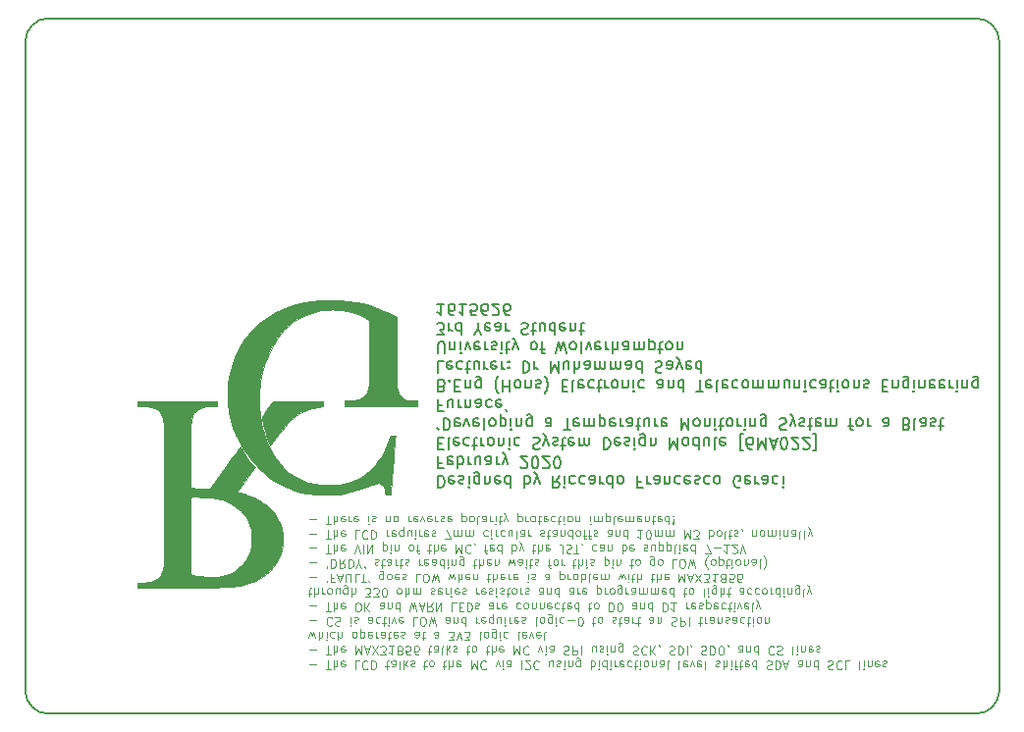
<source format=gbr>
%TF.GenerationSoftware,KiCad,Pcbnew,(5.0.0)*%
%TF.CreationDate,2020-03-04T20:02:55+00:00*%
%TF.ProjectId,Blast Furnace PCB,426C617374204675726E616365205043,rev?*%
%TF.SameCoordinates,Original*%
%TF.FileFunction,Legend,Bot*%
%TF.FilePolarity,Positive*%
%FSLAX46Y46*%
G04 Gerber Fmt 4.6, Leading zero omitted, Abs format (unit mm)*
G04 Created by KiCad (PCBNEW (5.0.0)) date 03/04/20 20:02:55*
%MOMM*%
%LPD*%
G01*
G04 APERTURE LIST*
%ADD10C,0.150000*%
%ADD11C,0.125000*%
%ADD12C,0.010000*%
G04 APERTURE END LIST*
D10*
X112685595Y-128072619D02*
X112685595Y-129072619D01*
X112923690Y-129072619D01*
X113066547Y-129025000D01*
X113161785Y-128929761D01*
X113209404Y-128834523D01*
X113257023Y-128644047D01*
X113257023Y-128501190D01*
X113209404Y-128310714D01*
X113161785Y-128215476D01*
X113066547Y-128120238D01*
X112923690Y-128072619D01*
X112685595Y-128072619D01*
X114066547Y-128120238D02*
X113971309Y-128072619D01*
X113780833Y-128072619D01*
X113685595Y-128120238D01*
X113637976Y-128215476D01*
X113637976Y-128596428D01*
X113685595Y-128691666D01*
X113780833Y-128739285D01*
X113971309Y-128739285D01*
X114066547Y-128691666D01*
X114114166Y-128596428D01*
X114114166Y-128501190D01*
X113637976Y-128405952D01*
X114495119Y-128120238D02*
X114590357Y-128072619D01*
X114780833Y-128072619D01*
X114876071Y-128120238D01*
X114923690Y-128215476D01*
X114923690Y-128263095D01*
X114876071Y-128358333D01*
X114780833Y-128405952D01*
X114637976Y-128405952D01*
X114542738Y-128453571D01*
X114495119Y-128548809D01*
X114495119Y-128596428D01*
X114542738Y-128691666D01*
X114637976Y-128739285D01*
X114780833Y-128739285D01*
X114876071Y-128691666D01*
X115352261Y-128072619D02*
X115352261Y-128739285D01*
X115352261Y-129072619D02*
X115304642Y-129025000D01*
X115352261Y-128977380D01*
X115399880Y-129025000D01*
X115352261Y-129072619D01*
X115352261Y-128977380D01*
X116257023Y-128739285D02*
X116257023Y-127929761D01*
X116209404Y-127834523D01*
X116161785Y-127786904D01*
X116066547Y-127739285D01*
X115923690Y-127739285D01*
X115828452Y-127786904D01*
X116257023Y-128120238D02*
X116161785Y-128072619D01*
X115971309Y-128072619D01*
X115876071Y-128120238D01*
X115828452Y-128167857D01*
X115780833Y-128263095D01*
X115780833Y-128548809D01*
X115828452Y-128644047D01*
X115876071Y-128691666D01*
X115971309Y-128739285D01*
X116161785Y-128739285D01*
X116257023Y-128691666D01*
X116733214Y-128739285D02*
X116733214Y-128072619D01*
X116733214Y-128644047D02*
X116780833Y-128691666D01*
X116876071Y-128739285D01*
X117018928Y-128739285D01*
X117114166Y-128691666D01*
X117161785Y-128596428D01*
X117161785Y-128072619D01*
X118018928Y-128120238D02*
X117923690Y-128072619D01*
X117733214Y-128072619D01*
X117637976Y-128120238D01*
X117590357Y-128215476D01*
X117590357Y-128596428D01*
X117637976Y-128691666D01*
X117733214Y-128739285D01*
X117923690Y-128739285D01*
X118018928Y-128691666D01*
X118066547Y-128596428D01*
X118066547Y-128501190D01*
X117590357Y-128405952D01*
X118923690Y-128072619D02*
X118923690Y-129072619D01*
X118923690Y-128120238D02*
X118828452Y-128072619D01*
X118637976Y-128072619D01*
X118542738Y-128120238D01*
X118495119Y-128167857D01*
X118447500Y-128263095D01*
X118447500Y-128548809D01*
X118495119Y-128644047D01*
X118542738Y-128691666D01*
X118637976Y-128739285D01*
X118828452Y-128739285D01*
X118923690Y-128691666D01*
X120161785Y-128072619D02*
X120161785Y-129072619D01*
X120161785Y-128691666D02*
X120257023Y-128739285D01*
X120447500Y-128739285D01*
X120542738Y-128691666D01*
X120590357Y-128644047D01*
X120637976Y-128548809D01*
X120637976Y-128263095D01*
X120590357Y-128167857D01*
X120542738Y-128120238D01*
X120447500Y-128072619D01*
X120257023Y-128072619D01*
X120161785Y-128120238D01*
X120971309Y-128739285D02*
X121209404Y-128072619D01*
X121447500Y-128739285D02*
X121209404Y-128072619D01*
X121114166Y-127834523D01*
X121066547Y-127786904D01*
X120971309Y-127739285D01*
X123161785Y-128072619D02*
X122828452Y-128548809D01*
X122590357Y-128072619D02*
X122590357Y-129072619D01*
X122971309Y-129072619D01*
X123066547Y-129025000D01*
X123114166Y-128977380D01*
X123161785Y-128882142D01*
X123161785Y-128739285D01*
X123114166Y-128644047D01*
X123066547Y-128596428D01*
X122971309Y-128548809D01*
X122590357Y-128548809D01*
X123590357Y-128072619D02*
X123590357Y-128739285D01*
X123590357Y-129072619D02*
X123542738Y-129025000D01*
X123590357Y-128977380D01*
X123637976Y-129025000D01*
X123590357Y-129072619D01*
X123590357Y-128977380D01*
X124495119Y-128120238D02*
X124399880Y-128072619D01*
X124209404Y-128072619D01*
X124114166Y-128120238D01*
X124066547Y-128167857D01*
X124018928Y-128263095D01*
X124018928Y-128548809D01*
X124066547Y-128644047D01*
X124114166Y-128691666D01*
X124209404Y-128739285D01*
X124399880Y-128739285D01*
X124495119Y-128691666D01*
X125352261Y-128120238D02*
X125257023Y-128072619D01*
X125066547Y-128072619D01*
X124971309Y-128120238D01*
X124923690Y-128167857D01*
X124876071Y-128263095D01*
X124876071Y-128548809D01*
X124923690Y-128644047D01*
X124971309Y-128691666D01*
X125066547Y-128739285D01*
X125257023Y-128739285D01*
X125352261Y-128691666D01*
X126209404Y-128072619D02*
X126209404Y-128596428D01*
X126161785Y-128691666D01*
X126066547Y-128739285D01*
X125876071Y-128739285D01*
X125780833Y-128691666D01*
X126209404Y-128120238D02*
X126114166Y-128072619D01*
X125876071Y-128072619D01*
X125780833Y-128120238D01*
X125733214Y-128215476D01*
X125733214Y-128310714D01*
X125780833Y-128405952D01*
X125876071Y-128453571D01*
X126114166Y-128453571D01*
X126209404Y-128501190D01*
X126685595Y-128072619D02*
X126685595Y-128739285D01*
X126685595Y-128548809D02*
X126733214Y-128644047D01*
X126780833Y-128691666D01*
X126876071Y-128739285D01*
X126971309Y-128739285D01*
X127733214Y-128072619D02*
X127733214Y-129072619D01*
X127733214Y-128120238D02*
X127637976Y-128072619D01*
X127447500Y-128072619D01*
X127352261Y-128120238D01*
X127304642Y-128167857D01*
X127257023Y-128263095D01*
X127257023Y-128548809D01*
X127304642Y-128644047D01*
X127352261Y-128691666D01*
X127447500Y-128739285D01*
X127637976Y-128739285D01*
X127733214Y-128691666D01*
X128352261Y-128072619D02*
X128257023Y-128120238D01*
X128209404Y-128167857D01*
X128161785Y-128263095D01*
X128161785Y-128548809D01*
X128209404Y-128644047D01*
X128257023Y-128691666D01*
X128352261Y-128739285D01*
X128495119Y-128739285D01*
X128590357Y-128691666D01*
X128637976Y-128644047D01*
X128685595Y-128548809D01*
X128685595Y-128263095D01*
X128637976Y-128167857D01*
X128590357Y-128120238D01*
X128495119Y-128072619D01*
X128352261Y-128072619D01*
X130209404Y-128596428D02*
X129876071Y-128596428D01*
X129876071Y-128072619D02*
X129876071Y-129072619D01*
X130352261Y-129072619D01*
X130733214Y-128072619D02*
X130733214Y-128739285D01*
X130733214Y-128548809D02*
X130780833Y-128644047D01*
X130828452Y-128691666D01*
X130923690Y-128739285D01*
X131018928Y-128739285D01*
X131780833Y-128072619D02*
X131780833Y-128596428D01*
X131733214Y-128691666D01*
X131637976Y-128739285D01*
X131447500Y-128739285D01*
X131352261Y-128691666D01*
X131780833Y-128120238D02*
X131685595Y-128072619D01*
X131447500Y-128072619D01*
X131352261Y-128120238D01*
X131304642Y-128215476D01*
X131304642Y-128310714D01*
X131352261Y-128405952D01*
X131447500Y-128453571D01*
X131685595Y-128453571D01*
X131780833Y-128501190D01*
X132257023Y-128739285D02*
X132257023Y-128072619D01*
X132257023Y-128644047D02*
X132304642Y-128691666D01*
X132399880Y-128739285D01*
X132542738Y-128739285D01*
X132637976Y-128691666D01*
X132685595Y-128596428D01*
X132685595Y-128072619D01*
X133590357Y-128120238D02*
X133495119Y-128072619D01*
X133304642Y-128072619D01*
X133209404Y-128120238D01*
X133161785Y-128167857D01*
X133114166Y-128263095D01*
X133114166Y-128548809D01*
X133161785Y-128644047D01*
X133209404Y-128691666D01*
X133304642Y-128739285D01*
X133495119Y-128739285D01*
X133590357Y-128691666D01*
X134399880Y-128120238D02*
X134304642Y-128072619D01*
X134114166Y-128072619D01*
X134018928Y-128120238D01*
X133971309Y-128215476D01*
X133971309Y-128596428D01*
X134018928Y-128691666D01*
X134114166Y-128739285D01*
X134304642Y-128739285D01*
X134399880Y-128691666D01*
X134447500Y-128596428D01*
X134447500Y-128501190D01*
X133971309Y-128405952D01*
X134828452Y-128120238D02*
X134923690Y-128072619D01*
X135114166Y-128072619D01*
X135209404Y-128120238D01*
X135257023Y-128215476D01*
X135257023Y-128263095D01*
X135209404Y-128358333D01*
X135114166Y-128405952D01*
X134971309Y-128405952D01*
X134876071Y-128453571D01*
X134828452Y-128548809D01*
X134828452Y-128596428D01*
X134876071Y-128691666D01*
X134971309Y-128739285D01*
X135114166Y-128739285D01*
X135209404Y-128691666D01*
X136114166Y-128120238D02*
X136018928Y-128072619D01*
X135828452Y-128072619D01*
X135733214Y-128120238D01*
X135685595Y-128167857D01*
X135637976Y-128263095D01*
X135637976Y-128548809D01*
X135685595Y-128644047D01*
X135733214Y-128691666D01*
X135828452Y-128739285D01*
X136018928Y-128739285D01*
X136114166Y-128691666D01*
X136685595Y-128072619D02*
X136590357Y-128120238D01*
X136542738Y-128167857D01*
X136495119Y-128263095D01*
X136495119Y-128548809D01*
X136542738Y-128644047D01*
X136590357Y-128691666D01*
X136685595Y-128739285D01*
X136828452Y-128739285D01*
X136923690Y-128691666D01*
X136971309Y-128644047D01*
X137018928Y-128548809D01*
X137018928Y-128263095D01*
X136971309Y-128167857D01*
X136923690Y-128120238D01*
X136828452Y-128072619D01*
X136685595Y-128072619D01*
X138733214Y-129025000D02*
X138637976Y-129072619D01*
X138495119Y-129072619D01*
X138352261Y-129025000D01*
X138257023Y-128929761D01*
X138209404Y-128834523D01*
X138161785Y-128644047D01*
X138161785Y-128501190D01*
X138209404Y-128310714D01*
X138257023Y-128215476D01*
X138352261Y-128120238D01*
X138495119Y-128072619D01*
X138590357Y-128072619D01*
X138733214Y-128120238D01*
X138780833Y-128167857D01*
X138780833Y-128501190D01*
X138590357Y-128501190D01*
X139590357Y-128120238D02*
X139495119Y-128072619D01*
X139304642Y-128072619D01*
X139209404Y-128120238D01*
X139161785Y-128215476D01*
X139161785Y-128596428D01*
X139209404Y-128691666D01*
X139304642Y-128739285D01*
X139495119Y-128739285D01*
X139590357Y-128691666D01*
X139637976Y-128596428D01*
X139637976Y-128501190D01*
X139161785Y-128405952D01*
X140066547Y-128072619D02*
X140066547Y-128739285D01*
X140066547Y-128548809D02*
X140114166Y-128644047D01*
X140161785Y-128691666D01*
X140257023Y-128739285D01*
X140352261Y-128739285D01*
X141114166Y-128072619D02*
X141114166Y-128596428D01*
X141066547Y-128691666D01*
X140971309Y-128739285D01*
X140780833Y-128739285D01*
X140685595Y-128691666D01*
X141114166Y-128120238D02*
X141018928Y-128072619D01*
X140780833Y-128072619D01*
X140685595Y-128120238D01*
X140637976Y-128215476D01*
X140637976Y-128310714D01*
X140685595Y-128405952D01*
X140780833Y-128453571D01*
X141018928Y-128453571D01*
X141114166Y-128501190D01*
X142018928Y-128120238D02*
X141923690Y-128072619D01*
X141733214Y-128072619D01*
X141637976Y-128120238D01*
X141590357Y-128167857D01*
X141542738Y-128263095D01*
X141542738Y-128548809D01*
X141590357Y-128644047D01*
X141637976Y-128691666D01*
X141733214Y-128739285D01*
X141923690Y-128739285D01*
X142018928Y-128691666D01*
X142447500Y-128072619D02*
X142447500Y-128739285D01*
X142447500Y-129072619D02*
X142399880Y-129025000D01*
X142447500Y-128977380D01*
X142495119Y-129025000D01*
X142447500Y-129072619D01*
X142447500Y-128977380D01*
X113018928Y-126946428D02*
X112685595Y-126946428D01*
X112685595Y-126422619D02*
X112685595Y-127422619D01*
X113161785Y-127422619D01*
X113923690Y-126470238D02*
X113828452Y-126422619D01*
X113637976Y-126422619D01*
X113542738Y-126470238D01*
X113495119Y-126565476D01*
X113495119Y-126946428D01*
X113542738Y-127041666D01*
X113637976Y-127089285D01*
X113828452Y-127089285D01*
X113923690Y-127041666D01*
X113971309Y-126946428D01*
X113971309Y-126851190D01*
X113495119Y-126755952D01*
X114399880Y-126422619D02*
X114399880Y-127422619D01*
X114399880Y-127041666D02*
X114495119Y-127089285D01*
X114685595Y-127089285D01*
X114780833Y-127041666D01*
X114828452Y-126994047D01*
X114876071Y-126898809D01*
X114876071Y-126613095D01*
X114828452Y-126517857D01*
X114780833Y-126470238D01*
X114685595Y-126422619D01*
X114495119Y-126422619D01*
X114399880Y-126470238D01*
X115304642Y-126422619D02*
X115304642Y-127089285D01*
X115304642Y-126898809D02*
X115352261Y-126994047D01*
X115399880Y-127041666D01*
X115495119Y-127089285D01*
X115590357Y-127089285D01*
X116352261Y-127089285D02*
X116352261Y-126422619D01*
X115923690Y-127089285D02*
X115923690Y-126565476D01*
X115971309Y-126470238D01*
X116066547Y-126422619D01*
X116209404Y-126422619D01*
X116304642Y-126470238D01*
X116352261Y-126517857D01*
X117257023Y-126422619D02*
X117257023Y-126946428D01*
X117209404Y-127041666D01*
X117114166Y-127089285D01*
X116923690Y-127089285D01*
X116828452Y-127041666D01*
X117257023Y-126470238D02*
X117161785Y-126422619D01*
X116923690Y-126422619D01*
X116828452Y-126470238D01*
X116780833Y-126565476D01*
X116780833Y-126660714D01*
X116828452Y-126755952D01*
X116923690Y-126803571D01*
X117161785Y-126803571D01*
X117257023Y-126851190D01*
X117733214Y-126422619D02*
X117733214Y-127089285D01*
X117733214Y-126898809D02*
X117780833Y-126994047D01*
X117828452Y-127041666D01*
X117923690Y-127089285D01*
X118018928Y-127089285D01*
X118257023Y-127089285D02*
X118495119Y-126422619D01*
X118733214Y-127089285D02*
X118495119Y-126422619D01*
X118399880Y-126184523D01*
X118352261Y-126136904D01*
X118257023Y-126089285D01*
X119828452Y-127327380D02*
X119876071Y-127375000D01*
X119971309Y-127422619D01*
X120209404Y-127422619D01*
X120304642Y-127375000D01*
X120352261Y-127327380D01*
X120399880Y-127232142D01*
X120399880Y-127136904D01*
X120352261Y-126994047D01*
X119780833Y-126422619D01*
X120399880Y-126422619D01*
X121018928Y-127422619D02*
X121114166Y-127422619D01*
X121209404Y-127375000D01*
X121257023Y-127327380D01*
X121304642Y-127232142D01*
X121352261Y-127041666D01*
X121352261Y-126803571D01*
X121304642Y-126613095D01*
X121257023Y-126517857D01*
X121209404Y-126470238D01*
X121114166Y-126422619D01*
X121018928Y-126422619D01*
X120923690Y-126470238D01*
X120876071Y-126517857D01*
X120828452Y-126613095D01*
X120780833Y-126803571D01*
X120780833Y-127041666D01*
X120828452Y-127232142D01*
X120876071Y-127327380D01*
X120923690Y-127375000D01*
X121018928Y-127422619D01*
X121733214Y-127327380D02*
X121780833Y-127375000D01*
X121876071Y-127422619D01*
X122114166Y-127422619D01*
X122209404Y-127375000D01*
X122257023Y-127327380D01*
X122304642Y-127232142D01*
X122304642Y-127136904D01*
X122257023Y-126994047D01*
X121685595Y-126422619D01*
X122304642Y-126422619D01*
X122923690Y-127422619D02*
X123018928Y-127422619D01*
X123114166Y-127375000D01*
X123161785Y-127327380D01*
X123209404Y-127232142D01*
X123257023Y-127041666D01*
X123257023Y-126803571D01*
X123209404Y-126613095D01*
X123161785Y-126517857D01*
X123114166Y-126470238D01*
X123018928Y-126422619D01*
X122923690Y-126422619D01*
X122828452Y-126470238D01*
X122780833Y-126517857D01*
X122733214Y-126613095D01*
X122685595Y-126803571D01*
X122685595Y-127041666D01*
X122733214Y-127232142D01*
X122780833Y-127327380D01*
X122828452Y-127375000D01*
X122923690Y-127422619D01*
X112685595Y-125296428D02*
X113018928Y-125296428D01*
X113161785Y-124772619D02*
X112685595Y-124772619D01*
X112685595Y-125772619D01*
X113161785Y-125772619D01*
X113733214Y-124772619D02*
X113637976Y-124820238D01*
X113590357Y-124915476D01*
X113590357Y-125772619D01*
X114495119Y-124820238D02*
X114399880Y-124772619D01*
X114209404Y-124772619D01*
X114114166Y-124820238D01*
X114066547Y-124915476D01*
X114066547Y-125296428D01*
X114114166Y-125391666D01*
X114209404Y-125439285D01*
X114399880Y-125439285D01*
X114495119Y-125391666D01*
X114542738Y-125296428D01*
X114542738Y-125201190D01*
X114066547Y-125105952D01*
X115399880Y-124820238D02*
X115304642Y-124772619D01*
X115114166Y-124772619D01*
X115018928Y-124820238D01*
X114971309Y-124867857D01*
X114923690Y-124963095D01*
X114923690Y-125248809D01*
X114971309Y-125344047D01*
X115018928Y-125391666D01*
X115114166Y-125439285D01*
X115304642Y-125439285D01*
X115399880Y-125391666D01*
X115685595Y-125439285D02*
X116066547Y-125439285D01*
X115828452Y-125772619D02*
X115828452Y-124915476D01*
X115876071Y-124820238D01*
X115971309Y-124772619D01*
X116066547Y-124772619D01*
X116399880Y-124772619D02*
X116399880Y-125439285D01*
X116399880Y-125248809D02*
X116447500Y-125344047D01*
X116495119Y-125391666D01*
X116590357Y-125439285D01*
X116685595Y-125439285D01*
X117161785Y-124772619D02*
X117066547Y-124820238D01*
X117018928Y-124867857D01*
X116971309Y-124963095D01*
X116971309Y-125248809D01*
X117018928Y-125344047D01*
X117066547Y-125391666D01*
X117161785Y-125439285D01*
X117304642Y-125439285D01*
X117399880Y-125391666D01*
X117447500Y-125344047D01*
X117495119Y-125248809D01*
X117495119Y-124963095D01*
X117447500Y-124867857D01*
X117399880Y-124820238D01*
X117304642Y-124772619D01*
X117161785Y-124772619D01*
X117923690Y-125439285D02*
X117923690Y-124772619D01*
X117923690Y-125344047D02*
X117971309Y-125391666D01*
X118066547Y-125439285D01*
X118209404Y-125439285D01*
X118304642Y-125391666D01*
X118352261Y-125296428D01*
X118352261Y-124772619D01*
X118828452Y-124772619D02*
X118828452Y-125439285D01*
X118828452Y-125772619D02*
X118780833Y-125725000D01*
X118828452Y-125677380D01*
X118876071Y-125725000D01*
X118828452Y-125772619D01*
X118828452Y-125677380D01*
X119733214Y-124820238D02*
X119637976Y-124772619D01*
X119447500Y-124772619D01*
X119352261Y-124820238D01*
X119304642Y-124867857D01*
X119257023Y-124963095D01*
X119257023Y-125248809D01*
X119304642Y-125344047D01*
X119352261Y-125391666D01*
X119447500Y-125439285D01*
X119637976Y-125439285D01*
X119733214Y-125391666D01*
X120876071Y-124820238D02*
X121018928Y-124772619D01*
X121257023Y-124772619D01*
X121352261Y-124820238D01*
X121399880Y-124867857D01*
X121447500Y-124963095D01*
X121447500Y-125058333D01*
X121399880Y-125153571D01*
X121352261Y-125201190D01*
X121257023Y-125248809D01*
X121066547Y-125296428D01*
X120971309Y-125344047D01*
X120923690Y-125391666D01*
X120876071Y-125486904D01*
X120876071Y-125582142D01*
X120923690Y-125677380D01*
X120971309Y-125725000D01*
X121066547Y-125772619D01*
X121304642Y-125772619D01*
X121447500Y-125725000D01*
X121780833Y-125439285D02*
X122018928Y-124772619D01*
X122257023Y-125439285D02*
X122018928Y-124772619D01*
X121923690Y-124534523D01*
X121876071Y-124486904D01*
X121780833Y-124439285D01*
X122590357Y-124820238D02*
X122685595Y-124772619D01*
X122876071Y-124772619D01*
X122971309Y-124820238D01*
X123018928Y-124915476D01*
X123018928Y-124963095D01*
X122971309Y-125058333D01*
X122876071Y-125105952D01*
X122733214Y-125105952D01*
X122637976Y-125153571D01*
X122590357Y-125248809D01*
X122590357Y-125296428D01*
X122637976Y-125391666D01*
X122733214Y-125439285D01*
X122876071Y-125439285D01*
X122971309Y-125391666D01*
X123304642Y-125439285D02*
X123685595Y-125439285D01*
X123447500Y-125772619D02*
X123447500Y-124915476D01*
X123495119Y-124820238D01*
X123590357Y-124772619D01*
X123685595Y-124772619D01*
X124399880Y-124820238D02*
X124304642Y-124772619D01*
X124114166Y-124772619D01*
X124018928Y-124820238D01*
X123971309Y-124915476D01*
X123971309Y-125296428D01*
X124018928Y-125391666D01*
X124114166Y-125439285D01*
X124304642Y-125439285D01*
X124399880Y-125391666D01*
X124447500Y-125296428D01*
X124447500Y-125201190D01*
X123971309Y-125105952D01*
X124876071Y-124772619D02*
X124876071Y-125439285D01*
X124876071Y-125344047D02*
X124923690Y-125391666D01*
X125018928Y-125439285D01*
X125161785Y-125439285D01*
X125257023Y-125391666D01*
X125304642Y-125296428D01*
X125304642Y-124772619D01*
X125304642Y-125296428D02*
X125352261Y-125391666D01*
X125447500Y-125439285D01*
X125590357Y-125439285D01*
X125685595Y-125391666D01*
X125733214Y-125296428D01*
X125733214Y-124772619D01*
X126971309Y-124772619D02*
X126971309Y-125772619D01*
X127209404Y-125772619D01*
X127352261Y-125725000D01*
X127447500Y-125629761D01*
X127495119Y-125534523D01*
X127542738Y-125344047D01*
X127542738Y-125201190D01*
X127495119Y-125010714D01*
X127447500Y-124915476D01*
X127352261Y-124820238D01*
X127209404Y-124772619D01*
X126971309Y-124772619D01*
X128352261Y-124820238D02*
X128257023Y-124772619D01*
X128066547Y-124772619D01*
X127971309Y-124820238D01*
X127923690Y-124915476D01*
X127923690Y-125296428D01*
X127971309Y-125391666D01*
X128066547Y-125439285D01*
X128257023Y-125439285D01*
X128352261Y-125391666D01*
X128399880Y-125296428D01*
X128399880Y-125201190D01*
X127923690Y-125105952D01*
X128780833Y-124820238D02*
X128876071Y-124772619D01*
X129066547Y-124772619D01*
X129161785Y-124820238D01*
X129209404Y-124915476D01*
X129209404Y-124963095D01*
X129161785Y-125058333D01*
X129066547Y-125105952D01*
X128923690Y-125105952D01*
X128828452Y-125153571D01*
X128780833Y-125248809D01*
X128780833Y-125296428D01*
X128828452Y-125391666D01*
X128923690Y-125439285D01*
X129066547Y-125439285D01*
X129161785Y-125391666D01*
X129637976Y-124772619D02*
X129637976Y-125439285D01*
X129637976Y-125772619D02*
X129590357Y-125725000D01*
X129637976Y-125677380D01*
X129685595Y-125725000D01*
X129637976Y-125772619D01*
X129637976Y-125677380D01*
X130542738Y-125439285D02*
X130542738Y-124629761D01*
X130495119Y-124534523D01*
X130447500Y-124486904D01*
X130352261Y-124439285D01*
X130209404Y-124439285D01*
X130114166Y-124486904D01*
X130542738Y-124820238D02*
X130447500Y-124772619D01*
X130257023Y-124772619D01*
X130161785Y-124820238D01*
X130114166Y-124867857D01*
X130066547Y-124963095D01*
X130066547Y-125248809D01*
X130114166Y-125344047D01*
X130161785Y-125391666D01*
X130257023Y-125439285D01*
X130447500Y-125439285D01*
X130542738Y-125391666D01*
X131018928Y-125439285D02*
X131018928Y-124772619D01*
X131018928Y-125344047D02*
X131066547Y-125391666D01*
X131161785Y-125439285D01*
X131304642Y-125439285D01*
X131399880Y-125391666D01*
X131447500Y-125296428D01*
X131447500Y-124772619D01*
X132685595Y-124772619D02*
X132685595Y-125772619D01*
X133018928Y-125058333D01*
X133352261Y-125772619D01*
X133352261Y-124772619D01*
X133971309Y-124772619D02*
X133876071Y-124820238D01*
X133828452Y-124867857D01*
X133780833Y-124963095D01*
X133780833Y-125248809D01*
X133828452Y-125344047D01*
X133876071Y-125391666D01*
X133971309Y-125439285D01*
X134114166Y-125439285D01*
X134209404Y-125391666D01*
X134257023Y-125344047D01*
X134304642Y-125248809D01*
X134304642Y-124963095D01*
X134257023Y-124867857D01*
X134209404Y-124820238D01*
X134114166Y-124772619D01*
X133971309Y-124772619D01*
X135161785Y-124772619D02*
X135161785Y-125772619D01*
X135161785Y-124820238D02*
X135066547Y-124772619D01*
X134876071Y-124772619D01*
X134780833Y-124820238D01*
X134733214Y-124867857D01*
X134685595Y-124963095D01*
X134685595Y-125248809D01*
X134733214Y-125344047D01*
X134780833Y-125391666D01*
X134876071Y-125439285D01*
X135066547Y-125439285D01*
X135161785Y-125391666D01*
X136066547Y-125439285D02*
X136066547Y-124772619D01*
X135637976Y-125439285D02*
X135637976Y-124915476D01*
X135685595Y-124820238D01*
X135780833Y-124772619D01*
X135923690Y-124772619D01*
X136018928Y-124820238D01*
X136066547Y-124867857D01*
X136685595Y-124772619D02*
X136590357Y-124820238D01*
X136542738Y-124915476D01*
X136542738Y-125772619D01*
X137447500Y-124820238D02*
X137352261Y-124772619D01*
X137161785Y-124772619D01*
X137066547Y-124820238D01*
X137018928Y-124915476D01*
X137018928Y-125296428D01*
X137066547Y-125391666D01*
X137161785Y-125439285D01*
X137352261Y-125439285D01*
X137447500Y-125391666D01*
X137495119Y-125296428D01*
X137495119Y-125201190D01*
X137018928Y-125105952D01*
X138971309Y-124439285D02*
X138733214Y-124439285D01*
X138733214Y-125867857D01*
X138971309Y-125867857D01*
X139780833Y-125772619D02*
X139590357Y-125772619D01*
X139495119Y-125725000D01*
X139447500Y-125677380D01*
X139352261Y-125534523D01*
X139304642Y-125344047D01*
X139304642Y-124963095D01*
X139352261Y-124867857D01*
X139399880Y-124820238D01*
X139495119Y-124772619D01*
X139685595Y-124772619D01*
X139780833Y-124820238D01*
X139828452Y-124867857D01*
X139876071Y-124963095D01*
X139876071Y-125201190D01*
X139828452Y-125296428D01*
X139780833Y-125344047D01*
X139685595Y-125391666D01*
X139495119Y-125391666D01*
X139399880Y-125344047D01*
X139352261Y-125296428D01*
X139304642Y-125201190D01*
X140304642Y-124772619D02*
X140304642Y-125772619D01*
X140637976Y-125058333D01*
X140971309Y-125772619D01*
X140971309Y-124772619D01*
X141399880Y-125058333D02*
X141876071Y-125058333D01*
X141304642Y-124772619D02*
X141637976Y-125772619D01*
X141971309Y-124772619D01*
X142495119Y-125772619D02*
X142590357Y-125772619D01*
X142685595Y-125725000D01*
X142733214Y-125677380D01*
X142780833Y-125582142D01*
X142828452Y-125391666D01*
X142828452Y-125153571D01*
X142780833Y-124963095D01*
X142733214Y-124867857D01*
X142685595Y-124820238D01*
X142590357Y-124772619D01*
X142495119Y-124772619D01*
X142399880Y-124820238D01*
X142352261Y-124867857D01*
X142304642Y-124963095D01*
X142257023Y-125153571D01*
X142257023Y-125391666D01*
X142304642Y-125582142D01*
X142352261Y-125677380D01*
X142399880Y-125725000D01*
X142495119Y-125772619D01*
X143209404Y-125677380D02*
X143257023Y-125725000D01*
X143352261Y-125772619D01*
X143590357Y-125772619D01*
X143685595Y-125725000D01*
X143733214Y-125677380D01*
X143780833Y-125582142D01*
X143780833Y-125486904D01*
X143733214Y-125344047D01*
X143161785Y-124772619D01*
X143780833Y-124772619D01*
X144161785Y-125677380D02*
X144209404Y-125725000D01*
X144304642Y-125772619D01*
X144542738Y-125772619D01*
X144637976Y-125725000D01*
X144685595Y-125677380D01*
X144733214Y-125582142D01*
X144733214Y-125486904D01*
X144685595Y-125344047D01*
X144114166Y-124772619D01*
X144733214Y-124772619D01*
X145066547Y-124439285D02*
X145304642Y-124439285D01*
X145304642Y-125867857D01*
X145066547Y-125867857D01*
X112733214Y-124122619D02*
X112637976Y-123932142D01*
X113161785Y-123122619D02*
X113161785Y-124122619D01*
X113399880Y-124122619D01*
X113542738Y-124075000D01*
X113637976Y-123979761D01*
X113685595Y-123884523D01*
X113733214Y-123694047D01*
X113733214Y-123551190D01*
X113685595Y-123360714D01*
X113637976Y-123265476D01*
X113542738Y-123170238D01*
X113399880Y-123122619D01*
X113161785Y-123122619D01*
X114542738Y-123170238D02*
X114447500Y-123122619D01*
X114257023Y-123122619D01*
X114161785Y-123170238D01*
X114114166Y-123265476D01*
X114114166Y-123646428D01*
X114161785Y-123741666D01*
X114257023Y-123789285D01*
X114447500Y-123789285D01*
X114542738Y-123741666D01*
X114590357Y-123646428D01*
X114590357Y-123551190D01*
X114114166Y-123455952D01*
X114923690Y-123789285D02*
X115161785Y-123122619D01*
X115399880Y-123789285D01*
X116161785Y-123170238D02*
X116066547Y-123122619D01*
X115876071Y-123122619D01*
X115780833Y-123170238D01*
X115733214Y-123265476D01*
X115733214Y-123646428D01*
X115780833Y-123741666D01*
X115876071Y-123789285D01*
X116066547Y-123789285D01*
X116161785Y-123741666D01*
X116209404Y-123646428D01*
X116209404Y-123551190D01*
X115733214Y-123455952D01*
X116780833Y-123122619D02*
X116685595Y-123170238D01*
X116637976Y-123265476D01*
X116637976Y-124122619D01*
X117304642Y-123122619D02*
X117209404Y-123170238D01*
X117161785Y-123217857D01*
X117114166Y-123313095D01*
X117114166Y-123598809D01*
X117161785Y-123694047D01*
X117209404Y-123741666D01*
X117304642Y-123789285D01*
X117447500Y-123789285D01*
X117542738Y-123741666D01*
X117590357Y-123694047D01*
X117637976Y-123598809D01*
X117637976Y-123313095D01*
X117590357Y-123217857D01*
X117542738Y-123170238D01*
X117447500Y-123122619D01*
X117304642Y-123122619D01*
X118066547Y-123789285D02*
X118066547Y-122789285D01*
X118066547Y-123741666D02*
X118161785Y-123789285D01*
X118352261Y-123789285D01*
X118447500Y-123741666D01*
X118495119Y-123694047D01*
X118542738Y-123598809D01*
X118542738Y-123313095D01*
X118495119Y-123217857D01*
X118447500Y-123170238D01*
X118352261Y-123122619D01*
X118161785Y-123122619D01*
X118066547Y-123170238D01*
X118971309Y-123122619D02*
X118971309Y-123789285D01*
X118971309Y-124122619D02*
X118923690Y-124075000D01*
X118971309Y-124027380D01*
X119018928Y-124075000D01*
X118971309Y-124122619D01*
X118971309Y-124027380D01*
X119447500Y-123789285D02*
X119447500Y-123122619D01*
X119447500Y-123694047D02*
X119495119Y-123741666D01*
X119590357Y-123789285D01*
X119733214Y-123789285D01*
X119828452Y-123741666D01*
X119876071Y-123646428D01*
X119876071Y-123122619D01*
X120780833Y-123789285D02*
X120780833Y-122979761D01*
X120733214Y-122884523D01*
X120685595Y-122836904D01*
X120590357Y-122789285D01*
X120447500Y-122789285D01*
X120352261Y-122836904D01*
X120780833Y-123170238D02*
X120685595Y-123122619D01*
X120495119Y-123122619D01*
X120399880Y-123170238D01*
X120352261Y-123217857D01*
X120304642Y-123313095D01*
X120304642Y-123598809D01*
X120352261Y-123694047D01*
X120399880Y-123741666D01*
X120495119Y-123789285D01*
X120685595Y-123789285D01*
X120780833Y-123741666D01*
X122447499Y-123122619D02*
X122447499Y-123646428D01*
X122399880Y-123741666D01*
X122304642Y-123789285D01*
X122114166Y-123789285D01*
X122018928Y-123741666D01*
X122447499Y-123170238D02*
X122352261Y-123122619D01*
X122114166Y-123122619D01*
X122018928Y-123170238D01*
X121971309Y-123265476D01*
X121971309Y-123360714D01*
X122018928Y-123455952D01*
X122114166Y-123503571D01*
X122352261Y-123503571D01*
X122447499Y-123551190D01*
X123542738Y-124122619D02*
X124114166Y-124122619D01*
X123828452Y-123122619D02*
X123828452Y-124122619D01*
X124828452Y-123170238D02*
X124733214Y-123122619D01*
X124542738Y-123122619D01*
X124447499Y-123170238D01*
X124399880Y-123265476D01*
X124399880Y-123646428D01*
X124447499Y-123741666D01*
X124542738Y-123789285D01*
X124733214Y-123789285D01*
X124828452Y-123741666D01*
X124876071Y-123646428D01*
X124876071Y-123551190D01*
X124399880Y-123455952D01*
X125304642Y-123122619D02*
X125304642Y-123789285D01*
X125304642Y-123694047D02*
X125352261Y-123741666D01*
X125447499Y-123789285D01*
X125590357Y-123789285D01*
X125685595Y-123741666D01*
X125733214Y-123646428D01*
X125733214Y-123122619D01*
X125733214Y-123646428D02*
X125780833Y-123741666D01*
X125876071Y-123789285D01*
X126018928Y-123789285D01*
X126114166Y-123741666D01*
X126161785Y-123646428D01*
X126161785Y-123122619D01*
X126637976Y-123789285D02*
X126637976Y-122789285D01*
X126637976Y-123741666D02*
X126733214Y-123789285D01*
X126923690Y-123789285D01*
X127018928Y-123741666D01*
X127066547Y-123694047D01*
X127114166Y-123598809D01*
X127114166Y-123313095D01*
X127066547Y-123217857D01*
X127018928Y-123170238D01*
X126923690Y-123122619D01*
X126733214Y-123122619D01*
X126637976Y-123170238D01*
X127923690Y-123170238D02*
X127828452Y-123122619D01*
X127637976Y-123122619D01*
X127542738Y-123170238D01*
X127495119Y-123265476D01*
X127495119Y-123646428D01*
X127542738Y-123741666D01*
X127637976Y-123789285D01*
X127828452Y-123789285D01*
X127923690Y-123741666D01*
X127971309Y-123646428D01*
X127971309Y-123551190D01*
X127495119Y-123455952D01*
X128399880Y-123122619D02*
X128399880Y-123789285D01*
X128399880Y-123598809D02*
X128447499Y-123694047D01*
X128495119Y-123741666D01*
X128590357Y-123789285D01*
X128685595Y-123789285D01*
X129447499Y-123122619D02*
X129447499Y-123646428D01*
X129399880Y-123741666D01*
X129304642Y-123789285D01*
X129114166Y-123789285D01*
X129018928Y-123741666D01*
X129447499Y-123170238D02*
X129352261Y-123122619D01*
X129114166Y-123122619D01*
X129018928Y-123170238D01*
X128971309Y-123265476D01*
X128971309Y-123360714D01*
X129018928Y-123455952D01*
X129114166Y-123503571D01*
X129352261Y-123503571D01*
X129447499Y-123551190D01*
X129780833Y-123789285D02*
X130161785Y-123789285D01*
X129923690Y-124122619D02*
X129923690Y-123265476D01*
X129971309Y-123170238D01*
X130066547Y-123122619D01*
X130161785Y-123122619D01*
X130923690Y-123789285D02*
X130923690Y-123122619D01*
X130495119Y-123789285D02*
X130495119Y-123265476D01*
X130542738Y-123170238D01*
X130637976Y-123122619D01*
X130780833Y-123122619D01*
X130876071Y-123170238D01*
X130923690Y-123217857D01*
X131399880Y-123122619D02*
X131399880Y-123789285D01*
X131399880Y-123598809D02*
X131447499Y-123694047D01*
X131495119Y-123741666D01*
X131590357Y-123789285D01*
X131685595Y-123789285D01*
X132399880Y-123170238D02*
X132304642Y-123122619D01*
X132114166Y-123122619D01*
X132018928Y-123170238D01*
X131971309Y-123265476D01*
X131971309Y-123646428D01*
X132018928Y-123741666D01*
X132114166Y-123789285D01*
X132304642Y-123789285D01*
X132399880Y-123741666D01*
X132447499Y-123646428D01*
X132447499Y-123551190D01*
X131971309Y-123455952D01*
X133637976Y-123122619D02*
X133637976Y-124122619D01*
X133971309Y-123408333D01*
X134304642Y-124122619D01*
X134304642Y-123122619D01*
X134923690Y-123122619D02*
X134828452Y-123170238D01*
X134780833Y-123217857D01*
X134733214Y-123313095D01*
X134733214Y-123598809D01*
X134780833Y-123694047D01*
X134828452Y-123741666D01*
X134923690Y-123789285D01*
X135066547Y-123789285D01*
X135161785Y-123741666D01*
X135209404Y-123694047D01*
X135257023Y-123598809D01*
X135257023Y-123313095D01*
X135209404Y-123217857D01*
X135161785Y-123170238D01*
X135066547Y-123122619D01*
X134923690Y-123122619D01*
X135685595Y-123789285D02*
X135685595Y-123122619D01*
X135685595Y-123694047D02*
X135733214Y-123741666D01*
X135828452Y-123789285D01*
X135971309Y-123789285D01*
X136066547Y-123741666D01*
X136114166Y-123646428D01*
X136114166Y-123122619D01*
X136590357Y-123122619D02*
X136590357Y-123789285D01*
X136590357Y-124122619D02*
X136542738Y-124075000D01*
X136590357Y-124027380D01*
X136637976Y-124075000D01*
X136590357Y-124122619D01*
X136590357Y-124027380D01*
X136923690Y-123789285D02*
X137304642Y-123789285D01*
X137066547Y-124122619D02*
X137066547Y-123265476D01*
X137114166Y-123170238D01*
X137209404Y-123122619D01*
X137304642Y-123122619D01*
X137780833Y-123122619D02*
X137685595Y-123170238D01*
X137637976Y-123217857D01*
X137590357Y-123313095D01*
X137590357Y-123598809D01*
X137637976Y-123694047D01*
X137685595Y-123741666D01*
X137780833Y-123789285D01*
X137923690Y-123789285D01*
X138018928Y-123741666D01*
X138066547Y-123694047D01*
X138114166Y-123598809D01*
X138114166Y-123313095D01*
X138066547Y-123217857D01*
X138018928Y-123170238D01*
X137923690Y-123122619D01*
X137780833Y-123122619D01*
X138542738Y-123122619D02*
X138542738Y-123789285D01*
X138542738Y-123598809D02*
X138590357Y-123694047D01*
X138637976Y-123741666D01*
X138733214Y-123789285D01*
X138828452Y-123789285D01*
X139161785Y-123122619D02*
X139161785Y-123789285D01*
X139161785Y-124122619D02*
X139114166Y-124075000D01*
X139161785Y-124027380D01*
X139209404Y-124075000D01*
X139161785Y-124122619D01*
X139161785Y-124027380D01*
X139637976Y-123789285D02*
X139637976Y-123122619D01*
X139637976Y-123694047D02*
X139685595Y-123741666D01*
X139780833Y-123789285D01*
X139923690Y-123789285D01*
X140018928Y-123741666D01*
X140066547Y-123646428D01*
X140066547Y-123122619D01*
X140971309Y-123789285D02*
X140971309Y-122979761D01*
X140923690Y-122884523D01*
X140876071Y-122836904D01*
X140780833Y-122789285D01*
X140637976Y-122789285D01*
X140542738Y-122836904D01*
X140971309Y-123170238D02*
X140876071Y-123122619D01*
X140685595Y-123122619D01*
X140590357Y-123170238D01*
X140542738Y-123217857D01*
X140495119Y-123313095D01*
X140495119Y-123598809D01*
X140542738Y-123694047D01*
X140590357Y-123741666D01*
X140685595Y-123789285D01*
X140876071Y-123789285D01*
X140971309Y-123741666D01*
X142161785Y-123170238D02*
X142304642Y-123122619D01*
X142542738Y-123122619D01*
X142637976Y-123170238D01*
X142685595Y-123217857D01*
X142733214Y-123313095D01*
X142733214Y-123408333D01*
X142685595Y-123503571D01*
X142637976Y-123551190D01*
X142542738Y-123598809D01*
X142352261Y-123646428D01*
X142257023Y-123694047D01*
X142209404Y-123741666D01*
X142161785Y-123836904D01*
X142161785Y-123932142D01*
X142209404Y-124027380D01*
X142257023Y-124075000D01*
X142352261Y-124122619D01*
X142590357Y-124122619D01*
X142733214Y-124075000D01*
X143066547Y-123789285D02*
X143304642Y-123122619D01*
X143542738Y-123789285D02*
X143304642Y-123122619D01*
X143209404Y-122884523D01*
X143161785Y-122836904D01*
X143066547Y-122789285D01*
X143876071Y-123170238D02*
X143971309Y-123122619D01*
X144161785Y-123122619D01*
X144257023Y-123170238D01*
X144304642Y-123265476D01*
X144304642Y-123313095D01*
X144257023Y-123408333D01*
X144161785Y-123455952D01*
X144018928Y-123455952D01*
X143923690Y-123503571D01*
X143876071Y-123598809D01*
X143876071Y-123646428D01*
X143923690Y-123741666D01*
X144018928Y-123789285D01*
X144161785Y-123789285D01*
X144257023Y-123741666D01*
X144590357Y-123789285D02*
X144971309Y-123789285D01*
X144733214Y-124122619D02*
X144733214Y-123265476D01*
X144780833Y-123170238D01*
X144876071Y-123122619D01*
X144971309Y-123122619D01*
X145685595Y-123170238D02*
X145590357Y-123122619D01*
X145399880Y-123122619D01*
X145304642Y-123170238D01*
X145257023Y-123265476D01*
X145257023Y-123646428D01*
X145304642Y-123741666D01*
X145399880Y-123789285D01*
X145590357Y-123789285D01*
X145685595Y-123741666D01*
X145733214Y-123646428D01*
X145733214Y-123551190D01*
X145257023Y-123455952D01*
X146161785Y-123122619D02*
X146161785Y-123789285D01*
X146161785Y-123694047D02*
X146209404Y-123741666D01*
X146304642Y-123789285D01*
X146447499Y-123789285D01*
X146542738Y-123741666D01*
X146590357Y-123646428D01*
X146590357Y-123122619D01*
X146590357Y-123646428D02*
X146637976Y-123741666D01*
X146733214Y-123789285D01*
X146876071Y-123789285D01*
X146971309Y-123741666D01*
X147018928Y-123646428D01*
X147018928Y-123122619D01*
X148114166Y-123789285D02*
X148495119Y-123789285D01*
X148257023Y-123122619D02*
X148257023Y-123979761D01*
X148304642Y-124075000D01*
X148399880Y-124122619D01*
X148495119Y-124122619D01*
X148971309Y-123122619D02*
X148876071Y-123170238D01*
X148828452Y-123217857D01*
X148780833Y-123313095D01*
X148780833Y-123598809D01*
X148828452Y-123694047D01*
X148876071Y-123741666D01*
X148971309Y-123789285D01*
X149114166Y-123789285D01*
X149209404Y-123741666D01*
X149257023Y-123694047D01*
X149304642Y-123598809D01*
X149304642Y-123313095D01*
X149257023Y-123217857D01*
X149209404Y-123170238D01*
X149114166Y-123122619D01*
X148971309Y-123122619D01*
X149733214Y-123122619D02*
X149733214Y-123789285D01*
X149733214Y-123598809D02*
X149780833Y-123694047D01*
X149828452Y-123741666D01*
X149923690Y-123789285D01*
X150018928Y-123789285D01*
X151542738Y-123122619D02*
X151542738Y-123646428D01*
X151495119Y-123741666D01*
X151399880Y-123789285D01*
X151209404Y-123789285D01*
X151114166Y-123741666D01*
X151542738Y-123170238D02*
X151447499Y-123122619D01*
X151209404Y-123122619D01*
X151114166Y-123170238D01*
X151066547Y-123265476D01*
X151066547Y-123360714D01*
X151114166Y-123455952D01*
X151209404Y-123503571D01*
X151447499Y-123503571D01*
X151542738Y-123551190D01*
X153114166Y-123646428D02*
X153257023Y-123598809D01*
X153304642Y-123551190D01*
X153352261Y-123455952D01*
X153352261Y-123313095D01*
X153304642Y-123217857D01*
X153257023Y-123170238D01*
X153161785Y-123122619D01*
X152780833Y-123122619D01*
X152780833Y-124122619D01*
X153114166Y-124122619D01*
X153209404Y-124075000D01*
X153257023Y-124027380D01*
X153304642Y-123932142D01*
X153304642Y-123836904D01*
X153257023Y-123741666D01*
X153209404Y-123694047D01*
X153114166Y-123646428D01*
X152780833Y-123646428D01*
X153923690Y-123122619D02*
X153828452Y-123170238D01*
X153780833Y-123265476D01*
X153780833Y-124122619D01*
X154733214Y-123122619D02*
X154733214Y-123646428D01*
X154685595Y-123741666D01*
X154590357Y-123789285D01*
X154399880Y-123789285D01*
X154304642Y-123741666D01*
X154733214Y-123170238D02*
X154637976Y-123122619D01*
X154399880Y-123122619D01*
X154304642Y-123170238D01*
X154257023Y-123265476D01*
X154257023Y-123360714D01*
X154304642Y-123455952D01*
X154399880Y-123503571D01*
X154637976Y-123503571D01*
X154733214Y-123551190D01*
X155161785Y-123170238D02*
X155257023Y-123122619D01*
X155447499Y-123122619D01*
X155542738Y-123170238D01*
X155590357Y-123265476D01*
X155590357Y-123313095D01*
X155542738Y-123408333D01*
X155447499Y-123455952D01*
X155304642Y-123455952D01*
X155209404Y-123503571D01*
X155161785Y-123598809D01*
X155161785Y-123646428D01*
X155209404Y-123741666D01*
X155304642Y-123789285D01*
X155447499Y-123789285D01*
X155542738Y-123741666D01*
X155876071Y-123789285D02*
X156257023Y-123789285D01*
X156018928Y-124122619D02*
X156018928Y-123265476D01*
X156066547Y-123170238D01*
X156161785Y-123122619D01*
X156257023Y-123122619D01*
X113018928Y-121996428D02*
X112685595Y-121996428D01*
X112685595Y-121472619D02*
X112685595Y-122472619D01*
X113161785Y-122472619D01*
X113971309Y-122139285D02*
X113971309Y-121472619D01*
X113542738Y-122139285D02*
X113542738Y-121615476D01*
X113590357Y-121520238D01*
X113685595Y-121472619D01*
X113828452Y-121472619D01*
X113923690Y-121520238D01*
X113971309Y-121567857D01*
X114447500Y-121472619D02*
X114447500Y-122139285D01*
X114447500Y-121948809D02*
X114495119Y-122044047D01*
X114542738Y-122091666D01*
X114637976Y-122139285D01*
X114733214Y-122139285D01*
X115066547Y-122139285D02*
X115066547Y-121472619D01*
X115066547Y-122044047D02*
X115114166Y-122091666D01*
X115209404Y-122139285D01*
X115352261Y-122139285D01*
X115447500Y-122091666D01*
X115495119Y-121996428D01*
X115495119Y-121472619D01*
X116399880Y-121472619D02*
X116399880Y-121996428D01*
X116352261Y-122091666D01*
X116257023Y-122139285D01*
X116066547Y-122139285D01*
X115971309Y-122091666D01*
X116399880Y-121520238D02*
X116304642Y-121472619D01*
X116066547Y-121472619D01*
X115971309Y-121520238D01*
X115923690Y-121615476D01*
X115923690Y-121710714D01*
X115971309Y-121805952D01*
X116066547Y-121853571D01*
X116304642Y-121853571D01*
X116399880Y-121901190D01*
X117304642Y-121520238D02*
X117209404Y-121472619D01*
X117018928Y-121472619D01*
X116923690Y-121520238D01*
X116876071Y-121567857D01*
X116828452Y-121663095D01*
X116828452Y-121948809D01*
X116876071Y-122044047D01*
X116923690Y-122091666D01*
X117018928Y-122139285D01*
X117209404Y-122139285D01*
X117304642Y-122091666D01*
X118114166Y-121520238D02*
X118018928Y-121472619D01*
X117828452Y-121472619D01*
X117733214Y-121520238D01*
X117685595Y-121615476D01*
X117685595Y-121996428D01*
X117733214Y-122091666D01*
X117828452Y-122139285D01*
X118018928Y-122139285D01*
X118114166Y-122091666D01*
X118161785Y-121996428D01*
X118161785Y-121901190D01*
X117685595Y-121805952D01*
X118637976Y-122472619D02*
X118542738Y-122282142D01*
X113018928Y-120346428D02*
X113161785Y-120298809D01*
X113209404Y-120251190D01*
X113257023Y-120155952D01*
X113257023Y-120013095D01*
X113209404Y-119917857D01*
X113161785Y-119870238D01*
X113066547Y-119822619D01*
X112685595Y-119822619D01*
X112685595Y-120822619D01*
X113018928Y-120822619D01*
X113114166Y-120775000D01*
X113161785Y-120727380D01*
X113209404Y-120632142D01*
X113209404Y-120536904D01*
X113161785Y-120441666D01*
X113114166Y-120394047D01*
X113018928Y-120346428D01*
X112685595Y-120346428D01*
X113685595Y-119917857D02*
X113733214Y-119870238D01*
X113685595Y-119822619D01*
X113637976Y-119870238D01*
X113685595Y-119917857D01*
X113685595Y-119822619D01*
X114161785Y-120346428D02*
X114495119Y-120346428D01*
X114637976Y-119822619D02*
X114161785Y-119822619D01*
X114161785Y-120822619D01*
X114637976Y-120822619D01*
X115066547Y-120489285D02*
X115066547Y-119822619D01*
X115066547Y-120394047D02*
X115114166Y-120441666D01*
X115209404Y-120489285D01*
X115352261Y-120489285D01*
X115447500Y-120441666D01*
X115495119Y-120346428D01*
X115495119Y-119822619D01*
X116399880Y-120489285D02*
X116399880Y-119679761D01*
X116352261Y-119584523D01*
X116304642Y-119536904D01*
X116209404Y-119489285D01*
X116066547Y-119489285D01*
X115971309Y-119536904D01*
X116399880Y-119870238D02*
X116304642Y-119822619D01*
X116114166Y-119822619D01*
X116018928Y-119870238D01*
X115971309Y-119917857D01*
X115923690Y-120013095D01*
X115923690Y-120298809D01*
X115971309Y-120394047D01*
X116018928Y-120441666D01*
X116114166Y-120489285D01*
X116304642Y-120489285D01*
X116399880Y-120441666D01*
X117923690Y-119441666D02*
X117876071Y-119489285D01*
X117780833Y-119632142D01*
X117733214Y-119727380D01*
X117685595Y-119870238D01*
X117637976Y-120108333D01*
X117637976Y-120298809D01*
X117685595Y-120536904D01*
X117733214Y-120679761D01*
X117780833Y-120775000D01*
X117876071Y-120917857D01*
X117923690Y-120965476D01*
X118304642Y-119822619D02*
X118304642Y-120822619D01*
X118304642Y-120346428D02*
X118876071Y-120346428D01*
X118876071Y-119822619D02*
X118876071Y-120822619D01*
X119495119Y-119822619D02*
X119399880Y-119870238D01*
X119352261Y-119917857D01*
X119304642Y-120013095D01*
X119304642Y-120298809D01*
X119352261Y-120394047D01*
X119399880Y-120441666D01*
X119495119Y-120489285D01*
X119637976Y-120489285D01*
X119733214Y-120441666D01*
X119780833Y-120394047D01*
X119828452Y-120298809D01*
X119828452Y-120013095D01*
X119780833Y-119917857D01*
X119733214Y-119870238D01*
X119637976Y-119822619D01*
X119495119Y-119822619D01*
X120257023Y-120489285D02*
X120257023Y-119822619D01*
X120257023Y-120394047D02*
X120304642Y-120441666D01*
X120399880Y-120489285D01*
X120542738Y-120489285D01*
X120637976Y-120441666D01*
X120685595Y-120346428D01*
X120685595Y-119822619D01*
X121114166Y-119870238D02*
X121209404Y-119822619D01*
X121399880Y-119822619D01*
X121495119Y-119870238D01*
X121542738Y-119965476D01*
X121542738Y-120013095D01*
X121495119Y-120108333D01*
X121399880Y-120155952D01*
X121257023Y-120155952D01*
X121161785Y-120203571D01*
X121114166Y-120298809D01*
X121114166Y-120346428D01*
X121161785Y-120441666D01*
X121257023Y-120489285D01*
X121399880Y-120489285D01*
X121495119Y-120441666D01*
X121876071Y-119441666D02*
X121923690Y-119489285D01*
X122018928Y-119632142D01*
X122066547Y-119727380D01*
X122114166Y-119870238D01*
X122161785Y-120108333D01*
X122161785Y-120298809D01*
X122114166Y-120536904D01*
X122066547Y-120679761D01*
X122018928Y-120775000D01*
X121923690Y-120917857D01*
X121876071Y-120965476D01*
X123399880Y-120346428D02*
X123733214Y-120346428D01*
X123876071Y-119822619D02*
X123399880Y-119822619D01*
X123399880Y-120822619D01*
X123876071Y-120822619D01*
X124447499Y-119822619D02*
X124352261Y-119870238D01*
X124304642Y-119965476D01*
X124304642Y-120822619D01*
X125209404Y-119870238D02*
X125114166Y-119822619D01*
X124923690Y-119822619D01*
X124828452Y-119870238D01*
X124780833Y-119965476D01*
X124780833Y-120346428D01*
X124828452Y-120441666D01*
X124923690Y-120489285D01*
X125114166Y-120489285D01*
X125209404Y-120441666D01*
X125257023Y-120346428D01*
X125257023Y-120251190D01*
X124780833Y-120155952D01*
X126114166Y-119870238D02*
X126018928Y-119822619D01*
X125828452Y-119822619D01*
X125733214Y-119870238D01*
X125685595Y-119917857D01*
X125637976Y-120013095D01*
X125637976Y-120298809D01*
X125685595Y-120394047D01*
X125733214Y-120441666D01*
X125828452Y-120489285D01*
X126018928Y-120489285D01*
X126114166Y-120441666D01*
X126399880Y-120489285D02*
X126780833Y-120489285D01*
X126542738Y-120822619D02*
X126542738Y-119965476D01*
X126590357Y-119870238D01*
X126685595Y-119822619D01*
X126780833Y-119822619D01*
X127114166Y-119822619D02*
X127114166Y-120489285D01*
X127114166Y-120298809D02*
X127161785Y-120394047D01*
X127209404Y-120441666D01*
X127304642Y-120489285D01*
X127399880Y-120489285D01*
X127876071Y-119822619D02*
X127780833Y-119870238D01*
X127733214Y-119917857D01*
X127685595Y-120013095D01*
X127685595Y-120298809D01*
X127733214Y-120394047D01*
X127780833Y-120441666D01*
X127876071Y-120489285D01*
X128018928Y-120489285D01*
X128114166Y-120441666D01*
X128161785Y-120394047D01*
X128209404Y-120298809D01*
X128209404Y-120013095D01*
X128161785Y-119917857D01*
X128114166Y-119870238D01*
X128018928Y-119822619D01*
X127876071Y-119822619D01*
X128637976Y-120489285D02*
X128637976Y-119822619D01*
X128637976Y-120394047D02*
X128685595Y-120441666D01*
X128780833Y-120489285D01*
X128923690Y-120489285D01*
X129018928Y-120441666D01*
X129066547Y-120346428D01*
X129066547Y-119822619D01*
X129542738Y-119822619D02*
X129542738Y-120489285D01*
X129542738Y-120822619D02*
X129495119Y-120775000D01*
X129542738Y-120727380D01*
X129590357Y-120775000D01*
X129542738Y-120822619D01*
X129542738Y-120727380D01*
X130447499Y-119870238D02*
X130352261Y-119822619D01*
X130161785Y-119822619D01*
X130066547Y-119870238D01*
X130018928Y-119917857D01*
X129971309Y-120013095D01*
X129971309Y-120298809D01*
X130018928Y-120394047D01*
X130066547Y-120441666D01*
X130161785Y-120489285D01*
X130352261Y-120489285D01*
X130447499Y-120441666D01*
X132066547Y-119822619D02*
X132066547Y-120346428D01*
X132018928Y-120441666D01*
X131923690Y-120489285D01*
X131733214Y-120489285D01*
X131637976Y-120441666D01*
X132066547Y-119870238D02*
X131971309Y-119822619D01*
X131733214Y-119822619D01*
X131637976Y-119870238D01*
X131590357Y-119965476D01*
X131590357Y-120060714D01*
X131637976Y-120155952D01*
X131733214Y-120203571D01*
X131971309Y-120203571D01*
X132066547Y-120251190D01*
X132542738Y-120489285D02*
X132542738Y-119822619D01*
X132542738Y-120394047D02*
X132590357Y-120441666D01*
X132685595Y-120489285D01*
X132828452Y-120489285D01*
X132923690Y-120441666D01*
X132971309Y-120346428D01*
X132971309Y-119822619D01*
X133876071Y-119822619D02*
X133876071Y-120822619D01*
X133876071Y-119870238D02*
X133780833Y-119822619D01*
X133590357Y-119822619D01*
X133495119Y-119870238D01*
X133447499Y-119917857D01*
X133399880Y-120013095D01*
X133399880Y-120298809D01*
X133447499Y-120394047D01*
X133495119Y-120441666D01*
X133590357Y-120489285D01*
X133780833Y-120489285D01*
X133876071Y-120441666D01*
X134971309Y-120822619D02*
X135542738Y-120822619D01*
X135257023Y-119822619D02*
X135257023Y-120822619D01*
X136257023Y-119870238D02*
X136161785Y-119822619D01*
X135971309Y-119822619D01*
X135876071Y-119870238D01*
X135828452Y-119965476D01*
X135828452Y-120346428D01*
X135876071Y-120441666D01*
X135971309Y-120489285D01*
X136161785Y-120489285D01*
X136257023Y-120441666D01*
X136304642Y-120346428D01*
X136304642Y-120251190D01*
X135828452Y-120155952D01*
X136876071Y-119822619D02*
X136780833Y-119870238D01*
X136733214Y-119965476D01*
X136733214Y-120822619D01*
X137637976Y-119870238D02*
X137542738Y-119822619D01*
X137352261Y-119822619D01*
X137257023Y-119870238D01*
X137209404Y-119965476D01*
X137209404Y-120346428D01*
X137257023Y-120441666D01*
X137352261Y-120489285D01*
X137542738Y-120489285D01*
X137637976Y-120441666D01*
X137685595Y-120346428D01*
X137685595Y-120251190D01*
X137209404Y-120155952D01*
X138542738Y-119870238D02*
X138447499Y-119822619D01*
X138257023Y-119822619D01*
X138161785Y-119870238D01*
X138114166Y-119917857D01*
X138066547Y-120013095D01*
X138066547Y-120298809D01*
X138114166Y-120394047D01*
X138161785Y-120441666D01*
X138257023Y-120489285D01*
X138447499Y-120489285D01*
X138542738Y-120441666D01*
X139114166Y-119822619D02*
X139018928Y-119870238D01*
X138971309Y-119917857D01*
X138923690Y-120013095D01*
X138923690Y-120298809D01*
X138971309Y-120394047D01*
X139018928Y-120441666D01*
X139114166Y-120489285D01*
X139257023Y-120489285D01*
X139352261Y-120441666D01*
X139399880Y-120394047D01*
X139447499Y-120298809D01*
X139447499Y-120013095D01*
X139399880Y-119917857D01*
X139352261Y-119870238D01*
X139257023Y-119822619D01*
X139114166Y-119822619D01*
X139876071Y-119822619D02*
X139876071Y-120489285D01*
X139876071Y-120394047D02*
X139923690Y-120441666D01*
X140018928Y-120489285D01*
X140161785Y-120489285D01*
X140257023Y-120441666D01*
X140304642Y-120346428D01*
X140304642Y-119822619D01*
X140304642Y-120346428D02*
X140352261Y-120441666D01*
X140447499Y-120489285D01*
X140590357Y-120489285D01*
X140685595Y-120441666D01*
X140733214Y-120346428D01*
X140733214Y-119822619D01*
X141209404Y-119822619D02*
X141209404Y-120489285D01*
X141209404Y-120394047D02*
X141257023Y-120441666D01*
X141352261Y-120489285D01*
X141495119Y-120489285D01*
X141590357Y-120441666D01*
X141637976Y-120346428D01*
X141637976Y-119822619D01*
X141637976Y-120346428D02*
X141685595Y-120441666D01*
X141780833Y-120489285D01*
X141923690Y-120489285D01*
X142018928Y-120441666D01*
X142066547Y-120346428D01*
X142066547Y-119822619D01*
X142971309Y-120489285D02*
X142971309Y-119822619D01*
X142542738Y-120489285D02*
X142542738Y-119965476D01*
X142590357Y-119870238D01*
X142685595Y-119822619D01*
X142828452Y-119822619D01*
X142923690Y-119870238D01*
X142971309Y-119917857D01*
X143447499Y-120489285D02*
X143447499Y-119822619D01*
X143447499Y-120394047D02*
X143495119Y-120441666D01*
X143590357Y-120489285D01*
X143733214Y-120489285D01*
X143828452Y-120441666D01*
X143876071Y-120346428D01*
X143876071Y-119822619D01*
X144352261Y-119822619D02*
X144352261Y-120489285D01*
X144352261Y-120822619D02*
X144304642Y-120775000D01*
X144352261Y-120727380D01*
X144399880Y-120775000D01*
X144352261Y-120822619D01*
X144352261Y-120727380D01*
X145257023Y-119870238D02*
X145161785Y-119822619D01*
X144971309Y-119822619D01*
X144876071Y-119870238D01*
X144828452Y-119917857D01*
X144780833Y-120013095D01*
X144780833Y-120298809D01*
X144828452Y-120394047D01*
X144876071Y-120441666D01*
X144971309Y-120489285D01*
X145161785Y-120489285D01*
X145257023Y-120441666D01*
X146114166Y-119822619D02*
X146114166Y-120346428D01*
X146066547Y-120441666D01*
X145971309Y-120489285D01*
X145780833Y-120489285D01*
X145685595Y-120441666D01*
X146114166Y-119870238D02*
X146018928Y-119822619D01*
X145780833Y-119822619D01*
X145685595Y-119870238D01*
X145637976Y-119965476D01*
X145637976Y-120060714D01*
X145685595Y-120155952D01*
X145780833Y-120203571D01*
X146018928Y-120203571D01*
X146114166Y-120251190D01*
X146447499Y-120489285D02*
X146828452Y-120489285D01*
X146590357Y-120822619D02*
X146590357Y-119965476D01*
X146637976Y-119870238D01*
X146733214Y-119822619D01*
X146828452Y-119822619D01*
X147161785Y-119822619D02*
X147161785Y-120489285D01*
X147161785Y-120822619D02*
X147114166Y-120775000D01*
X147161785Y-120727380D01*
X147209404Y-120775000D01*
X147161785Y-120822619D01*
X147161785Y-120727380D01*
X147780833Y-119822619D02*
X147685595Y-119870238D01*
X147637976Y-119917857D01*
X147590357Y-120013095D01*
X147590357Y-120298809D01*
X147637976Y-120394047D01*
X147685595Y-120441666D01*
X147780833Y-120489285D01*
X147923690Y-120489285D01*
X148018928Y-120441666D01*
X148066547Y-120394047D01*
X148114166Y-120298809D01*
X148114166Y-120013095D01*
X148066547Y-119917857D01*
X148018928Y-119870238D01*
X147923690Y-119822619D01*
X147780833Y-119822619D01*
X148542738Y-120489285D02*
X148542738Y-119822619D01*
X148542738Y-120394047D02*
X148590357Y-120441666D01*
X148685595Y-120489285D01*
X148828452Y-120489285D01*
X148923690Y-120441666D01*
X148971309Y-120346428D01*
X148971309Y-119822619D01*
X149399880Y-119870238D02*
X149495119Y-119822619D01*
X149685595Y-119822619D01*
X149780833Y-119870238D01*
X149828452Y-119965476D01*
X149828452Y-120013095D01*
X149780833Y-120108333D01*
X149685595Y-120155952D01*
X149542738Y-120155952D01*
X149447499Y-120203571D01*
X149399880Y-120298809D01*
X149399880Y-120346428D01*
X149447499Y-120441666D01*
X149542738Y-120489285D01*
X149685595Y-120489285D01*
X149780833Y-120441666D01*
X151018928Y-120346428D02*
X151352261Y-120346428D01*
X151495119Y-119822619D02*
X151018928Y-119822619D01*
X151018928Y-120822619D01*
X151495119Y-120822619D01*
X151923690Y-120489285D02*
X151923690Y-119822619D01*
X151923690Y-120394047D02*
X151971309Y-120441666D01*
X152066547Y-120489285D01*
X152209404Y-120489285D01*
X152304642Y-120441666D01*
X152352261Y-120346428D01*
X152352261Y-119822619D01*
X153257023Y-120489285D02*
X153257023Y-119679761D01*
X153209404Y-119584523D01*
X153161785Y-119536904D01*
X153066547Y-119489285D01*
X152923690Y-119489285D01*
X152828452Y-119536904D01*
X153257023Y-119870238D02*
X153161785Y-119822619D01*
X152971309Y-119822619D01*
X152876071Y-119870238D01*
X152828452Y-119917857D01*
X152780833Y-120013095D01*
X152780833Y-120298809D01*
X152828452Y-120394047D01*
X152876071Y-120441666D01*
X152971309Y-120489285D01*
X153161785Y-120489285D01*
X153257023Y-120441666D01*
X153733214Y-119822619D02*
X153733214Y-120489285D01*
X153733214Y-120822619D02*
X153685595Y-120775000D01*
X153733214Y-120727380D01*
X153780833Y-120775000D01*
X153733214Y-120822619D01*
X153733214Y-120727380D01*
X154209404Y-120489285D02*
X154209404Y-119822619D01*
X154209404Y-120394047D02*
X154257023Y-120441666D01*
X154352261Y-120489285D01*
X154495119Y-120489285D01*
X154590357Y-120441666D01*
X154637976Y-120346428D01*
X154637976Y-119822619D01*
X155495119Y-119870238D02*
X155399880Y-119822619D01*
X155209404Y-119822619D01*
X155114166Y-119870238D01*
X155066547Y-119965476D01*
X155066547Y-120346428D01*
X155114166Y-120441666D01*
X155209404Y-120489285D01*
X155399880Y-120489285D01*
X155495119Y-120441666D01*
X155542738Y-120346428D01*
X155542738Y-120251190D01*
X155066547Y-120155952D01*
X156352261Y-119870238D02*
X156257023Y-119822619D01*
X156066547Y-119822619D01*
X155971309Y-119870238D01*
X155923690Y-119965476D01*
X155923690Y-120346428D01*
X155971309Y-120441666D01*
X156066547Y-120489285D01*
X156257023Y-120489285D01*
X156352261Y-120441666D01*
X156399880Y-120346428D01*
X156399880Y-120251190D01*
X155923690Y-120155952D01*
X156828452Y-119822619D02*
X156828452Y-120489285D01*
X156828452Y-120298809D02*
X156876071Y-120394047D01*
X156923690Y-120441666D01*
X157018928Y-120489285D01*
X157114166Y-120489285D01*
X157447499Y-119822619D02*
X157447499Y-120489285D01*
X157447499Y-120822619D02*
X157399880Y-120775000D01*
X157447499Y-120727380D01*
X157495119Y-120775000D01*
X157447499Y-120822619D01*
X157447499Y-120727380D01*
X157923690Y-120489285D02*
X157923690Y-119822619D01*
X157923690Y-120394047D02*
X157971309Y-120441666D01*
X158066547Y-120489285D01*
X158209404Y-120489285D01*
X158304642Y-120441666D01*
X158352261Y-120346428D01*
X158352261Y-119822619D01*
X159257023Y-120489285D02*
X159257023Y-119679761D01*
X159209404Y-119584523D01*
X159161785Y-119536904D01*
X159066547Y-119489285D01*
X158923690Y-119489285D01*
X158828452Y-119536904D01*
X159257023Y-119870238D02*
X159161785Y-119822619D01*
X158971309Y-119822619D01*
X158876071Y-119870238D01*
X158828452Y-119917857D01*
X158780833Y-120013095D01*
X158780833Y-120298809D01*
X158828452Y-120394047D01*
X158876071Y-120441666D01*
X158971309Y-120489285D01*
X159161785Y-120489285D01*
X159257023Y-120441666D01*
X113161785Y-118172619D02*
X112685595Y-118172619D01*
X112685595Y-119172619D01*
X113876071Y-118220238D02*
X113780833Y-118172619D01*
X113590357Y-118172619D01*
X113495119Y-118220238D01*
X113447500Y-118315476D01*
X113447500Y-118696428D01*
X113495119Y-118791666D01*
X113590357Y-118839285D01*
X113780833Y-118839285D01*
X113876071Y-118791666D01*
X113923690Y-118696428D01*
X113923690Y-118601190D01*
X113447500Y-118505952D01*
X114780833Y-118220238D02*
X114685595Y-118172619D01*
X114495119Y-118172619D01*
X114399880Y-118220238D01*
X114352261Y-118267857D01*
X114304642Y-118363095D01*
X114304642Y-118648809D01*
X114352261Y-118744047D01*
X114399880Y-118791666D01*
X114495119Y-118839285D01*
X114685595Y-118839285D01*
X114780833Y-118791666D01*
X115066547Y-118839285D02*
X115447500Y-118839285D01*
X115209404Y-119172619D02*
X115209404Y-118315476D01*
X115257023Y-118220238D01*
X115352261Y-118172619D01*
X115447500Y-118172619D01*
X116209404Y-118839285D02*
X116209404Y-118172619D01*
X115780833Y-118839285D02*
X115780833Y-118315476D01*
X115828452Y-118220238D01*
X115923690Y-118172619D01*
X116066547Y-118172619D01*
X116161785Y-118220238D01*
X116209404Y-118267857D01*
X116685595Y-118172619D02*
X116685595Y-118839285D01*
X116685595Y-118648809D02*
X116733214Y-118744047D01*
X116780833Y-118791666D01*
X116876071Y-118839285D01*
X116971309Y-118839285D01*
X117685595Y-118220238D02*
X117590357Y-118172619D01*
X117399880Y-118172619D01*
X117304642Y-118220238D01*
X117257023Y-118315476D01*
X117257023Y-118696428D01*
X117304642Y-118791666D01*
X117399880Y-118839285D01*
X117590357Y-118839285D01*
X117685595Y-118791666D01*
X117733214Y-118696428D01*
X117733214Y-118601190D01*
X117257023Y-118505952D01*
X118161785Y-118172619D02*
X118161785Y-118839285D01*
X118161785Y-118648809D02*
X118209404Y-118744047D01*
X118257023Y-118791666D01*
X118352261Y-118839285D01*
X118447500Y-118839285D01*
X118780833Y-118267857D02*
X118828452Y-118220238D01*
X118780833Y-118172619D01*
X118733214Y-118220238D01*
X118780833Y-118267857D01*
X118780833Y-118172619D01*
X118780833Y-118791666D02*
X118828452Y-118744047D01*
X118780833Y-118696428D01*
X118733214Y-118744047D01*
X118780833Y-118791666D01*
X118780833Y-118696428D01*
X120018928Y-118172619D02*
X120018928Y-119172619D01*
X120257023Y-119172619D01*
X120399880Y-119125000D01*
X120495119Y-119029761D01*
X120542738Y-118934523D01*
X120590357Y-118744047D01*
X120590357Y-118601190D01*
X120542738Y-118410714D01*
X120495119Y-118315476D01*
X120399880Y-118220238D01*
X120257023Y-118172619D01*
X120018928Y-118172619D01*
X121018928Y-118172619D02*
X121018928Y-118839285D01*
X121018928Y-118648809D02*
X121066547Y-118744047D01*
X121114166Y-118791666D01*
X121209404Y-118839285D01*
X121304642Y-118839285D01*
X122399880Y-118172619D02*
X122399880Y-119172619D01*
X122733214Y-118458333D01*
X123066547Y-119172619D01*
X123066547Y-118172619D01*
X123971309Y-118839285D02*
X123971309Y-118172619D01*
X123542738Y-118839285D02*
X123542738Y-118315476D01*
X123590357Y-118220238D01*
X123685595Y-118172619D01*
X123828452Y-118172619D01*
X123923690Y-118220238D01*
X123971309Y-118267857D01*
X124447500Y-118172619D02*
X124447500Y-119172619D01*
X124876071Y-118172619D02*
X124876071Y-118696428D01*
X124828452Y-118791666D01*
X124733214Y-118839285D01*
X124590357Y-118839285D01*
X124495119Y-118791666D01*
X124447500Y-118744047D01*
X125780833Y-118172619D02*
X125780833Y-118696428D01*
X125733214Y-118791666D01*
X125637976Y-118839285D01*
X125447500Y-118839285D01*
X125352261Y-118791666D01*
X125780833Y-118220238D02*
X125685595Y-118172619D01*
X125447500Y-118172619D01*
X125352261Y-118220238D01*
X125304642Y-118315476D01*
X125304642Y-118410714D01*
X125352261Y-118505952D01*
X125447500Y-118553571D01*
X125685595Y-118553571D01*
X125780833Y-118601190D01*
X126257023Y-118172619D02*
X126257023Y-118839285D01*
X126257023Y-118744047D02*
X126304642Y-118791666D01*
X126399880Y-118839285D01*
X126542738Y-118839285D01*
X126637976Y-118791666D01*
X126685595Y-118696428D01*
X126685595Y-118172619D01*
X126685595Y-118696428D02*
X126733214Y-118791666D01*
X126828452Y-118839285D01*
X126971309Y-118839285D01*
X127066547Y-118791666D01*
X127114166Y-118696428D01*
X127114166Y-118172619D01*
X127590357Y-118172619D02*
X127590357Y-118839285D01*
X127590357Y-118744047D02*
X127637976Y-118791666D01*
X127733214Y-118839285D01*
X127876071Y-118839285D01*
X127971309Y-118791666D01*
X128018928Y-118696428D01*
X128018928Y-118172619D01*
X128018928Y-118696428D02*
X128066547Y-118791666D01*
X128161785Y-118839285D01*
X128304642Y-118839285D01*
X128399880Y-118791666D01*
X128447500Y-118696428D01*
X128447500Y-118172619D01*
X129352261Y-118172619D02*
X129352261Y-118696428D01*
X129304642Y-118791666D01*
X129209404Y-118839285D01*
X129018928Y-118839285D01*
X128923690Y-118791666D01*
X129352261Y-118220238D02*
X129257023Y-118172619D01*
X129018928Y-118172619D01*
X128923690Y-118220238D01*
X128876071Y-118315476D01*
X128876071Y-118410714D01*
X128923690Y-118505952D01*
X129018928Y-118553571D01*
X129257023Y-118553571D01*
X129352261Y-118601190D01*
X130257023Y-118172619D02*
X130257023Y-119172619D01*
X130257023Y-118220238D02*
X130161785Y-118172619D01*
X129971309Y-118172619D01*
X129876071Y-118220238D01*
X129828452Y-118267857D01*
X129780833Y-118363095D01*
X129780833Y-118648809D01*
X129828452Y-118744047D01*
X129876071Y-118791666D01*
X129971309Y-118839285D01*
X130161785Y-118839285D01*
X130257023Y-118791666D01*
X131447500Y-118220238D02*
X131590357Y-118172619D01*
X131828452Y-118172619D01*
X131923690Y-118220238D01*
X131971309Y-118267857D01*
X132018928Y-118363095D01*
X132018928Y-118458333D01*
X131971309Y-118553571D01*
X131923690Y-118601190D01*
X131828452Y-118648809D01*
X131637976Y-118696428D01*
X131542738Y-118744047D01*
X131495119Y-118791666D01*
X131447500Y-118886904D01*
X131447500Y-118982142D01*
X131495119Y-119077380D01*
X131542738Y-119125000D01*
X131637976Y-119172619D01*
X131876071Y-119172619D01*
X132018928Y-119125000D01*
X132876071Y-118172619D02*
X132876071Y-118696428D01*
X132828452Y-118791666D01*
X132733214Y-118839285D01*
X132542738Y-118839285D01*
X132447500Y-118791666D01*
X132876071Y-118220238D02*
X132780833Y-118172619D01*
X132542738Y-118172619D01*
X132447500Y-118220238D01*
X132399880Y-118315476D01*
X132399880Y-118410714D01*
X132447500Y-118505952D01*
X132542738Y-118553571D01*
X132780833Y-118553571D01*
X132876071Y-118601190D01*
X133257023Y-118839285D02*
X133495119Y-118172619D01*
X133733214Y-118839285D02*
X133495119Y-118172619D01*
X133399880Y-117934523D01*
X133352261Y-117886904D01*
X133257023Y-117839285D01*
X134495119Y-118220238D02*
X134399880Y-118172619D01*
X134209404Y-118172619D01*
X134114166Y-118220238D01*
X134066547Y-118315476D01*
X134066547Y-118696428D01*
X134114166Y-118791666D01*
X134209404Y-118839285D01*
X134399880Y-118839285D01*
X134495119Y-118791666D01*
X134542738Y-118696428D01*
X134542738Y-118601190D01*
X134066547Y-118505952D01*
X135399880Y-118172619D02*
X135399880Y-119172619D01*
X135399880Y-118220238D02*
X135304642Y-118172619D01*
X135114166Y-118172619D01*
X135018928Y-118220238D01*
X134971309Y-118267857D01*
X134923690Y-118363095D01*
X134923690Y-118648809D01*
X134971309Y-118744047D01*
X135018928Y-118791666D01*
X135114166Y-118839285D01*
X135304642Y-118839285D01*
X135399880Y-118791666D01*
X112685595Y-117522619D02*
X112685595Y-116713095D01*
X112733214Y-116617857D01*
X112780833Y-116570238D01*
X112876071Y-116522619D01*
X113066547Y-116522619D01*
X113161785Y-116570238D01*
X113209404Y-116617857D01*
X113257023Y-116713095D01*
X113257023Y-117522619D01*
X113733214Y-117189285D02*
X113733214Y-116522619D01*
X113733214Y-117094047D02*
X113780833Y-117141666D01*
X113876071Y-117189285D01*
X114018928Y-117189285D01*
X114114166Y-117141666D01*
X114161785Y-117046428D01*
X114161785Y-116522619D01*
X114637976Y-116522619D02*
X114637976Y-117189285D01*
X114637976Y-117522619D02*
X114590357Y-117475000D01*
X114637976Y-117427380D01*
X114685595Y-117475000D01*
X114637976Y-117522619D01*
X114637976Y-117427380D01*
X115018928Y-117189285D02*
X115257023Y-116522619D01*
X115495119Y-117189285D01*
X116257023Y-116570238D02*
X116161785Y-116522619D01*
X115971309Y-116522619D01*
X115876071Y-116570238D01*
X115828452Y-116665476D01*
X115828452Y-117046428D01*
X115876071Y-117141666D01*
X115971309Y-117189285D01*
X116161785Y-117189285D01*
X116257023Y-117141666D01*
X116304642Y-117046428D01*
X116304642Y-116951190D01*
X115828452Y-116855952D01*
X116733214Y-116522619D02*
X116733214Y-117189285D01*
X116733214Y-116998809D02*
X116780833Y-117094047D01*
X116828452Y-117141666D01*
X116923690Y-117189285D01*
X117018928Y-117189285D01*
X117304642Y-116570238D02*
X117399880Y-116522619D01*
X117590357Y-116522619D01*
X117685595Y-116570238D01*
X117733214Y-116665476D01*
X117733214Y-116713095D01*
X117685595Y-116808333D01*
X117590357Y-116855952D01*
X117447500Y-116855952D01*
X117352261Y-116903571D01*
X117304642Y-116998809D01*
X117304642Y-117046428D01*
X117352261Y-117141666D01*
X117447500Y-117189285D01*
X117590357Y-117189285D01*
X117685595Y-117141666D01*
X118161785Y-116522619D02*
X118161785Y-117189285D01*
X118161785Y-117522619D02*
X118114166Y-117475000D01*
X118161785Y-117427380D01*
X118209404Y-117475000D01*
X118161785Y-117522619D01*
X118161785Y-117427380D01*
X118495119Y-117189285D02*
X118876071Y-117189285D01*
X118637976Y-117522619D02*
X118637976Y-116665476D01*
X118685595Y-116570238D01*
X118780833Y-116522619D01*
X118876071Y-116522619D01*
X119114166Y-117189285D02*
X119352261Y-116522619D01*
X119590357Y-117189285D02*
X119352261Y-116522619D01*
X119257023Y-116284523D01*
X119209404Y-116236904D01*
X119114166Y-116189285D01*
X120876071Y-116522619D02*
X120780833Y-116570238D01*
X120733214Y-116617857D01*
X120685595Y-116713095D01*
X120685595Y-116998809D01*
X120733214Y-117094047D01*
X120780833Y-117141666D01*
X120876071Y-117189285D01*
X121018928Y-117189285D01*
X121114166Y-117141666D01*
X121161785Y-117094047D01*
X121209404Y-116998809D01*
X121209404Y-116713095D01*
X121161785Y-116617857D01*
X121114166Y-116570238D01*
X121018928Y-116522619D01*
X120876071Y-116522619D01*
X121495119Y-117189285D02*
X121876071Y-117189285D01*
X121637976Y-116522619D02*
X121637976Y-117379761D01*
X121685595Y-117475000D01*
X121780833Y-117522619D01*
X121876071Y-117522619D01*
X122876071Y-117522619D02*
X123114166Y-116522619D01*
X123304642Y-117236904D01*
X123495119Y-116522619D01*
X123733214Y-117522619D01*
X124257023Y-116522619D02*
X124161785Y-116570238D01*
X124114166Y-116617857D01*
X124066547Y-116713095D01*
X124066547Y-116998809D01*
X124114166Y-117094047D01*
X124161785Y-117141666D01*
X124257023Y-117189285D01*
X124399880Y-117189285D01*
X124495119Y-117141666D01*
X124542738Y-117094047D01*
X124590357Y-116998809D01*
X124590357Y-116713095D01*
X124542738Y-116617857D01*
X124495119Y-116570238D01*
X124399880Y-116522619D01*
X124257023Y-116522619D01*
X125161785Y-116522619D02*
X125066547Y-116570238D01*
X125018928Y-116665476D01*
X125018928Y-117522619D01*
X125447500Y-117189285D02*
X125685595Y-116522619D01*
X125923690Y-117189285D01*
X126685595Y-116570238D02*
X126590357Y-116522619D01*
X126399880Y-116522619D01*
X126304642Y-116570238D01*
X126257023Y-116665476D01*
X126257023Y-117046428D01*
X126304642Y-117141666D01*
X126399880Y-117189285D01*
X126590357Y-117189285D01*
X126685595Y-117141666D01*
X126733214Y-117046428D01*
X126733214Y-116951190D01*
X126257023Y-116855952D01*
X127161785Y-116522619D02*
X127161785Y-117189285D01*
X127161785Y-116998809D02*
X127209404Y-117094047D01*
X127257023Y-117141666D01*
X127352261Y-117189285D01*
X127447500Y-117189285D01*
X127780833Y-116522619D02*
X127780833Y-117522619D01*
X128209404Y-116522619D02*
X128209404Y-117046428D01*
X128161785Y-117141666D01*
X128066547Y-117189285D01*
X127923690Y-117189285D01*
X127828452Y-117141666D01*
X127780833Y-117094047D01*
X129114166Y-116522619D02*
X129114166Y-117046428D01*
X129066547Y-117141666D01*
X128971309Y-117189285D01*
X128780833Y-117189285D01*
X128685595Y-117141666D01*
X129114166Y-116570238D02*
X129018928Y-116522619D01*
X128780833Y-116522619D01*
X128685595Y-116570238D01*
X128637976Y-116665476D01*
X128637976Y-116760714D01*
X128685595Y-116855952D01*
X128780833Y-116903571D01*
X129018928Y-116903571D01*
X129114166Y-116951190D01*
X129590357Y-116522619D02*
X129590357Y-117189285D01*
X129590357Y-117094047D02*
X129637976Y-117141666D01*
X129733214Y-117189285D01*
X129876071Y-117189285D01*
X129971309Y-117141666D01*
X130018928Y-117046428D01*
X130018928Y-116522619D01*
X130018928Y-117046428D02*
X130066547Y-117141666D01*
X130161785Y-117189285D01*
X130304642Y-117189285D01*
X130399880Y-117141666D01*
X130447500Y-117046428D01*
X130447500Y-116522619D01*
X130923690Y-117189285D02*
X130923690Y-116189285D01*
X130923690Y-117141666D02*
X131018928Y-117189285D01*
X131209404Y-117189285D01*
X131304642Y-117141666D01*
X131352261Y-117094047D01*
X131399880Y-116998809D01*
X131399880Y-116713095D01*
X131352261Y-116617857D01*
X131304642Y-116570238D01*
X131209404Y-116522619D01*
X131018928Y-116522619D01*
X130923690Y-116570238D01*
X131685595Y-117189285D02*
X132066547Y-117189285D01*
X131828452Y-117522619D02*
X131828452Y-116665476D01*
X131876071Y-116570238D01*
X131971309Y-116522619D01*
X132066547Y-116522619D01*
X132542738Y-116522619D02*
X132447500Y-116570238D01*
X132399880Y-116617857D01*
X132352261Y-116713095D01*
X132352261Y-116998809D01*
X132399880Y-117094047D01*
X132447500Y-117141666D01*
X132542738Y-117189285D01*
X132685595Y-117189285D01*
X132780833Y-117141666D01*
X132828452Y-117094047D01*
X132876071Y-116998809D01*
X132876071Y-116713095D01*
X132828452Y-116617857D01*
X132780833Y-116570238D01*
X132685595Y-116522619D01*
X132542738Y-116522619D01*
X133304642Y-117189285D02*
X133304642Y-116522619D01*
X133304642Y-117094047D02*
X133352261Y-117141666D01*
X133447500Y-117189285D01*
X133590357Y-117189285D01*
X133685595Y-117141666D01*
X133733214Y-117046428D01*
X133733214Y-116522619D01*
X112590357Y-115872619D02*
X113209404Y-115872619D01*
X112876071Y-115491666D01*
X113018928Y-115491666D01*
X113114166Y-115444047D01*
X113161785Y-115396428D01*
X113209404Y-115301190D01*
X113209404Y-115063095D01*
X113161785Y-114967857D01*
X113114166Y-114920238D01*
X113018928Y-114872619D01*
X112733214Y-114872619D01*
X112637976Y-114920238D01*
X112590357Y-114967857D01*
X113637976Y-114872619D02*
X113637976Y-115539285D01*
X113637976Y-115348809D02*
X113685595Y-115444047D01*
X113733214Y-115491666D01*
X113828452Y-115539285D01*
X113923690Y-115539285D01*
X114685595Y-114872619D02*
X114685595Y-115872619D01*
X114685595Y-114920238D02*
X114590357Y-114872619D01*
X114399880Y-114872619D01*
X114304642Y-114920238D01*
X114257023Y-114967857D01*
X114209404Y-115063095D01*
X114209404Y-115348809D01*
X114257023Y-115444047D01*
X114304642Y-115491666D01*
X114399880Y-115539285D01*
X114590357Y-115539285D01*
X114685595Y-115491666D01*
X116114166Y-115348809D02*
X116114166Y-114872619D01*
X115780833Y-115872619D02*
X116114166Y-115348809D01*
X116447500Y-115872619D01*
X117161785Y-114920238D02*
X117066547Y-114872619D01*
X116876071Y-114872619D01*
X116780833Y-114920238D01*
X116733214Y-115015476D01*
X116733214Y-115396428D01*
X116780833Y-115491666D01*
X116876071Y-115539285D01*
X117066547Y-115539285D01*
X117161785Y-115491666D01*
X117209404Y-115396428D01*
X117209404Y-115301190D01*
X116733214Y-115205952D01*
X118066547Y-114872619D02*
X118066547Y-115396428D01*
X118018928Y-115491666D01*
X117923690Y-115539285D01*
X117733214Y-115539285D01*
X117637976Y-115491666D01*
X118066547Y-114920238D02*
X117971309Y-114872619D01*
X117733214Y-114872619D01*
X117637976Y-114920238D01*
X117590357Y-115015476D01*
X117590357Y-115110714D01*
X117637976Y-115205952D01*
X117733214Y-115253571D01*
X117971309Y-115253571D01*
X118066547Y-115301190D01*
X118542738Y-114872619D02*
X118542738Y-115539285D01*
X118542738Y-115348809D02*
X118590357Y-115444047D01*
X118637976Y-115491666D01*
X118733214Y-115539285D01*
X118828452Y-115539285D01*
X119876071Y-114920238D02*
X120018928Y-114872619D01*
X120257023Y-114872619D01*
X120352261Y-114920238D01*
X120399880Y-114967857D01*
X120447500Y-115063095D01*
X120447500Y-115158333D01*
X120399880Y-115253571D01*
X120352261Y-115301190D01*
X120257023Y-115348809D01*
X120066547Y-115396428D01*
X119971309Y-115444047D01*
X119923690Y-115491666D01*
X119876071Y-115586904D01*
X119876071Y-115682142D01*
X119923690Y-115777380D01*
X119971309Y-115825000D01*
X120066547Y-115872619D01*
X120304642Y-115872619D01*
X120447500Y-115825000D01*
X120733214Y-115539285D02*
X121114166Y-115539285D01*
X120876071Y-115872619D02*
X120876071Y-115015476D01*
X120923690Y-114920238D01*
X121018928Y-114872619D01*
X121114166Y-114872619D01*
X121876071Y-115539285D02*
X121876071Y-114872619D01*
X121447500Y-115539285D02*
X121447500Y-115015476D01*
X121495119Y-114920238D01*
X121590357Y-114872619D01*
X121733214Y-114872619D01*
X121828452Y-114920238D01*
X121876071Y-114967857D01*
X122780833Y-114872619D02*
X122780833Y-115872619D01*
X122780833Y-114920238D02*
X122685595Y-114872619D01*
X122495119Y-114872619D01*
X122399880Y-114920238D01*
X122352261Y-114967857D01*
X122304642Y-115063095D01*
X122304642Y-115348809D01*
X122352261Y-115444047D01*
X122399880Y-115491666D01*
X122495119Y-115539285D01*
X122685595Y-115539285D01*
X122780833Y-115491666D01*
X123637976Y-114920238D02*
X123542738Y-114872619D01*
X123352261Y-114872619D01*
X123257023Y-114920238D01*
X123209404Y-115015476D01*
X123209404Y-115396428D01*
X123257023Y-115491666D01*
X123352261Y-115539285D01*
X123542738Y-115539285D01*
X123637976Y-115491666D01*
X123685595Y-115396428D01*
X123685595Y-115301190D01*
X123209404Y-115205952D01*
X124114166Y-115539285D02*
X124114166Y-114872619D01*
X124114166Y-115444047D02*
X124161785Y-115491666D01*
X124257023Y-115539285D01*
X124399880Y-115539285D01*
X124495119Y-115491666D01*
X124542738Y-115396428D01*
X124542738Y-114872619D01*
X124876071Y-115539285D02*
X125257023Y-115539285D01*
X125018928Y-115872619D02*
X125018928Y-115015476D01*
X125066547Y-114920238D01*
X125161785Y-114872619D01*
X125257023Y-114872619D01*
X113209404Y-113222619D02*
X112637976Y-113222619D01*
X112923690Y-113222619D02*
X112923690Y-114222619D01*
X112828452Y-114079761D01*
X112733214Y-113984523D01*
X112637976Y-113936904D01*
X114066547Y-114222619D02*
X113876071Y-114222619D01*
X113780833Y-114175000D01*
X113733214Y-114127380D01*
X113637976Y-113984523D01*
X113590357Y-113794047D01*
X113590357Y-113413095D01*
X113637976Y-113317857D01*
X113685595Y-113270238D01*
X113780833Y-113222619D01*
X113971309Y-113222619D01*
X114066547Y-113270238D01*
X114114166Y-113317857D01*
X114161785Y-113413095D01*
X114161785Y-113651190D01*
X114114166Y-113746428D01*
X114066547Y-113794047D01*
X113971309Y-113841666D01*
X113780833Y-113841666D01*
X113685595Y-113794047D01*
X113637976Y-113746428D01*
X113590357Y-113651190D01*
X115114166Y-113222619D02*
X114542738Y-113222619D01*
X114828452Y-113222619D02*
X114828452Y-114222619D01*
X114733214Y-114079761D01*
X114637976Y-113984523D01*
X114542738Y-113936904D01*
X116018928Y-114222619D02*
X115542738Y-114222619D01*
X115495119Y-113746428D01*
X115542738Y-113794047D01*
X115637976Y-113841666D01*
X115876071Y-113841666D01*
X115971309Y-113794047D01*
X116018928Y-113746428D01*
X116066547Y-113651190D01*
X116066547Y-113413095D01*
X116018928Y-113317857D01*
X115971309Y-113270238D01*
X115876071Y-113222619D01*
X115637976Y-113222619D01*
X115542738Y-113270238D01*
X115495119Y-113317857D01*
X116923690Y-114222619D02*
X116733214Y-114222619D01*
X116637976Y-114175000D01*
X116590357Y-114127380D01*
X116495119Y-113984523D01*
X116447500Y-113794047D01*
X116447500Y-113413095D01*
X116495119Y-113317857D01*
X116542738Y-113270238D01*
X116637976Y-113222619D01*
X116828452Y-113222619D01*
X116923690Y-113270238D01*
X116971309Y-113317857D01*
X117018928Y-113413095D01*
X117018928Y-113651190D01*
X116971309Y-113746428D01*
X116923690Y-113794047D01*
X116828452Y-113841666D01*
X116637976Y-113841666D01*
X116542738Y-113794047D01*
X116495119Y-113746428D01*
X116447500Y-113651190D01*
X117399880Y-114127380D02*
X117447500Y-114175000D01*
X117542738Y-114222619D01*
X117780833Y-114222619D01*
X117876071Y-114175000D01*
X117923690Y-114127380D01*
X117971309Y-114032142D01*
X117971309Y-113936904D01*
X117923690Y-113794047D01*
X117352261Y-113222619D01*
X117971309Y-113222619D01*
X118828452Y-114222619D02*
X118637976Y-114222619D01*
X118542738Y-114175000D01*
X118495119Y-114127380D01*
X118399880Y-113984523D01*
X118352261Y-113794047D01*
X118352261Y-113413095D01*
X118399880Y-113317857D01*
X118447500Y-113270238D01*
X118542738Y-113222619D01*
X118733214Y-113222619D01*
X118828452Y-113270238D01*
X118876071Y-113317857D01*
X118923690Y-113413095D01*
X118923690Y-113651190D01*
X118876071Y-113746428D01*
X118828452Y-113794047D01*
X118733214Y-113841666D01*
X118542738Y-113841666D01*
X118447500Y-113794047D01*
X118399880Y-113746428D01*
X118352261Y-113651190D01*
D11*
X101609821Y-144296428D02*
X102181250Y-144296428D01*
X103002678Y-144760714D02*
X103431250Y-144760714D01*
X103216964Y-144010714D02*
X103216964Y-144760714D01*
X103681250Y-144010714D02*
X103681250Y-144760714D01*
X104002678Y-144010714D02*
X104002678Y-144403571D01*
X103966964Y-144475000D01*
X103895535Y-144510714D01*
X103788392Y-144510714D01*
X103716964Y-144475000D01*
X103681250Y-144439285D01*
X104645535Y-144046428D02*
X104574107Y-144010714D01*
X104431250Y-144010714D01*
X104359821Y-144046428D01*
X104324107Y-144117857D01*
X104324107Y-144403571D01*
X104359821Y-144475000D01*
X104431250Y-144510714D01*
X104574107Y-144510714D01*
X104645535Y-144475000D01*
X104681250Y-144403571D01*
X104681250Y-144332142D01*
X104324107Y-144260714D01*
X105931250Y-144010714D02*
X105574107Y-144010714D01*
X105574107Y-144760714D01*
X106609821Y-144082142D02*
X106574107Y-144046428D01*
X106466964Y-144010714D01*
X106395535Y-144010714D01*
X106288392Y-144046428D01*
X106216964Y-144117857D01*
X106181250Y-144189285D01*
X106145535Y-144332142D01*
X106145535Y-144439285D01*
X106181250Y-144582142D01*
X106216964Y-144653571D01*
X106288392Y-144725000D01*
X106395535Y-144760714D01*
X106466964Y-144760714D01*
X106574107Y-144725000D01*
X106609821Y-144689285D01*
X106931250Y-144010714D02*
X106931250Y-144760714D01*
X107109821Y-144760714D01*
X107216964Y-144725000D01*
X107288392Y-144653571D01*
X107324107Y-144582142D01*
X107359821Y-144439285D01*
X107359821Y-144332142D01*
X107324107Y-144189285D01*
X107288392Y-144117857D01*
X107216964Y-144046428D01*
X107109821Y-144010714D01*
X106931250Y-144010714D01*
X108145535Y-144510714D02*
X108431250Y-144510714D01*
X108252678Y-144760714D02*
X108252678Y-144117857D01*
X108288392Y-144046428D01*
X108359821Y-144010714D01*
X108431250Y-144010714D01*
X109002678Y-144010714D02*
X109002678Y-144403571D01*
X108966964Y-144475000D01*
X108895535Y-144510714D01*
X108752678Y-144510714D01*
X108681250Y-144475000D01*
X109002678Y-144046428D02*
X108931250Y-144010714D01*
X108752678Y-144010714D01*
X108681250Y-144046428D01*
X108645535Y-144117857D01*
X108645535Y-144189285D01*
X108681250Y-144260714D01*
X108752678Y-144296428D01*
X108931250Y-144296428D01*
X109002678Y-144332142D01*
X109466964Y-144010714D02*
X109395535Y-144046428D01*
X109359821Y-144117857D01*
X109359821Y-144760714D01*
X109752678Y-144010714D02*
X109752678Y-144760714D01*
X109824107Y-144296428D02*
X110038392Y-144010714D01*
X110038392Y-144510714D02*
X109752678Y-144225000D01*
X110324107Y-144046428D02*
X110395535Y-144010714D01*
X110538392Y-144010714D01*
X110609821Y-144046428D01*
X110645535Y-144117857D01*
X110645535Y-144153571D01*
X110609821Y-144225000D01*
X110538392Y-144260714D01*
X110431250Y-144260714D01*
X110359821Y-144296428D01*
X110324107Y-144367857D01*
X110324107Y-144403571D01*
X110359821Y-144475000D01*
X110431250Y-144510714D01*
X110538392Y-144510714D01*
X110609821Y-144475000D01*
X111431250Y-144510714D02*
X111716964Y-144510714D01*
X111538392Y-144760714D02*
X111538392Y-144117857D01*
X111574107Y-144046428D01*
X111645535Y-144010714D01*
X111716964Y-144010714D01*
X112074107Y-144010714D02*
X112002678Y-144046428D01*
X111966964Y-144082142D01*
X111931250Y-144153571D01*
X111931250Y-144367857D01*
X111966964Y-144439285D01*
X112002678Y-144475000D01*
X112074107Y-144510714D01*
X112181250Y-144510714D01*
X112252678Y-144475000D01*
X112288392Y-144439285D01*
X112324107Y-144367857D01*
X112324107Y-144153571D01*
X112288392Y-144082142D01*
X112252678Y-144046428D01*
X112181250Y-144010714D01*
X112074107Y-144010714D01*
X113109821Y-144510714D02*
X113395535Y-144510714D01*
X113216964Y-144760714D02*
X113216964Y-144117857D01*
X113252678Y-144046428D01*
X113324107Y-144010714D01*
X113395535Y-144010714D01*
X113645535Y-144010714D02*
X113645535Y-144760714D01*
X113966964Y-144010714D02*
X113966964Y-144403571D01*
X113931250Y-144475000D01*
X113859821Y-144510714D01*
X113752678Y-144510714D01*
X113681250Y-144475000D01*
X113645535Y-144439285D01*
X114609821Y-144046428D02*
X114538392Y-144010714D01*
X114395535Y-144010714D01*
X114324107Y-144046428D01*
X114288392Y-144117857D01*
X114288392Y-144403571D01*
X114324107Y-144475000D01*
X114395535Y-144510714D01*
X114538392Y-144510714D01*
X114609821Y-144475000D01*
X114645535Y-144403571D01*
X114645535Y-144332142D01*
X114288392Y-144260714D01*
X115538392Y-144010714D02*
X115538392Y-144760714D01*
X115788392Y-144225000D01*
X116038392Y-144760714D01*
X116038392Y-144010714D01*
X116824107Y-144082142D02*
X116788392Y-144046428D01*
X116681250Y-144010714D01*
X116609821Y-144010714D01*
X116502678Y-144046428D01*
X116431250Y-144117857D01*
X116395535Y-144189285D01*
X116359821Y-144332142D01*
X116359821Y-144439285D01*
X116395535Y-144582142D01*
X116431250Y-144653571D01*
X116502678Y-144725000D01*
X116609821Y-144760714D01*
X116681250Y-144760714D01*
X116788392Y-144725000D01*
X116824107Y-144689285D01*
X117645535Y-144510714D02*
X117824107Y-144010714D01*
X118002678Y-144510714D01*
X118288392Y-144010714D02*
X118288392Y-144510714D01*
X118288392Y-144760714D02*
X118252678Y-144725000D01*
X118288392Y-144689285D01*
X118324107Y-144725000D01*
X118288392Y-144760714D01*
X118288392Y-144689285D01*
X118966964Y-144010714D02*
X118966964Y-144403571D01*
X118931250Y-144475000D01*
X118859821Y-144510714D01*
X118716964Y-144510714D01*
X118645535Y-144475000D01*
X118966964Y-144046428D02*
X118895535Y-144010714D01*
X118716964Y-144010714D01*
X118645535Y-144046428D01*
X118609821Y-144117857D01*
X118609821Y-144189285D01*
X118645535Y-144260714D01*
X118716964Y-144296428D01*
X118895535Y-144296428D01*
X118966964Y-144332142D01*
X119895535Y-144010714D02*
X119895535Y-144760714D01*
X120216964Y-144689285D02*
X120252678Y-144725000D01*
X120324107Y-144760714D01*
X120502678Y-144760714D01*
X120574107Y-144725000D01*
X120609821Y-144689285D01*
X120645535Y-144617857D01*
X120645535Y-144546428D01*
X120609821Y-144439285D01*
X120181250Y-144010714D01*
X120645535Y-144010714D01*
X121395535Y-144082142D02*
X121359821Y-144046428D01*
X121252678Y-144010714D01*
X121181250Y-144010714D01*
X121074107Y-144046428D01*
X121002678Y-144117857D01*
X120966964Y-144189285D01*
X120931250Y-144332142D01*
X120931250Y-144439285D01*
X120966964Y-144582142D01*
X121002678Y-144653571D01*
X121074107Y-144725000D01*
X121181250Y-144760714D01*
X121252678Y-144760714D01*
X121359821Y-144725000D01*
X121395535Y-144689285D01*
X122609821Y-144510714D02*
X122609821Y-144010714D01*
X122288392Y-144510714D02*
X122288392Y-144117857D01*
X122324107Y-144046428D01*
X122395535Y-144010714D01*
X122502678Y-144010714D01*
X122574107Y-144046428D01*
X122609821Y-144082142D01*
X122931250Y-144046428D02*
X123002678Y-144010714D01*
X123145535Y-144010714D01*
X123216964Y-144046428D01*
X123252678Y-144117857D01*
X123252678Y-144153571D01*
X123216964Y-144225000D01*
X123145535Y-144260714D01*
X123038392Y-144260714D01*
X122966964Y-144296428D01*
X122931250Y-144367857D01*
X122931250Y-144403571D01*
X122966964Y-144475000D01*
X123038392Y-144510714D01*
X123145535Y-144510714D01*
X123216964Y-144475000D01*
X123574107Y-144010714D02*
X123574107Y-144510714D01*
X123574107Y-144760714D02*
X123538392Y-144725000D01*
X123574107Y-144689285D01*
X123609821Y-144725000D01*
X123574107Y-144760714D01*
X123574107Y-144689285D01*
X123931250Y-144510714D02*
X123931250Y-144010714D01*
X123931250Y-144439285D02*
X123966964Y-144475000D01*
X124038392Y-144510714D01*
X124145535Y-144510714D01*
X124216964Y-144475000D01*
X124252678Y-144403571D01*
X124252678Y-144010714D01*
X124931250Y-144510714D02*
X124931250Y-143903571D01*
X124895535Y-143832142D01*
X124859821Y-143796428D01*
X124788392Y-143760714D01*
X124681250Y-143760714D01*
X124609821Y-143796428D01*
X124931250Y-144046428D02*
X124859821Y-144010714D01*
X124716964Y-144010714D01*
X124645535Y-144046428D01*
X124609821Y-144082142D01*
X124574107Y-144153571D01*
X124574107Y-144367857D01*
X124609821Y-144439285D01*
X124645535Y-144475000D01*
X124716964Y-144510714D01*
X124859821Y-144510714D01*
X124931250Y-144475000D01*
X125859821Y-144010714D02*
X125859821Y-144760714D01*
X125859821Y-144475000D02*
X125931250Y-144510714D01*
X126074107Y-144510714D01*
X126145535Y-144475000D01*
X126181250Y-144439285D01*
X126216964Y-144367857D01*
X126216964Y-144153571D01*
X126181250Y-144082142D01*
X126145535Y-144046428D01*
X126074107Y-144010714D01*
X125931250Y-144010714D01*
X125859821Y-144046428D01*
X126538392Y-144010714D02*
X126538392Y-144510714D01*
X126538392Y-144760714D02*
X126502678Y-144725000D01*
X126538392Y-144689285D01*
X126574107Y-144725000D01*
X126538392Y-144760714D01*
X126538392Y-144689285D01*
X127216964Y-144010714D02*
X127216964Y-144760714D01*
X127216964Y-144046428D02*
X127145535Y-144010714D01*
X127002678Y-144010714D01*
X126931250Y-144046428D01*
X126895535Y-144082142D01*
X126859821Y-144153571D01*
X126859821Y-144367857D01*
X126895535Y-144439285D01*
X126931250Y-144475000D01*
X127002678Y-144510714D01*
X127145535Y-144510714D01*
X127216964Y-144475000D01*
X127574107Y-144010714D02*
X127574107Y-144510714D01*
X127574107Y-144760714D02*
X127538392Y-144725000D01*
X127574107Y-144689285D01*
X127609821Y-144725000D01*
X127574107Y-144760714D01*
X127574107Y-144689285D01*
X127931250Y-144010714D02*
X127931250Y-144510714D01*
X127931250Y-144367857D02*
X127966964Y-144439285D01*
X128002678Y-144475000D01*
X128074107Y-144510714D01*
X128145535Y-144510714D01*
X128681250Y-144046428D02*
X128609821Y-144010714D01*
X128466964Y-144010714D01*
X128395535Y-144046428D01*
X128359821Y-144117857D01*
X128359821Y-144403571D01*
X128395535Y-144475000D01*
X128466964Y-144510714D01*
X128609821Y-144510714D01*
X128681250Y-144475000D01*
X128716964Y-144403571D01*
X128716964Y-144332142D01*
X128359821Y-144260714D01*
X129359821Y-144046428D02*
X129288392Y-144010714D01*
X129145535Y-144010714D01*
X129074107Y-144046428D01*
X129038392Y-144082142D01*
X129002678Y-144153571D01*
X129002678Y-144367857D01*
X129038392Y-144439285D01*
X129074107Y-144475000D01*
X129145535Y-144510714D01*
X129288392Y-144510714D01*
X129359821Y-144475000D01*
X129574107Y-144510714D02*
X129859821Y-144510714D01*
X129681250Y-144760714D02*
X129681250Y-144117857D01*
X129716964Y-144046428D01*
X129788392Y-144010714D01*
X129859821Y-144010714D01*
X130109821Y-144010714D02*
X130109821Y-144510714D01*
X130109821Y-144760714D02*
X130074107Y-144725000D01*
X130109821Y-144689285D01*
X130145535Y-144725000D01*
X130109821Y-144760714D01*
X130109821Y-144689285D01*
X130574107Y-144010714D02*
X130502678Y-144046428D01*
X130466964Y-144082142D01*
X130431250Y-144153571D01*
X130431250Y-144367857D01*
X130466964Y-144439285D01*
X130502678Y-144475000D01*
X130574107Y-144510714D01*
X130681250Y-144510714D01*
X130752678Y-144475000D01*
X130788392Y-144439285D01*
X130824107Y-144367857D01*
X130824107Y-144153571D01*
X130788392Y-144082142D01*
X130752678Y-144046428D01*
X130681250Y-144010714D01*
X130574107Y-144010714D01*
X131145535Y-144510714D02*
X131145535Y-144010714D01*
X131145535Y-144439285D02*
X131181250Y-144475000D01*
X131252678Y-144510714D01*
X131359821Y-144510714D01*
X131431250Y-144475000D01*
X131466964Y-144403571D01*
X131466964Y-144010714D01*
X132145535Y-144010714D02*
X132145535Y-144403571D01*
X132109821Y-144475000D01*
X132038392Y-144510714D01*
X131895535Y-144510714D01*
X131824107Y-144475000D01*
X132145535Y-144046428D02*
X132074107Y-144010714D01*
X131895535Y-144010714D01*
X131824107Y-144046428D01*
X131788392Y-144117857D01*
X131788392Y-144189285D01*
X131824107Y-144260714D01*
X131895535Y-144296428D01*
X132074107Y-144296428D01*
X132145535Y-144332142D01*
X132609821Y-144010714D02*
X132538392Y-144046428D01*
X132502678Y-144117857D01*
X132502678Y-144760714D01*
X133574107Y-144010714D02*
X133502678Y-144046428D01*
X133466964Y-144117857D01*
X133466964Y-144760714D01*
X134145535Y-144046428D02*
X134074107Y-144010714D01*
X133931250Y-144010714D01*
X133859821Y-144046428D01*
X133824107Y-144117857D01*
X133824107Y-144403571D01*
X133859821Y-144475000D01*
X133931250Y-144510714D01*
X134074107Y-144510714D01*
X134145535Y-144475000D01*
X134181250Y-144403571D01*
X134181250Y-144332142D01*
X133824107Y-144260714D01*
X134431250Y-144510714D02*
X134609821Y-144010714D01*
X134788392Y-144510714D01*
X135359821Y-144046428D02*
X135288392Y-144010714D01*
X135145535Y-144010714D01*
X135074107Y-144046428D01*
X135038392Y-144117857D01*
X135038392Y-144403571D01*
X135074107Y-144475000D01*
X135145535Y-144510714D01*
X135288392Y-144510714D01*
X135359821Y-144475000D01*
X135395535Y-144403571D01*
X135395535Y-144332142D01*
X135038392Y-144260714D01*
X135824107Y-144010714D02*
X135752678Y-144046428D01*
X135716964Y-144117857D01*
X135716964Y-144760714D01*
X136645535Y-144046428D02*
X136716964Y-144010714D01*
X136859821Y-144010714D01*
X136931250Y-144046428D01*
X136966964Y-144117857D01*
X136966964Y-144153571D01*
X136931250Y-144225000D01*
X136859821Y-144260714D01*
X136752678Y-144260714D01*
X136681250Y-144296428D01*
X136645535Y-144367857D01*
X136645535Y-144403571D01*
X136681250Y-144475000D01*
X136752678Y-144510714D01*
X136859821Y-144510714D01*
X136931250Y-144475000D01*
X137288392Y-144010714D02*
X137288392Y-144760714D01*
X137609821Y-144010714D02*
X137609821Y-144403571D01*
X137574107Y-144475000D01*
X137502678Y-144510714D01*
X137395535Y-144510714D01*
X137324107Y-144475000D01*
X137288392Y-144439285D01*
X137966964Y-144010714D02*
X137966964Y-144510714D01*
X137966964Y-144760714D02*
X137931250Y-144725000D01*
X137966964Y-144689285D01*
X138002678Y-144725000D01*
X137966964Y-144760714D01*
X137966964Y-144689285D01*
X138216964Y-144510714D02*
X138502678Y-144510714D01*
X138324107Y-144010714D02*
X138324107Y-144653571D01*
X138359821Y-144725000D01*
X138431250Y-144760714D01*
X138502678Y-144760714D01*
X138645535Y-144510714D02*
X138931250Y-144510714D01*
X138752678Y-144760714D02*
X138752678Y-144117857D01*
X138788392Y-144046428D01*
X138859821Y-144010714D01*
X138931250Y-144010714D01*
X139466964Y-144046428D02*
X139395535Y-144010714D01*
X139252678Y-144010714D01*
X139181250Y-144046428D01*
X139145535Y-144117857D01*
X139145535Y-144403571D01*
X139181250Y-144475000D01*
X139252678Y-144510714D01*
X139395535Y-144510714D01*
X139466964Y-144475000D01*
X139502678Y-144403571D01*
X139502678Y-144332142D01*
X139145535Y-144260714D01*
X140145535Y-144010714D02*
X140145535Y-144760714D01*
X140145535Y-144046428D02*
X140074107Y-144010714D01*
X139931250Y-144010714D01*
X139859821Y-144046428D01*
X139824107Y-144082142D01*
X139788392Y-144153571D01*
X139788392Y-144367857D01*
X139824107Y-144439285D01*
X139859821Y-144475000D01*
X139931250Y-144510714D01*
X140074107Y-144510714D01*
X140145535Y-144475000D01*
X141038392Y-144046428D02*
X141145535Y-144010714D01*
X141324107Y-144010714D01*
X141395535Y-144046428D01*
X141431250Y-144082142D01*
X141466964Y-144153571D01*
X141466964Y-144225000D01*
X141431250Y-144296428D01*
X141395535Y-144332142D01*
X141324107Y-144367857D01*
X141181250Y-144403571D01*
X141109821Y-144439285D01*
X141074107Y-144475000D01*
X141038392Y-144546428D01*
X141038392Y-144617857D01*
X141074107Y-144689285D01*
X141109821Y-144725000D01*
X141181250Y-144760714D01*
X141359821Y-144760714D01*
X141466964Y-144725000D01*
X141788392Y-144010714D02*
X141788392Y-144760714D01*
X141966964Y-144760714D01*
X142074107Y-144725000D01*
X142145535Y-144653571D01*
X142181250Y-144582142D01*
X142216964Y-144439285D01*
X142216964Y-144332142D01*
X142181250Y-144189285D01*
X142145535Y-144117857D01*
X142074107Y-144046428D01*
X141966964Y-144010714D01*
X141788392Y-144010714D01*
X142502678Y-144225000D02*
X142859821Y-144225000D01*
X142431250Y-144010714D02*
X142681250Y-144760714D01*
X142931250Y-144010714D01*
X144074107Y-144010714D02*
X144074107Y-144403571D01*
X144038392Y-144475000D01*
X143966964Y-144510714D01*
X143824107Y-144510714D01*
X143752678Y-144475000D01*
X144074107Y-144046428D02*
X144002678Y-144010714D01*
X143824107Y-144010714D01*
X143752678Y-144046428D01*
X143716964Y-144117857D01*
X143716964Y-144189285D01*
X143752678Y-144260714D01*
X143824107Y-144296428D01*
X144002678Y-144296428D01*
X144074107Y-144332142D01*
X144431250Y-144510714D02*
X144431250Y-144010714D01*
X144431250Y-144439285D02*
X144466964Y-144475000D01*
X144538392Y-144510714D01*
X144645535Y-144510714D01*
X144716964Y-144475000D01*
X144752678Y-144403571D01*
X144752678Y-144010714D01*
X145431250Y-144010714D02*
X145431250Y-144760714D01*
X145431250Y-144046428D02*
X145359821Y-144010714D01*
X145216964Y-144010714D01*
X145145535Y-144046428D01*
X145109821Y-144082142D01*
X145074107Y-144153571D01*
X145074107Y-144367857D01*
X145109821Y-144439285D01*
X145145535Y-144475000D01*
X145216964Y-144510714D01*
X145359821Y-144510714D01*
X145431250Y-144475000D01*
X146324107Y-144046428D02*
X146431250Y-144010714D01*
X146609821Y-144010714D01*
X146681250Y-144046428D01*
X146716964Y-144082142D01*
X146752678Y-144153571D01*
X146752678Y-144225000D01*
X146716964Y-144296428D01*
X146681250Y-144332142D01*
X146609821Y-144367857D01*
X146466964Y-144403571D01*
X146395535Y-144439285D01*
X146359821Y-144475000D01*
X146324107Y-144546428D01*
X146324107Y-144617857D01*
X146359821Y-144689285D01*
X146395535Y-144725000D01*
X146466964Y-144760714D01*
X146645535Y-144760714D01*
X146752678Y-144725000D01*
X147502678Y-144082142D02*
X147466964Y-144046428D01*
X147359821Y-144010714D01*
X147288392Y-144010714D01*
X147181250Y-144046428D01*
X147109821Y-144117857D01*
X147074107Y-144189285D01*
X147038392Y-144332142D01*
X147038392Y-144439285D01*
X147074107Y-144582142D01*
X147109821Y-144653571D01*
X147181250Y-144725000D01*
X147288392Y-144760714D01*
X147359821Y-144760714D01*
X147466964Y-144725000D01*
X147502678Y-144689285D01*
X148181250Y-144010714D02*
X147824107Y-144010714D01*
X147824107Y-144760714D01*
X149109821Y-144010714D02*
X149038392Y-144046428D01*
X149002678Y-144117857D01*
X149002678Y-144760714D01*
X149395535Y-144010714D02*
X149395535Y-144510714D01*
X149395535Y-144760714D02*
X149359821Y-144725000D01*
X149395535Y-144689285D01*
X149431250Y-144725000D01*
X149395535Y-144760714D01*
X149395535Y-144689285D01*
X149752678Y-144510714D02*
X149752678Y-144010714D01*
X149752678Y-144439285D02*
X149788392Y-144475000D01*
X149859821Y-144510714D01*
X149966964Y-144510714D01*
X150038392Y-144475000D01*
X150074107Y-144403571D01*
X150074107Y-144010714D01*
X150716964Y-144046428D02*
X150645535Y-144010714D01*
X150502678Y-144010714D01*
X150431250Y-144046428D01*
X150395535Y-144117857D01*
X150395535Y-144403571D01*
X150431250Y-144475000D01*
X150502678Y-144510714D01*
X150645535Y-144510714D01*
X150716964Y-144475000D01*
X150752678Y-144403571D01*
X150752678Y-144332142D01*
X150395535Y-144260714D01*
X151038392Y-144046428D02*
X151109821Y-144010714D01*
X151252678Y-144010714D01*
X151324107Y-144046428D01*
X151359821Y-144117857D01*
X151359821Y-144153571D01*
X151324107Y-144225000D01*
X151252678Y-144260714D01*
X151145535Y-144260714D01*
X151074107Y-144296428D01*
X151038392Y-144367857D01*
X151038392Y-144403571D01*
X151074107Y-144475000D01*
X151145535Y-144510714D01*
X151252678Y-144510714D01*
X151324107Y-144475000D01*
X101609821Y-143046428D02*
X102181250Y-143046428D01*
X103002678Y-143510714D02*
X103431250Y-143510714D01*
X103216964Y-142760714D02*
X103216964Y-143510714D01*
X103681250Y-142760714D02*
X103681250Y-143510714D01*
X104002678Y-142760714D02*
X104002678Y-143153571D01*
X103966964Y-143225000D01*
X103895535Y-143260714D01*
X103788392Y-143260714D01*
X103716964Y-143225000D01*
X103681250Y-143189285D01*
X104645535Y-142796428D02*
X104574107Y-142760714D01*
X104431250Y-142760714D01*
X104359821Y-142796428D01*
X104324107Y-142867857D01*
X104324107Y-143153571D01*
X104359821Y-143225000D01*
X104431250Y-143260714D01*
X104574107Y-143260714D01*
X104645535Y-143225000D01*
X104681250Y-143153571D01*
X104681250Y-143082142D01*
X104324107Y-143010714D01*
X105574107Y-142760714D02*
X105574107Y-143510714D01*
X105824107Y-142975000D01*
X106074107Y-143510714D01*
X106074107Y-142760714D01*
X106395535Y-142975000D02*
X106752678Y-142975000D01*
X106324107Y-142760714D02*
X106574107Y-143510714D01*
X106824107Y-142760714D01*
X107002678Y-143510714D02*
X107502678Y-142760714D01*
X107502678Y-143510714D02*
X107002678Y-142760714D01*
X107716964Y-143510714D02*
X108181250Y-143510714D01*
X107931250Y-143225000D01*
X108038392Y-143225000D01*
X108109821Y-143189285D01*
X108145535Y-143153571D01*
X108181250Y-143082142D01*
X108181250Y-142903571D01*
X108145535Y-142832142D01*
X108109821Y-142796428D01*
X108038392Y-142760714D01*
X107824107Y-142760714D01*
X107752678Y-142796428D01*
X107716964Y-142832142D01*
X108895535Y-142760714D02*
X108466964Y-142760714D01*
X108681250Y-142760714D02*
X108681250Y-143510714D01*
X108609821Y-143403571D01*
X108538392Y-143332142D01*
X108466964Y-143296428D01*
X109324107Y-143189285D02*
X109252678Y-143225000D01*
X109216964Y-143260714D01*
X109181250Y-143332142D01*
X109181250Y-143367857D01*
X109216964Y-143439285D01*
X109252678Y-143475000D01*
X109324107Y-143510714D01*
X109466964Y-143510714D01*
X109538392Y-143475000D01*
X109574107Y-143439285D01*
X109609821Y-143367857D01*
X109609821Y-143332142D01*
X109574107Y-143260714D01*
X109538392Y-143225000D01*
X109466964Y-143189285D01*
X109324107Y-143189285D01*
X109252678Y-143153571D01*
X109216964Y-143117857D01*
X109181250Y-143046428D01*
X109181250Y-142903571D01*
X109216964Y-142832142D01*
X109252678Y-142796428D01*
X109324107Y-142760714D01*
X109466964Y-142760714D01*
X109538392Y-142796428D01*
X109574107Y-142832142D01*
X109609821Y-142903571D01*
X109609821Y-143046428D01*
X109574107Y-143117857D01*
X109538392Y-143153571D01*
X109466964Y-143189285D01*
X110288392Y-143510714D02*
X109931250Y-143510714D01*
X109895535Y-143153571D01*
X109931250Y-143189285D01*
X110002678Y-143225000D01*
X110181250Y-143225000D01*
X110252678Y-143189285D01*
X110288392Y-143153571D01*
X110324107Y-143082142D01*
X110324107Y-142903571D01*
X110288392Y-142832142D01*
X110252678Y-142796428D01*
X110181250Y-142760714D01*
X110002678Y-142760714D01*
X109931250Y-142796428D01*
X109895535Y-142832142D01*
X110966964Y-143510714D02*
X110824107Y-143510714D01*
X110752678Y-143475000D01*
X110716964Y-143439285D01*
X110645535Y-143332142D01*
X110609821Y-143189285D01*
X110609821Y-142903571D01*
X110645535Y-142832142D01*
X110681250Y-142796428D01*
X110752678Y-142760714D01*
X110895535Y-142760714D01*
X110966964Y-142796428D01*
X111002678Y-142832142D01*
X111038392Y-142903571D01*
X111038392Y-143082142D01*
X111002678Y-143153571D01*
X110966964Y-143189285D01*
X110895535Y-143225000D01*
X110752678Y-143225000D01*
X110681250Y-143189285D01*
X110645535Y-143153571D01*
X110609821Y-143082142D01*
X111824107Y-143260714D02*
X112109821Y-143260714D01*
X111931250Y-143510714D02*
X111931250Y-142867857D01*
X111966964Y-142796428D01*
X112038392Y-142760714D01*
X112109821Y-142760714D01*
X112681250Y-142760714D02*
X112681250Y-143153571D01*
X112645535Y-143225000D01*
X112574107Y-143260714D01*
X112431250Y-143260714D01*
X112359821Y-143225000D01*
X112681250Y-142796428D02*
X112609821Y-142760714D01*
X112431250Y-142760714D01*
X112359821Y-142796428D01*
X112324107Y-142867857D01*
X112324107Y-142939285D01*
X112359821Y-143010714D01*
X112431250Y-143046428D01*
X112609821Y-143046428D01*
X112681250Y-143082142D01*
X113145535Y-142760714D02*
X113074107Y-142796428D01*
X113038392Y-142867857D01*
X113038392Y-143510714D01*
X113431250Y-142760714D02*
X113431250Y-143510714D01*
X113502678Y-143046428D02*
X113716964Y-142760714D01*
X113716964Y-143260714D02*
X113431250Y-142975000D01*
X114002678Y-142796428D02*
X114074107Y-142760714D01*
X114216964Y-142760714D01*
X114288392Y-142796428D01*
X114324107Y-142867857D01*
X114324107Y-142903571D01*
X114288392Y-142975000D01*
X114216964Y-143010714D01*
X114109821Y-143010714D01*
X114038392Y-143046428D01*
X114002678Y-143117857D01*
X114002678Y-143153571D01*
X114038392Y-143225000D01*
X114109821Y-143260714D01*
X114216964Y-143260714D01*
X114288392Y-143225000D01*
X115109821Y-143260714D02*
X115395535Y-143260714D01*
X115216964Y-143510714D02*
X115216964Y-142867857D01*
X115252678Y-142796428D01*
X115324107Y-142760714D01*
X115395535Y-142760714D01*
X115752678Y-142760714D02*
X115681250Y-142796428D01*
X115645535Y-142832142D01*
X115609821Y-142903571D01*
X115609821Y-143117857D01*
X115645535Y-143189285D01*
X115681250Y-143225000D01*
X115752678Y-143260714D01*
X115859821Y-143260714D01*
X115931250Y-143225000D01*
X115966964Y-143189285D01*
X116002678Y-143117857D01*
X116002678Y-142903571D01*
X115966964Y-142832142D01*
X115931250Y-142796428D01*
X115859821Y-142760714D01*
X115752678Y-142760714D01*
X116788392Y-143260714D02*
X117074107Y-143260714D01*
X116895535Y-143510714D02*
X116895535Y-142867857D01*
X116931250Y-142796428D01*
X117002678Y-142760714D01*
X117074107Y-142760714D01*
X117324107Y-142760714D02*
X117324107Y-143510714D01*
X117645535Y-142760714D02*
X117645535Y-143153571D01*
X117609821Y-143225000D01*
X117538392Y-143260714D01*
X117431250Y-143260714D01*
X117359821Y-143225000D01*
X117324107Y-143189285D01*
X118288392Y-142796428D02*
X118216964Y-142760714D01*
X118074107Y-142760714D01*
X118002678Y-142796428D01*
X117966964Y-142867857D01*
X117966964Y-143153571D01*
X118002678Y-143225000D01*
X118074107Y-143260714D01*
X118216964Y-143260714D01*
X118288392Y-143225000D01*
X118324107Y-143153571D01*
X118324107Y-143082142D01*
X117966964Y-143010714D01*
X119216964Y-142760714D02*
X119216964Y-143510714D01*
X119466964Y-142975000D01*
X119716964Y-143510714D01*
X119716964Y-142760714D01*
X120502678Y-142832142D02*
X120466964Y-142796428D01*
X120359821Y-142760714D01*
X120288392Y-142760714D01*
X120181250Y-142796428D01*
X120109821Y-142867857D01*
X120074107Y-142939285D01*
X120038392Y-143082142D01*
X120038392Y-143189285D01*
X120074107Y-143332142D01*
X120109821Y-143403571D01*
X120181250Y-143475000D01*
X120288392Y-143510714D01*
X120359821Y-143510714D01*
X120466964Y-143475000D01*
X120502678Y-143439285D01*
X121324107Y-143260714D02*
X121502678Y-142760714D01*
X121681250Y-143260714D01*
X121966964Y-142760714D02*
X121966964Y-143260714D01*
X121966964Y-143510714D02*
X121931250Y-143475000D01*
X121966964Y-143439285D01*
X122002678Y-143475000D01*
X121966964Y-143510714D01*
X121966964Y-143439285D01*
X122645535Y-142760714D02*
X122645535Y-143153571D01*
X122609821Y-143225000D01*
X122538392Y-143260714D01*
X122395535Y-143260714D01*
X122324107Y-143225000D01*
X122645535Y-142796428D02*
X122574107Y-142760714D01*
X122395535Y-142760714D01*
X122324107Y-142796428D01*
X122288392Y-142867857D01*
X122288392Y-142939285D01*
X122324107Y-143010714D01*
X122395535Y-143046428D01*
X122574107Y-143046428D01*
X122645535Y-143082142D01*
X123538392Y-142796428D02*
X123645535Y-142760714D01*
X123824107Y-142760714D01*
X123895535Y-142796428D01*
X123931250Y-142832142D01*
X123966964Y-142903571D01*
X123966964Y-142975000D01*
X123931250Y-143046428D01*
X123895535Y-143082142D01*
X123824107Y-143117857D01*
X123681250Y-143153571D01*
X123609821Y-143189285D01*
X123574107Y-143225000D01*
X123538392Y-143296428D01*
X123538392Y-143367857D01*
X123574107Y-143439285D01*
X123609821Y-143475000D01*
X123681250Y-143510714D01*
X123859821Y-143510714D01*
X123966964Y-143475000D01*
X124288392Y-142760714D02*
X124288392Y-143510714D01*
X124574107Y-143510714D01*
X124645535Y-143475000D01*
X124681250Y-143439285D01*
X124716964Y-143367857D01*
X124716964Y-143260714D01*
X124681250Y-143189285D01*
X124645535Y-143153571D01*
X124574107Y-143117857D01*
X124288392Y-143117857D01*
X125038392Y-142760714D02*
X125038392Y-143510714D01*
X126288392Y-143260714D02*
X126288392Y-142760714D01*
X125966964Y-143260714D02*
X125966964Y-142867857D01*
X126002678Y-142796428D01*
X126074107Y-142760714D01*
X126181250Y-142760714D01*
X126252678Y-142796428D01*
X126288392Y-142832142D01*
X126609821Y-142796428D02*
X126681250Y-142760714D01*
X126824107Y-142760714D01*
X126895535Y-142796428D01*
X126931250Y-142867857D01*
X126931250Y-142903571D01*
X126895535Y-142975000D01*
X126824107Y-143010714D01*
X126716964Y-143010714D01*
X126645535Y-143046428D01*
X126609821Y-143117857D01*
X126609821Y-143153571D01*
X126645535Y-143225000D01*
X126716964Y-143260714D01*
X126824107Y-143260714D01*
X126895535Y-143225000D01*
X127252678Y-142760714D02*
X127252678Y-143260714D01*
X127252678Y-143510714D02*
X127216964Y-143475000D01*
X127252678Y-143439285D01*
X127288392Y-143475000D01*
X127252678Y-143510714D01*
X127252678Y-143439285D01*
X127609821Y-143260714D02*
X127609821Y-142760714D01*
X127609821Y-143189285D02*
X127645535Y-143225000D01*
X127716964Y-143260714D01*
X127824107Y-143260714D01*
X127895535Y-143225000D01*
X127931250Y-143153571D01*
X127931250Y-142760714D01*
X128609821Y-143260714D02*
X128609821Y-142653571D01*
X128574107Y-142582142D01*
X128538392Y-142546428D01*
X128466964Y-142510714D01*
X128359821Y-142510714D01*
X128288392Y-142546428D01*
X128609821Y-142796428D02*
X128538392Y-142760714D01*
X128395535Y-142760714D01*
X128324107Y-142796428D01*
X128288392Y-142832142D01*
X128252678Y-142903571D01*
X128252678Y-143117857D01*
X128288392Y-143189285D01*
X128324107Y-143225000D01*
X128395535Y-143260714D01*
X128538392Y-143260714D01*
X128609821Y-143225000D01*
X129502678Y-142796428D02*
X129609821Y-142760714D01*
X129788392Y-142760714D01*
X129859821Y-142796428D01*
X129895535Y-142832142D01*
X129931250Y-142903571D01*
X129931250Y-142975000D01*
X129895535Y-143046428D01*
X129859821Y-143082142D01*
X129788392Y-143117857D01*
X129645535Y-143153571D01*
X129574107Y-143189285D01*
X129538392Y-143225000D01*
X129502678Y-143296428D01*
X129502678Y-143367857D01*
X129538392Y-143439285D01*
X129574107Y-143475000D01*
X129645535Y-143510714D01*
X129824107Y-143510714D01*
X129931250Y-143475000D01*
X130681250Y-142832142D02*
X130645535Y-142796428D01*
X130538392Y-142760714D01*
X130466964Y-142760714D01*
X130359821Y-142796428D01*
X130288392Y-142867857D01*
X130252678Y-142939285D01*
X130216964Y-143082142D01*
X130216964Y-143189285D01*
X130252678Y-143332142D01*
X130288392Y-143403571D01*
X130359821Y-143475000D01*
X130466964Y-143510714D01*
X130538392Y-143510714D01*
X130645535Y-143475000D01*
X130681250Y-143439285D01*
X131002678Y-142760714D02*
X131002678Y-143510714D01*
X131431250Y-142760714D02*
X131109821Y-143189285D01*
X131431250Y-143510714D02*
X131002678Y-143082142D01*
X131788392Y-142796428D02*
X131788392Y-142760714D01*
X131752678Y-142689285D01*
X131716964Y-142653571D01*
X132645535Y-142796428D02*
X132752678Y-142760714D01*
X132931250Y-142760714D01*
X133002678Y-142796428D01*
X133038392Y-142832142D01*
X133074107Y-142903571D01*
X133074107Y-142975000D01*
X133038392Y-143046428D01*
X133002678Y-143082142D01*
X132931250Y-143117857D01*
X132788392Y-143153571D01*
X132716964Y-143189285D01*
X132681250Y-143225000D01*
X132645535Y-143296428D01*
X132645535Y-143367857D01*
X132681250Y-143439285D01*
X132716964Y-143475000D01*
X132788392Y-143510714D01*
X132966964Y-143510714D01*
X133074107Y-143475000D01*
X133395535Y-142760714D02*
X133395535Y-143510714D01*
X133574107Y-143510714D01*
X133681250Y-143475000D01*
X133752678Y-143403571D01*
X133788392Y-143332142D01*
X133824107Y-143189285D01*
X133824107Y-143082142D01*
X133788392Y-142939285D01*
X133752678Y-142867857D01*
X133681250Y-142796428D01*
X133574107Y-142760714D01*
X133395535Y-142760714D01*
X134145535Y-142760714D02*
X134145535Y-143510714D01*
X134538392Y-142796428D02*
X134538392Y-142760714D01*
X134502678Y-142689285D01*
X134466964Y-142653571D01*
X135395535Y-142796428D02*
X135502678Y-142760714D01*
X135681250Y-142760714D01*
X135752678Y-142796428D01*
X135788392Y-142832142D01*
X135824107Y-142903571D01*
X135824107Y-142975000D01*
X135788392Y-143046428D01*
X135752678Y-143082142D01*
X135681250Y-143117857D01*
X135538392Y-143153571D01*
X135466964Y-143189285D01*
X135431250Y-143225000D01*
X135395535Y-143296428D01*
X135395535Y-143367857D01*
X135431250Y-143439285D01*
X135466964Y-143475000D01*
X135538392Y-143510714D01*
X135716964Y-143510714D01*
X135824107Y-143475000D01*
X136145535Y-142760714D02*
X136145535Y-143510714D01*
X136324107Y-143510714D01*
X136431250Y-143475000D01*
X136502678Y-143403571D01*
X136538392Y-143332142D01*
X136574107Y-143189285D01*
X136574107Y-143082142D01*
X136538392Y-142939285D01*
X136502678Y-142867857D01*
X136431250Y-142796428D01*
X136324107Y-142760714D01*
X136145535Y-142760714D01*
X137038392Y-143510714D02*
X137181250Y-143510714D01*
X137252678Y-143475000D01*
X137324107Y-143403571D01*
X137359821Y-143260714D01*
X137359821Y-143010714D01*
X137324107Y-142867857D01*
X137252678Y-142796428D01*
X137181250Y-142760714D01*
X137038392Y-142760714D01*
X136966964Y-142796428D01*
X136895535Y-142867857D01*
X136859821Y-143010714D01*
X136859821Y-143260714D01*
X136895535Y-143403571D01*
X136966964Y-143475000D01*
X137038392Y-143510714D01*
X137716964Y-142796428D02*
X137716964Y-142760714D01*
X137681250Y-142689285D01*
X137645535Y-142653571D01*
X138931250Y-142760714D02*
X138931250Y-143153571D01*
X138895535Y-143225000D01*
X138824107Y-143260714D01*
X138681250Y-143260714D01*
X138609821Y-143225000D01*
X138931250Y-142796428D02*
X138859821Y-142760714D01*
X138681250Y-142760714D01*
X138609821Y-142796428D01*
X138574107Y-142867857D01*
X138574107Y-142939285D01*
X138609821Y-143010714D01*
X138681250Y-143046428D01*
X138859821Y-143046428D01*
X138931250Y-143082142D01*
X139288392Y-143260714D02*
X139288392Y-142760714D01*
X139288392Y-143189285D02*
X139324107Y-143225000D01*
X139395535Y-143260714D01*
X139502678Y-143260714D01*
X139574107Y-143225000D01*
X139609821Y-143153571D01*
X139609821Y-142760714D01*
X140288392Y-142760714D02*
X140288392Y-143510714D01*
X140288392Y-142796428D02*
X140216964Y-142760714D01*
X140074107Y-142760714D01*
X140002678Y-142796428D01*
X139966964Y-142832142D01*
X139931250Y-142903571D01*
X139931250Y-143117857D01*
X139966964Y-143189285D01*
X140002678Y-143225000D01*
X140074107Y-143260714D01*
X140216964Y-143260714D01*
X140288392Y-143225000D01*
X141645535Y-142832142D02*
X141609821Y-142796428D01*
X141502678Y-142760714D01*
X141431250Y-142760714D01*
X141324107Y-142796428D01*
X141252678Y-142867857D01*
X141216964Y-142939285D01*
X141181250Y-143082142D01*
X141181250Y-143189285D01*
X141216964Y-143332142D01*
X141252678Y-143403571D01*
X141324107Y-143475000D01*
X141431250Y-143510714D01*
X141502678Y-143510714D01*
X141609821Y-143475000D01*
X141645535Y-143439285D01*
X141931250Y-142796428D02*
X142038392Y-142760714D01*
X142216964Y-142760714D01*
X142288392Y-142796428D01*
X142324107Y-142832142D01*
X142359821Y-142903571D01*
X142359821Y-142975000D01*
X142324107Y-143046428D01*
X142288392Y-143082142D01*
X142216964Y-143117857D01*
X142074107Y-143153571D01*
X142002678Y-143189285D01*
X141966964Y-143225000D01*
X141931250Y-143296428D01*
X141931250Y-143367857D01*
X141966964Y-143439285D01*
X142002678Y-143475000D01*
X142074107Y-143510714D01*
X142252678Y-143510714D01*
X142359821Y-143475000D01*
X143359821Y-142760714D02*
X143288392Y-142796428D01*
X143252678Y-142867857D01*
X143252678Y-143510714D01*
X143645535Y-142760714D02*
X143645535Y-143260714D01*
X143645535Y-143510714D02*
X143609821Y-143475000D01*
X143645535Y-143439285D01*
X143681250Y-143475000D01*
X143645535Y-143510714D01*
X143645535Y-143439285D01*
X144002678Y-143260714D02*
X144002678Y-142760714D01*
X144002678Y-143189285D02*
X144038392Y-143225000D01*
X144109821Y-143260714D01*
X144216964Y-143260714D01*
X144288392Y-143225000D01*
X144324107Y-143153571D01*
X144324107Y-142760714D01*
X144966964Y-142796428D02*
X144895535Y-142760714D01*
X144752678Y-142760714D01*
X144681250Y-142796428D01*
X144645535Y-142867857D01*
X144645535Y-143153571D01*
X144681250Y-143225000D01*
X144752678Y-143260714D01*
X144895535Y-143260714D01*
X144966964Y-143225000D01*
X145002678Y-143153571D01*
X145002678Y-143082142D01*
X144645535Y-143010714D01*
X145288392Y-142796428D02*
X145359821Y-142760714D01*
X145502678Y-142760714D01*
X145574107Y-142796428D01*
X145609821Y-142867857D01*
X145609821Y-142903571D01*
X145574107Y-142975000D01*
X145502678Y-143010714D01*
X145395535Y-143010714D01*
X145324107Y-143046428D01*
X145288392Y-143117857D01*
X145288392Y-143153571D01*
X145324107Y-143225000D01*
X145395535Y-143260714D01*
X145502678Y-143260714D01*
X145574107Y-143225000D01*
X101538392Y-142010714D02*
X101681250Y-141510714D01*
X101824107Y-141867857D01*
X101966964Y-141510714D01*
X102109821Y-142010714D01*
X102395535Y-141510714D02*
X102395535Y-142260714D01*
X102716964Y-141510714D02*
X102716964Y-141903571D01*
X102681250Y-141975000D01*
X102609821Y-142010714D01*
X102502678Y-142010714D01*
X102431250Y-141975000D01*
X102395535Y-141939285D01*
X103074107Y-141510714D02*
X103074107Y-142010714D01*
X103074107Y-142260714D02*
X103038392Y-142225000D01*
X103074107Y-142189285D01*
X103109821Y-142225000D01*
X103074107Y-142260714D01*
X103074107Y-142189285D01*
X103752678Y-141546428D02*
X103681250Y-141510714D01*
X103538392Y-141510714D01*
X103466964Y-141546428D01*
X103431250Y-141582142D01*
X103395535Y-141653571D01*
X103395535Y-141867857D01*
X103431250Y-141939285D01*
X103466964Y-141975000D01*
X103538392Y-142010714D01*
X103681250Y-142010714D01*
X103752678Y-141975000D01*
X104074107Y-141510714D02*
X104074107Y-142260714D01*
X104395535Y-141510714D02*
X104395535Y-141903571D01*
X104359821Y-141975000D01*
X104288392Y-142010714D01*
X104181250Y-142010714D01*
X104109821Y-141975000D01*
X104074107Y-141939285D01*
X105431250Y-141510714D02*
X105359821Y-141546428D01*
X105324107Y-141582142D01*
X105288392Y-141653571D01*
X105288392Y-141867857D01*
X105324107Y-141939285D01*
X105359821Y-141975000D01*
X105431250Y-142010714D01*
X105538392Y-142010714D01*
X105609821Y-141975000D01*
X105645535Y-141939285D01*
X105681250Y-141867857D01*
X105681250Y-141653571D01*
X105645535Y-141582142D01*
X105609821Y-141546428D01*
X105538392Y-141510714D01*
X105431250Y-141510714D01*
X106002678Y-142010714D02*
X106002678Y-141260714D01*
X106002678Y-141975000D02*
X106074107Y-142010714D01*
X106216964Y-142010714D01*
X106288392Y-141975000D01*
X106324107Y-141939285D01*
X106359821Y-141867857D01*
X106359821Y-141653571D01*
X106324107Y-141582142D01*
X106288392Y-141546428D01*
X106216964Y-141510714D01*
X106074107Y-141510714D01*
X106002678Y-141546428D01*
X106966964Y-141546428D02*
X106895535Y-141510714D01*
X106752678Y-141510714D01*
X106681250Y-141546428D01*
X106645535Y-141617857D01*
X106645535Y-141903571D01*
X106681250Y-141975000D01*
X106752678Y-142010714D01*
X106895535Y-142010714D01*
X106966964Y-141975000D01*
X107002678Y-141903571D01*
X107002678Y-141832142D01*
X106645535Y-141760714D01*
X107324107Y-141510714D02*
X107324107Y-142010714D01*
X107324107Y-141867857D02*
X107359821Y-141939285D01*
X107395535Y-141975000D01*
X107466964Y-142010714D01*
X107538392Y-142010714D01*
X108109821Y-141510714D02*
X108109821Y-141903571D01*
X108074107Y-141975000D01*
X108002678Y-142010714D01*
X107859821Y-142010714D01*
X107788392Y-141975000D01*
X108109821Y-141546428D02*
X108038392Y-141510714D01*
X107859821Y-141510714D01*
X107788392Y-141546428D01*
X107752678Y-141617857D01*
X107752678Y-141689285D01*
X107788392Y-141760714D01*
X107859821Y-141796428D01*
X108038392Y-141796428D01*
X108109821Y-141832142D01*
X108359821Y-142010714D02*
X108645535Y-142010714D01*
X108466964Y-142260714D02*
X108466964Y-141617857D01*
X108502678Y-141546428D01*
X108574107Y-141510714D01*
X108645535Y-141510714D01*
X109181250Y-141546428D02*
X109109821Y-141510714D01*
X108966964Y-141510714D01*
X108895535Y-141546428D01*
X108859821Y-141617857D01*
X108859821Y-141903571D01*
X108895535Y-141975000D01*
X108966964Y-142010714D01*
X109109821Y-142010714D01*
X109181250Y-141975000D01*
X109216964Y-141903571D01*
X109216964Y-141832142D01*
X108859821Y-141760714D01*
X109502678Y-141546428D02*
X109574107Y-141510714D01*
X109716964Y-141510714D01*
X109788392Y-141546428D01*
X109824107Y-141617857D01*
X109824107Y-141653571D01*
X109788392Y-141725000D01*
X109716964Y-141760714D01*
X109609821Y-141760714D01*
X109538392Y-141796428D01*
X109502678Y-141867857D01*
X109502678Y-141903571D01*
X109538392Y-141975000D01*
X109609821Y-142010714D01*
X109716964Y-142010714D01*
X109788392Y-141975000D01*
X111038392Y-141510714D02*
X111038392Y-141903571D01*
X111002678Y-141975000D01*
X110931250Y-142010714D01*
X110788392Y-142010714D01*
X110716964Y-141975000D01*
X111038392Y-141546428D02*
X110966964Y-141510714D01*
X110788392Y-141510714D01*
X110716964Y-141546428D01*
X110681250Y-141617857D01*
X110681250Y-141689285D01*
X110716964Y-141760714D01*
X110788392Y-141796428D01*
X110966964Y-141796428D01*
X111038392Y-141832142D01*
X111288392Y-142010714D02*
X111574107Y-142010714D01*
X111395535Y-142260714D02*
X111395535Y-141617857D01*
X111431250Y-141546428D01*
X111502678Y-141510714D01*
X111574107Y-141510714D01*
X112716964Y-141510714D02*
X112716964Y-141903571D01*
X112681250Y-141975000D01*
X112609821Y-142010714D01*
X112466964Y-142010714D01*
X112395535Y-141975000D01*
X112716964Y-141546428D02*
X112645535Y-141510714D01*
X112466964Y-141510714D01*
X112395535Y-141546428D01*
X112359821Y-141617857D01*
X112359821Y-141689285D01*
X112395535Y-141760714D01*
X112466964Y-141796428D01*
X112645535Y-141796428D01*
X112716964Y-141832142D01*
X113574107Y-142260714D02*
X114038392Y-142260714D01*
X113788392Y-141975000D01*
X113895535Y-141975000D01*
X113966964Y-141939285D01*
X114002678Y-141903571D01*
X114038392Y-141832142D01*
X114038392Y-141653571D01*
X114002678Y-141582142D01*
X113966964Y-141546428D01*
X113895535Y-141510714D01*
X113681250Y-141510714D01*
X113609821Y-141546428D01*
X113574107Y-141582142D01*
X114252678Y-142260714D02*
X114502678Y-141510714D01*
X114752678Y-142260714D01*
X114931250Y-142260714D02*
X115395535Y-142260714D01*
X115145535Y-141975000D01*
X115252678Y-141975000D01*
X115324107Y-141939285D01*
X115359821Y-141903571D01*
X115395535Y-141832142D01*
X115395535Y-141653571D01*
X115359821Y-141582142D01*
X115324107Y-141546428D01*
X115252678Y-141510714D01*
X115038392Y-141510714D01*
X114966964Y-141546428D01*
X114931250Y-141582142D01*
X116395535Y-141510714D02*
X116324107Y-141546428D01*
X116288392Y-141617857D01*
X116288392Y-142260714D01*
X116788392Y-141510714D02*
X116716964Y-141546428D01*
X116681250Y-141582142D01*
X116645535Y-141653571D01*
X116645535Y-141867857D01*
X116681250Y-141939285D01*
X116716964Y-141975000D01*
X116788392Y-142010714D01*
X116895535Y-142010714D01*
X116966964Y-141975000D01*
X117002678Y-141939285D01*
X117038392Y-141867857D01*
X117038392Y-141653571D01*
X117002678Y-141582142D01*
X116966964Y-141546428D01*
X116895535Y-141510714D01*
X116788392Y-141510714D01*
X117681250Y-142010714D02*
X117681250Y-141403571D01*
X117645535Y-141332142D01*
X117609821Y-141296428D01*
X117538392Y-141260714D01*
X117431250Y-141260714D01*
X117359821Y-141296428D01*
X117681250Y-141546428D02*
X117609821Y-141510714D01*
X117466964Y-141510714D01*
X117395535Y-141546428D01*
X117359821Y-141582142D01*
X117324107Y-141653571D01*
X117324107Y-141867857D01*
X117359821Y-141939285D01*
X117395535Y-141975000D01*
X117466964Y-142010714D01*
X117609821Y-142010714D01*
X117681250Y-141975000D01*
X118038392Y-141510714D02*
X118038392Y-142010714D01*
X118038392Y-142260714D02*
X118002678Y-142225000D01*
X118038392Y-142189285D01*
X118074107Y-142225000D01*
X118038392Y-142260714D01*
X118038392Y-142189285D01*
X118716964Y-141546428D02*
X118645535Y-141510714D01*
X118502678Y-141510714D01*
X118431250Y-141546428D01*
X118395535Y-141582142D01*
X118359821Y-141653571D01*
X118359821Y-141867857D01*
X118395535Y-141939285D01*
X118431250Y-141975000D01*
X118502678Y-142010714D01*
X118645535Y-142010714D01*
X118716964Y-141975000D01*
X119716964Y-141510714D02*
X119645535Y-141546428D01*
X119609821Y-141617857D01*
X119609821Y-142260714D01*
X120288392Y-141546428D02*
X120216964Y-141510714D01*
X120074107Y-141510714D01*
X120002678Y-141546428D01*
X119966964Y-141617857D01*
X119966964Y-141903571D01*
X120002678Y-141975000D01*
X120074107Y-142010714D01*
X120216964Y-142010714D01*
X120288392Y-141975000D01*
X120324107Y-141903571D01*
X120324107Y-141832142D01*
X119966964Y-141760714D01*
X120574107Y-142010714D02*
X120752678Y-141510714D01*
X120931250Y-142010714D01*
X121502678Y-141546428D02*
X121431250Y-141510714D01*
X121288392Y-141510714D01*
X121216964Y-141546428D01*
X121181250Y-141617857D01*
X121181250Y-141903571D01*
X121216964Y-141975000D01*
X121288392Y-142010714D01*
X121431250Y-142010714D01*
X121502678Y-141975000D01*
X121538392Y-141903571D01*
X121538392Y-141832142D01*
X121181250Y-141760714D01*
X121966964Y-141510714D02*
X121895535Y-141546428D01*
X121859821Y-141617857D01*
X121859821Y-142260714D01*
X101609821Y-140546428D02*
X102181250Y-140546428D01*
X103538392Y-140332142D02*
X103502678Y-140296428D01*
X103395535Y-140260714D01*
X103324107Y-140260714D01*
X103216964Y-140296428D01*
X103145535Y-140367857D01*
X103109821Y-140439285D01*
X103074107Y-140582142D01*
X103074107Y-140689285D01*
X103109821Y-140832142D01*
X103145535Y-140903571D01*
X103216964Y-140975000D01*
X103324107Y-141010714D01*
X103395535Y-141010714D01*
X103502678Y-140975000D01*
X103538392Y-140939285D01*
X103824107Y-140296428D02*
X103931250Y-140260714D01*
X104109821Y-140260714D01*
X104181250Y-140296428D01*
X104216964Y-140332142D01*
X104252678Y-140403571D01*
X104252678Y-140475000D01*
X104216964Y-140546428D01*
X104181250Y-140582142D01*
X104109821Y-140617857D01*
X103966964Y-140653571D01*
X103895535Y-140689285D01*
X103859821Y-140725000D01*
X103824107Y-140796428D01*
X103824107Y-140867857D01*
X103859821Y-140939285D01*
X103895535Y-140975000D01*
X103966964Y-141010714D01*
X104145535Y-141010714D01*
X104252678Y-140975000D01*
X105145535Y-140260714D02*
X105145535Y-140760714D01*
X105145535Y-141010714D02*
X105109821Y-140975000D01*
X105145535Y-140939285D01*
X105181250Y-140975000D01*
X105145535Y-141010714D01*
X105145535Y-140939285D01*
X105466964Y-140296428D02*
X105538392Y-140260714D01*
X105681250Y-140260714D01*
X105752678Y-140296428D01*
X105788392Y-140367857D01*
X105788392Y-140403571D01*
X105752678Y-140475000D01*
X105681250Y-140510714D01*
X105574107Y-140510714D01*
X105502678Y-140546428D01*
X105466964Y-140617857D01*
X105466964Y-140653571D01*
X105502678Y-140725000D01*
X105574107Y-140760714D01*
X105681250Y-140760714D01*
X105752678Y-140725000D01*
X107002678Y-140260714D02*
X107002678Y-140653571D01*
X106966964Y-140725000D01*
X106895535Y-140760714D01*
X106752678Y-140760714D01*
X106681250Y-140725000D01*
X107002678Y-140296428D02*
X106931250Y-140260714D01*
X106752678Y-140260714D01*
X106681250Y-140296428D01*
X106645535Y-140367857D01*
X106645535Y-140439285D01*
X106681250Y-140510714D01*
X106752678Y-140546428D01*
X106931250Y-140546428D01*
X107002678Y-140582142D01*
X107681250Y-140296428D02*
X107609821Y-140260714D01*
X107466964Y-140260714D01*
X107395535Y-140296428D01*
X107359821Y-140332142D01*
X107324107Y-140403571D01*
X107324107Y-140617857D01*
X107359821Y-140689285D01*
X107395535Y-140725000D01*
X107466964Y-140760714D01*
X107609821Y-140760714D01*
X107681250Y-140725000D01*
X107895535Y-140760714D02*
X108181250Y-140760714D01*
X108002678Y-141010714D02*
X108002678Y-140367857D01*
X108038392Y-140296428D01*
X108109821Y-140260714D01*
X108181250Y-140260714D01*
X108431250Y-140260714D02*
X108431250Y-140760714D01*
X108431250Y-141010714D02*
X108395535Y-140975000D01*
X108431250Y-140939285D01*
X108466964Y-140975000D01*
X108431250Y-141010714D01*
X108431250Y-140939285D01*
X108716964Y-140760714D02*
X108895535Y-140260714D01*
X109074107Y-140760714D01*
X109645535Y-140296428D02*
X109574107Y-140260714D01*
X109431250Y-140260714D01*
X109359821Y-140296428D01*
X109324107Y-140367857D01*
X109324107Y-140653571D01*
X109359821Y-140725000D01*
X109431250Y-140760714D01*
X109574107Y-140760714D01*
X109645535Y-140725000D01*
X109681250Y-140653571D01*
X109681250Y-140582142D01*
X109324107Y-140510714D01*
X110931250Y-140260714D02*
X110574107Y-140260714D01*
X110574107Y-141010714D01*
X111324107Y-141010714D02*
X111466964Y-141010714D01*
X111538392Y-140975000D01*
X111609821Y-140903571D01*
X111645535Y-140760714D01*
X111645535Y-140510714D01*
X111609821Y-140367857D01*
X111538392Y-140296428D01*
X111466964Y-140260714D01*
X111324107Y-140260714D01*
X111252678Y-140296428D01*
X111181250Y-140367857D01*
X111145535Y-140510714D01*
X111145535Y-140760714D01*
X111181250Y-140903571D01*
X111252678Y-140975000D01*
X111324107Y-141010714D01*
X111895535Y-141010714D02*
X112074107Y-140260714D01*
X112216964Y-140796428D01*
X112359821Y-140260714D01*
X112538392Y-141010714D01*
X113716964Y-140260714D02*
X113716964Y-140653571D01*
X113681250Y-140725000D01*
X113609821Y-140760714D01*
X113466964Y-140760714D01*
X113395535Y-140725000D01*
X113716964Y-140296428D02*
X113645535Y-140260714D01*
X113466964Y-140260714D01*
X113395535Y-140296428D01*
X113359821Y-140367857D01*
X113359821Y-140439285D01*
X113395535Y-140510714D01*
X113466964Y-140546428D01*
X113645535Y-140546428D01*
X113716964Y-140582142D01*
X114074107Y-140760714D02*
X114074107Y-140260714D01*
X114074107Y-140689285D02*
X114109821Y-140725000D01*
X114181250Y-140760714D01*
X114288392Y-140760714D01*
X114359821Y-140725000D01*
X114395535Y-140653571D01*
X114395535Y-140260714D01*
X115074107Y-140260714D02*
X115074107Y-141010714D01*
X115074107Y-140296428D02*
X115002678Y-140260714D01*
X114859821Y-140260714D01*
X114788392Y-140296428D01*
X114752678Y-140332142D01*
X114716964Y-140403571D01*
X114716964Y-140617857D01*
X114752678Y-140689285D01*
X114788392Y-140725000D01*
X114859821Y-140760714D01*
X115002678Y-140760714D01*
X115074107Y-140725000D01*
X116002678Y-140260714D02*
X116002678Y-140760714D01*
X116002678Y-140617857D02*
X116038392Y-140689285D01*
X116074107Y-140725000D01*
X116145535Y-140760714D01*
X116216964Y-140760714D01*
X116752678Y-140296428D02*
X116681250Y-140260714D01*
X116538392Y-140260714D01*
X116466964Y-140296428D01*
X116431250Y-140367857D01*
X116431250Y-140653571D01*
X116466964Y-140725000D01*
X116538392Y-140760714D01*
X116681250Y-140760714D01*
X116752678Y-140725000D01*
X116788392Y-140653571D01*
X116788392Y-140582142D01*
X116431250Y-140510714D01*
X117431250Y-140760714D02*
X117431250Y-140010714D01*
X117431250Y-140296428D02*
X117359821Y-140260714D01*
X117216964Y-140260714D01*
X117145535Y-140296428D01*
X117109821Y-140332142D01*
X117074107Y-140403571D01*
X117074107Y-140617857D01*
X117109821Y-140689285D01*
X117145535Y-140725000D01*
X117216964Y-140760714D01*
X117359821Y-140760714D01*
X117431250Y-140725000D01*
X118109821Y-140760714D02*
X118109821Y-140260714D01*
X117788392Y-140760714D02*
X117788392Y-140367857D01*
X117824107Y-140296428D01*
X117895535Y-140260714D01*
X118002678Y-140260714D01*
X118074107Y-140296428D01*
X118109821Y-140332142D01*
X118466964Y-140260714D02*
X118466964Y-140760714D01*
X118466964Y-141010714D02*
X118431250Y-140975000D01*
X118466964Y-140939285D01*
X118502678Y-140975000D01*
X118466964Y-141010714D01*
X118466964Y-140939285D01*
X118824107Y-140260714D02*
X118824107Y-140760714D01*
X118824107Y-140617857D02*
X118859821Y-140689285D01*
X118895535Y-140725000D01*
X118966964Y-140760714D01*
X119038392Y-140760714D01*
X119574107Y-140296428D02*
X119502678Y-140260714D01*
X119359821Y-140260714D01*
X119288392Y-140296428D01*
X119252678Y-140367857D01*
X119252678Y-140653571D01*
X119288392Y-140725000D01*
X119359821Y-140760714D01*
X119502678Y-140760714D01*
X119574107Y-140725000D01*
X119609821Y-140653571D01*
X119609821Y-140582142D01*
X119252678Y-140510714D01*
X119895535Y-140296428D02*
X119966964Y-140260714D01*
X120109821Y-140260714D01*
X120181250Y-140296428D01*
X120216964Y-140367857D01*
X120216964Y-140403571D01*
X120181250Y-140475000D01*
X120109821Y-140510714D01*
X120002678Y-140510714D01*
X119931250Y-140546428D01*
X119895535Y-140617857D01*
X119895535Y-140653571D01*
X119931250Y-140725000D01*
X120002678Y-140760714D01*
X120109821Y-140760714D01*
X120181250Y-140725000D01*
X121216964Y-140260714D02*
X121145535Y-140296428D01*
X121109821Y-140367857D01*
X121109821Y-141010714D01*
X121609821Y-140260714D02*
X121538392Y-140296428D01*
X121502678Y-140332142D01*
X121466964Y-140403571D01*
X121466964Y-140617857D01*
X121502678Y-140689285D01*
X121538392Y-140725000D01*
X121609821Y-140760714D01*
X121716964Y-140760714D01*
X121788392Y-140725000D01*
X121824107Y-140689285D01*
X121859821Y-140617857D01*
X121859821Y-140403571D01*
X121824107Y-140332142D01*
X121788392Y-140296428D01*
X121716964Y-140260714D01*
X121609821Y-140260714D01*
X122502678Y-140760714D02*
X122502678Y-140153571D01*
X122466964Y-140082142D01*
X122431250Y-140046428D01*
X122359821Y-140010714D01*
X122252678Y-140010714D01*
X122181250Y-140046428D01*
X122502678Y-140296428D02*
X122431250Y-140260714D01*
X122288392Y-140260714D01*
X122216964Y-140296428D01*
X122181250Y-140332142D01*
X122145535Y-140403571D01*
X122145535Y-140617857D01*
X122181250Y-140689285D01*
X122216964Y-140725000D01*
X122288392Y-140760714D01*
X122431250Y-140760714D01*
X122502678Y-140725000D01*
X122859821Y-140260714D02*
X122859821Y-140760714D01*
X122859821Y-141010714D02*
X122824107Y-140975000D01*
X122859821Y-140939285D01*
X122895535Y-140975000D01*
X122859821Y-141010714D01*
X122859821Y-140939285D01*
X123538392Y-140296428D02*
X123466964Y-140260714D01*
X123324107Y-140260714D01*
X123252678Y-140296428D01*
X123216964Y-140332142D01*
X123181250Y-140403571D01*
X123181250Y-140617857D01*
X123216964Y-140689285D01*
X123252678Y-140725000D01*
X123324107Y-140760714D01*
X123466964Y-140760714D01*
X123538392Y-140725000D01*
X123859821Y-140546428D02*
X124431250Y-140546428D01*
X124931250Y-141010714D02*
X125002678Y-141010714D01*
X125074107Y-140975000D01*
X125109821Y-140939285D01*
X125145535Y-140867857D01*
X125181250Y-140725000D01*
X125181250Y-140546428D01*
X125145535Y-140403571D01*
X125109821Y-140332142D01*
X125074107Y-140296428D01*
X125002678Y-140260714D01*
X124931250Y-140260714D01*
X124859821Y-140296428D01*
X124824107Y-140332142D01*
X124788392Y-140403571D01*
X124752678Y-140546428D01*
X124752678Y-140725000D01*
X124788392Y-140867857D01*
X124824107Y-140939285D01*
X124859821Y-140975000D01*
X124931250Y-141010714D01*
X125966964Y-140760714D02*
X126252678Y-140760714D01*
X126074107Y-141010714D02*
X126074107Y-140367857D01*
X126109821Y-140296428D01*
X126181250Y-140260714D01*
X126252678Y-140260714D01*
X126609821Y-140260714D02*
X126538392Y-140296428D01*
X126502678Y-140332142D01*
X126466964Y-140403571D01*
X126466964Y-140617857D01*
X126502678Y-140689285D01*
X126538392Y-140725000D01*
X126609821Y-140760714D01*
X126716964Y-140760714D01*
X126788392Y-140725000D01*
X126824107Y-140689285D01*
X126859821Y-140617857D01*
X126859821Y-140403571D01*
X126824107Y-140332142D01*
X126788392Y-140296428D01*
X126716964Y-140260714D01*
X126609821Y-140260714D01*
X127716964Y-140296428D02*
X127788392Y-140260714D01*
X127931250Y-140260714D01*
X128002678Y-140296428D01*
X128038392Y-140367857D01*
X128038392Y-140403571D01*
X128002678Y-140475000D01*
X127931250Y-140510714D01*
X127824107Y-140510714D01*
X127752678Y-140546428D01*
X127716964Y-140617857D01*
X127716964Y-140653571D01*
X127752678Y-140725000D01*
X127824107Y-140760714D01*
X127931250Y-140760714D01*
X128002678Y-140725000D01*
X128252678Y-140760714D02*
X128538392Y-140760714D01*
X128359821Y-141010714D02*
X128359821Y-140367857D01*
X128395535Y-140296428D01*
X128466964Y-140260714D01*
X128538392Y-140260714D01*
X129109821Y-140260714D02*
X129109821Y-140653571D01*
X129074107Y-140725000D01*
X129002678Y-140760714D01*
X128859821Y-140760714D01*
X128788392Y-140725000D01*
X129109821Y-140296428D02*
X129038392Y-140260714D01*
X128859821Y-140260714D01*
X128788392Y-140296428D01*
X128752678Y-140367857D01*
X128752678Y-140439285D01*
X128788392Y-140510714D01*
X128859821Y-140546428D01*
X129038392Y-140546428D01*
X129109821Y-140582142D01*
X129466964Y-140260714D02*
X129466964Y-140760714D01*
X129466964Y-140617857D02*
X129502678Y-140689285D01*
X129538392Y-140725000D01*
X129609821Y-140760714D01*
X129681250Y-140760714D01*
X129824107Y-140760714D02*
X130109821Y-140760714D01*
X129931250Y-141010714D02*
X129931250Y-140367857D01*
X129966964Y-140296428D01*
X130038392Y-140260714D01*
X130109821Y-140260714D01*
X131252678Y-140260714D02*
X131252678Y-140653571D01*
X131216964Y-140725000D01*
X131145535Y-140760714D01*
X131002678Y-140760714D01*
X130931250Y-140725000D01*
X131252678Y-140296428D02*
X131181250Y-140260714D01*
X131002678Y-140260714D01*
X130931250Y-140296428D01*
X130895535Y-140367857D01*
X130895535Y-140439285D01*
X130931250Y-140510714D01*
X131002678Y-140546428D01*
X131181250Y-140546428D01*
X131252678Y-140582142D01*
X131609821Y-140760714D02*
X131609821Y-140260714D01*
X131609821Y-140689285D02*
X131645535Y-140725000D01*
X131716964Y-140760714D01*
X131824107Y-140760714D01*
X131895535Y-140725000D01*
X131931250Y-140653571D01*
X131931250Y-140260714D01*
X132824107Y-140296428D02*
X132931250Y-140260714D01*
X133109821Y-140260714D01*
X133181250Y-140296428D01*
X133216964Y-140332142D01*
X133252678Y-140403571D01*
X133252678Y-140475000D01*
X133216964Y-140546428D01*
X133181250Y-140582142D01*
X133109821Y-140617857D01*
X132966964Y-140653571D01*
X132895535Y-140689285D01*
X132859821Y-140725000D01*
X132824107Y-140796428D01*
X132824107Y-140867857D01*
X132859821Y-140939285D01*
X132895535Y-140975000D01*
X132966964Y-141010714D01*
X133145535Y-141010714D01*
X133252678Y-140975000D01*
X133574107Y-140260714D02*
X133574107Y-141010714D01*
X133859821Y-141010714D01*
X133931250Y-140975000D01*
X133966964Y-140939285D01*
X134002678Y-140867857D01*
X134002678Y-140760714D01*
X133966964Y-140689285D01*
X133931250Y-140653571D01*
X133859821Y-140617857D01*
X133574107Y-140617857D01*
X134324107Y-140260714D02*
X134324107Y-141010714D01*
X135145535Y-140760714D02*
X135431250Y-140760714D01*
X135252678Y-141010714D02*
X135252678Y-140367857D01*
X135288392Y-140296428D01*
X135359821Y-140260714D01*
X135431250Y-140260714D01*
X135681250Y-140260714D02*
X135681250Y-140760714D01*
X135681250Y-140617857D02*
X135716964Y-140689285D01*
X135752678Y-140725000D01*
X135824107Y-140760714D01*
X135895535Y-140760714D01*
X136466964Y-140260714D02*
X136466964Y-140653571D01*
X136431250Y-140725000D01*
X136359821Y-140760714D01*
X136216964Y-140760714D01*
X136145535Y-140725000D01*
X136466964Y-140296428D02*
X136395535Y-140260714D01*
X136216964Y-140260714D01*
X136145535Y-140296428D01*
X136109821Y-140367857D01*
X136109821Y-140439285D01*
X136145535Y-140510714D01*
X136216964Y-140546428D01*
X136395535Y-140546428D01*
X136466964Y-140582142D01*
X136824107Y-140760714D02*
X136824107Y-140260714D01*
X136824107Y-140689285D02*
X136859821Y-140725000D01*
X136931250Y-140760714D01*
X137038392Y-140760714D01*
X137109821Y-140725000D01*
X137145535Y-140653571D01*
X137145535Y-140260714D01*
X137466964Y-140296428D02*
X137538392Y-140260714D01*
X137681250Y-140260714D01*
X137752678Y-140296428D01*
X137788392Y-140367857D01*
X137788392Y-140403571D01*
X137752678Y-140475000D01*
X137681250Y-140510714D01*
X137574107Y-140510714D01*
X137502678Y-140546428D01*
X137466964Y-140617857D01*
X137466964Y-140653571D01*
X137502678Y-140725000D01*
X137574107Y-140760714D01*
X137681250Y-140760714D01*
X137752678Y-140725000D01*
X138431250Y-140260714D02*
X138431250Y-140653571D01*
X138395535Y-140725000D01*
X138324107Y-140760714D01*
X138181250Y-140760714D01*
X138109821Y-140725000D01*
X138431250Y-140296428D02*
X138359821Y-140260714D01*
X138181250Y-140260714D01*
X138109821Y-140296428D01*
X138074107Y-140367857D01*
X138074107Y-140439285D01*
X138109821Y-140510714D01*
X138181250Y-140546428D01*
X138359821Y-140546428D01*
X138431250Y-140582142D01*
X139109821Y-140296428D02*
X139038392Y-140260714D01*
X138895535Y-140260714D01*
X138824107Y-140296428D01*
X138788392Y-140332142D01*
X138752678Y-140403571D01*
X138752678Y-140617857D01*
X138788392Y-140689285D01*
X138824107Y-140725000D01*
X138895535Y-140760714D01*
X139038392Y-140760714D01*
X139109821Y-140725000D01*
X139324107Y-140760714D02*
X139609821Y-140760714D01*
X139431250Y-141010714D02*
X139431250Y-140367857D01*
X139466964Y-140296428D01*
X139538392Y-140260714D01*
X139609821Y-140260714D01*
X139859821Y-140260714D02*
X139859821Y-140760714D01*
X139859821Y-141010714D02*
X139824107Y-140975000D01*
X139859821Y-140939285D01*
X139895535Y-140975000D01*
X139859821Y-141010714D01*
X139859821Y-140939285D01*
X140324107Y-140260714D02*
X140252678Y-140296428D01*
X140216964Y-140332142D01*
X140181250Y-140403571D01*
X140181250Y-140617857D01*
X140216964Y-140689285D01*
X140252678Y-140725000D01*
X140324107Y-140760714D01*
X140431250Y-140760714D01*
X140502678Y-140725000D01*
X140538392Y-140689285D01*
X140574107Y-140617857D01*
X140574107Y-140403571D01*
X140538392Y-140332142D01*
X140502678Y-140296428D01*
X140431250Y-140260714D01*
X140324107Y-140260714D01*
X140895535Y-140760714D02*
X140895535Y-140260714D01*
X140895535Y-140689285D02*
X140931250Y-140725000D01*
X141002678Y-140760714D01*
X141109821Y-140760714D01*
X141181250Y-140725000D01*
X141216964Y-140653571D01*
X141216964Y-140260714D01*
X101609821Y-139296428D02*
X102181250Y-139296428D01*
X103002678Y-139760714D02*
X103431250Y-139760714D01*
X103216964Y-139010714D02*
X103216964Y-139760714D01*
X103681250Y-139010714D02*
X103681250Y-139760714D01*
X104002678Y-139010714D02*
X104002678Y-139403571D01*
X103966964Y-139475000D01*
X103895535Y-139510714D01*
X103788392Y-139510714D01*
X103716964Y-139475000D01*
X103681250Y-139439285D01*
X104645535Y-139046428D02*
X104574107Y-139010714D01*
X104431250Y-139010714D01*
X104359821Y-139046428D01*
X104324107Y-139117857D01*
X104324107Y-139403571D01*
X104359821Y-139475000D01*
X104431250Y-139510714D01*
X104574107Y-139510714D01*
X104645535Y-139475000D01*
X104681250Y-139403571D01*
X104681250Y-139332142D01*
X104324107Y-139260714D01*
X105716964Y-139760714D02*
X105859821Y-139760714D01*
X105931250Y-139725000D01*
X106002678Y-139653571D01*
X106038392Y-139510714D01*
X106038392Y-139260714D01*
X106002678Y-139117857D01*
X105931250Y-139046428D01*
X105859821Y-139010714D01*
X105716964Y-139010714D01*
X105645535Y-139046428D01*
X105574107Y-139117857D01*
X105538392Y-139260714D01*
X105538392Y-139510714D01*
X105574107Y-139653571D01*
X105645535Y-139725000D01*
X105716964Y-139760714D01*
X106359821Y-139010714D02*
X106359821Y-139760714D01*
X106788392Y-139010714D02*
X106466964Y-139439285D01*
X106788392Y-139760714D02*
X106359821Y-139332142D01*
X108002678Y-139010714D02*
X108002678Y-139403571D01*
X107966964Y-139475000D01*
X107895535Y-139510714D01*
X107752678Y-139510714D01*
X107681250Y-139475000D01*
X108002678Y-139046428D02*
X107931250Y-139010714D01*
X107752678Y-139010714D01*
X107681250Y-139046428D01*
X107645535Y-139117857D01*
X107645535Y-139189285D01*
X107681250Y-139260714D01*
X107752678Y-139296428D01*
X107931250Y-139296428D01*
X108002678Y-139332142D01*
X108359821Y-139510714D02*
X108359821Y-139010714D01*
X108359821Y-139439285D02*
X108395535Y-139475000D01*
X108466964Y-139510714D01*
X108574107Y-139510714D01*
X108645535Y-139475000D01*
X108681250Y-139403571D01*
X108681250Y-139010714D01*
X109359821Y-139010714D02*
X109359821Y-139760714D01*
X109359821Y-139046428D02*
X109288392Y-139010714D01*
X109145535Y-139010714D01*
X109074107Y-139046428D01*
X109038392Y-139082142D01*
X109002678Y-139153571D01*
X109002678Y-139367857D01*
X109038392Y-139439285D01*
X109074107Y-139475000D01*
X109145535Y-139510714D01*
X109288392Y-139510714D01*
X109359821Y-139475000D01*
X110216964Y-139760714D02*
X110395535Y-139010714D01*
X110538392Y-139546428D01*
X110681250Y-139010714D01*
X110859821Y-139760714D01*
X111109821Y-139225000D02*
X111466964Y-139225000D01*
X111038392Y-139010714D02*
X111288392Y-139760714D01*
X111538392Y-139010714D01*
X112216964Y-139010714D02*
X111966964Y-139367857D01*
X111788392Y-139010714D02*
X111788392Y-139760714D01*
X112074107Y-139760714D01*
X112145535Y-139725000D01*
X112181250Y-139689285D01*
X112216964Y-139617857D01*
X112216964Y-139510714D01*
X112181250Y-139439285D01*
X112145535Y-139403571D01*
X112074107Y-139367857D01*
X111788392Y-139367857D01*
X112538392Y-139010714D02*
X112538392Y-139760714D01*
X112966964Y-139010714D01*
X112966964Y-139760714D01*
X114252678Y-139010714D02*
X113895535Y-139010714D01*
X113895535Y-139760714D01*
X114502678Y-139403571D02*
X114752678Y-139403571D01*
X114859821Y-139010714D02*
X114502678Y-139010714D01*
X114502678Y-139760714D01*
X114859821Y-139760714D01*
X115181250Y-139010714D02*
X115181250Y-139760714D01*
X115359821Y-139760714D01*
X115466964Y-139725000D01*
X115538392Y-139653571D01*
X115574107Y-139582142D01*
X115609821Y-139439285D01*
X115609821Y-139332142D01*
X115574107Y-139189285D01*
X115538392Y-139117857D01*
X115466964Y-139046428D01*
X115359821Y-139010714D01*
X115181250Y-139010714D01*
X115895535Y-139046428D02*
X115966964Y-139010714D01*
X116109821Y-139010714D01*
X116181250Y-139046428D01*
X116216964Y-139117857D01*
X116216964Y-139153571D01*
X116181250Y-139225000D01*
X116109821Y-139260714D01*
X116002678Y-139260714D01*
X115931250Y-139296428D01*
X115895535Y-139367857D01*
X115895535Y-139403571D01*
X115931250Y-139475000D01*
X116002678Y-139510714D01*
X116109821Y-139510714D01*
X116181250Y-139475000D01*
X117431250Y-139010714D02*
X117431250Y-139403571D01*
X117395535Y-139475000D01*
X117324107Y-139510714D01*
X117181250Y-139510714D01*
X117109821Y-139475000D01*
X117431250Y-139046428D02*
X117359821Y-139010714D01*
X117181250Y-139010714D01*
X117109821Y-139046428D01*
X117074107Y-139117857D01*
X117074107Y-139189285D01*
X117109821Y-139260714D01*
X117181250Y-139296428D01*
X117359821Y-139296428D01*
X117431250Y-139332142D01*
X117788392Y-139010714D02*
X117788392Y-139510714D01*
X117788392Y-139367857D02*
X117824107Y-139439285D01*
X117859821Y-139475000D01*
X117931250Y-139510714D01*
X118002678Y-139510714D01*
X118538392Y-139046428D02*
X118466964Y-139010714D01*
X118324107Y-139010714D01*
X118252678Y-139046428D01*
X118216964Y-139117857D01*
X118216964Y-139403571D01*
X118252678Y-139475000D01*
X118324107Y-139510714D01*
X118466964Y-139510714D01*
X118538392Y-139475000D01*
X118574107Y-139403571D01*
X118574107Y-139332142D01*
X118216964Y-139260714D01*
X119788392Y-139046428D02*
X119716964Y-139010714D01*
X119574107Y-139010714D01*
X119502678Y-139046428D01*
X119466964Y-139082142D01*
X119431250Y-139153571D01*
X119431250Y-139367857D01*
X119466964Y-139439285D01*
X119502678Y-139475000D01*
X119574107Y-139510714D01*
X119716964Y-139510714D01*
X119788392Y-139475000D01*
X120216964Y-139010714D02*
X120145535Y-139046428D01*
X120109821Y-139082142D01*
X120074107Y-139153571D01*
X120074107Y-139367857D01*
X120109821Y-139439285D01*
X120145535Y-139475000D01*
X120216964Y-139510714D01*
X120324107Y-139510714D01*
X120395535Y-139475000D01*
X120431250Y-139439285D01*
X120466964Y-139367857D01*
X120466964Y-139153571D01*
X120431250Y-139082142D01*
X120395535Y-139046428D01*
X120324107Y-139010714D01*
X120216964Y-139010714D01*
X120788392Y-139510714D02*
X120788392Y-139010714D01*
X120788392Y-139439285D02*
X120824107Y-139475000D01*
X120895535Y-139510714D01*
X121002678Y-139510714D01*
X121074107Y-139475000D01*
X121109821Y-139403571D01*
X121109821Y-139010714D01*
X121466964Y-139510714D02*
X121466964Y-139010714D01*
X121466964Y-139439285D02*
X121502678Y-139475000D01*
X121574107Y-139510714D01*
X121681250Y-139510714D01*
X121752678Y-139475000D01*
X121788392Y-139403571D01*
X121788392Y-139010714D01*
X122431250Y-139046428D02*
X122359821Y-139010714D01*
X122216964Y-139010714D01*
X122145535Y-139046428D01*
X122109821Y-139117857D01*
X122109821Y-139403571D01*
X122145535Y-139475000D01*
X122216964Y-139510714D01*
X122359821Y-139510714D01*
X122431250Y-139475000D01*
X122466964Y-139403571D01*
X122466964Y-139332142D01*
X122109821Y-139260714D01*
X123109821Y-139046428D02*
X123038392Y-139010714D01*
X122895535Y-139010714D01*
X122824107Y-139046428D01*
X122788392Y-139082142D01*
X122752678Y-139153571D01*
X122752678Y-139367857D01*
X122788392Y-139439285D01*
X122824107Y-139475000D01*
X122895535Y-139510714D01*
X123038392Y-139510714D01*
X123109821Y-139475000D01*
X123324107Y-139510714D02*
X123609821Y-139510714D01*
X123431250Y-139760714D02*
X123431250Y-139117857D01*
X123466964Y-139046428D01*
X123538392Y-139010714D01*
X123609821Y-139010714D01*
X124145535Y-139046428D02*
X124074107Y-139010714D01*
X123931250Y-139010714D01*
X123859821Y-139046428D01*
X123824107Y-139117857D01*
X123824107Y-139403571D01*
X123859821Y-139475000D01*
X123931250Y-139510714D01*
X124074107Y-139510714D01*
X124145535Y-139475000D01*
X124181250Y-139403571D01*
X124181250Y-139332142D01*
X123824107Y-139260714D01*
X124824107Y-139010714D02*
X124824107Y-139760714D01*
X124824107Y-139046428D02*
X124752678Y-139010714D01*
X124609821Y-139010714D01*
X124538392Y-139046428D01*
X124502678Y-139082142D01*
X124466964Y-139153571D01*
X124466964Y-139367857D01*
X124502678Y-139439285D01*
X124538392Y-139475000D01*
X124609821Y-139510714D01*
X124752678Y-139510714D01*
X124824107Y-139475000D01*
X125645535Y-139510714D02*
X125931250Y-139510714D01*
X125752678Y-139760714D02*
X125752678Y-139117857D01*
X125788392Y-139046428D01*
X125859821Y-139010714D01*
X125931250Y-139010714D01*
X126288392Y-139010714D02*
X126216964Y-139046428D01*
X126181250Y-139082142D01*
X126145535Y-139153571D01*
X126145535Y-139367857D01*
X126181250Y-139439285D01*
X126216964Y-139475000D01*
X126288392Y-139510714D01*
X126395535Y-139510714D01*
X126466964Y-139475000D01*
X126502678Y-139439285D01*
X126538392Y-139367857D01*
X126538392Y-139153571D01*
X126502678Y-139082142D01*
X126466964Y-139046428D01*
X126395535Y-139010714D01*
X126288392Y-139010714D01*
X127431250Y-139010714D02*
X127431250Y-139760714D01*
X127609821Y-139760714D01*
X127716964Y-139725000D01*
X127788392Y-139653571D01*
X127824107Y-139582142D01*
X127859821Y-139439285D01*
X127859821Y-139332142D01*
X127824107Y-139189285D01*
X127788392Y-139117857D01*
X127716964Y-139046428D01*
X127609821Y-139010714D01*
X127431250Y-139010714D01*
X128324107Y-139760714D02*
X128395535Y-139760714D01*
X128466964Y-139725000D01*
X128502678Y-139689285D01*
X128538392Y-139617857D01*
X128574107Y-139475000D01*
X128574107Y-139296428D01*
X128538392Y-139153571D01*
X128502678Y-139082142D01*
X128466964Y-139046428D01*
X128395535Y-139010714D01*
X128324107Y-139010714D01*
X128252678Y-139046428D01*
X128216964Y-139082142D01*
X128181250Y-139153571D01*
X128145535Y-139296428D01*
X128145535Y-139475000D01*
X128181250Y-139617857D01*
X128216964Y-139689285D01*
X128252678Y-139725000D01*
X128324107Y-139760714D01*
X129788392Y-139010714D02*
X129788392Y-139403571D01*
X129752678Y-139475000D01*
X129681250Y-139510714D01*
X129538392Y-139510714D01*
X129466964Y-139475000D01*
X129788392Y-139046428D02*
X129716964Y-139010714D01*
X129538392Y-139010714D01*
X129466964Y-139046428D01*
X129431250Y-139117857D01*
X129431250Y-139189285D01*
X129466964Y-139260714D01*
X129538392Y-139296428D01*
X129716964Y-139296428D01*
X129788392Y-139332142D01*
X130145535Y-139510714D02*
X130145535Y-139010714D01*
X130145535Y-139439285D02*
X130181250Y-139475000D01*
X130252678Y-139510714D01*
X130359821Y-139510714D01*
X130431250Y-139475000D01*
X130466964Y-139403571D01*
X130466964Y-139010714D01*
X131145535Y-139010714D02*
X131145535Y-139760714D01*
X131145535Y-139046428D02*
X131074107Y-139010714D01*
X130931250Y-139010714D01*
X130859821Y-139046428D01*
X130824107Y-139082142D01*
X130788392Y-139153571D01*
X130788392Y-139367857D01*
X130824107Y-139439285D01*
X130859821Y-139475000D01*
X130931250Y-139510714D01*
X131074107Y-139510714D01*
X131145535Y-139475000D01*
X132074107Y-139010714D02*
X132074107Y-139760714D01*
X132252678Y-139760714D01*
X132359821Y-139725000D01*
X132431250Y-139653571D01*
X132466964Y-139582142D01*
X132502678Y-139439285D01*
X132502678Y-139332142D01*
X132466964Y-139189285D01*
X132431250Y-139117857D01*
X132359821Y-139046428D01*
X132252678Y-139010714D01*
X132074107Y-139010714D01*
X133216964Y-139010714D02*
X132788392Y-139010714D01*
X133002678Y-139010714D02*
X133002678Y-139760714D01*
X132931250Y-139653571D01*
X132859821Y-139582142D01*
X132788392Y-139546428D01*
X134109821Y-139010714D02*
X134109821Y-139510714D01*
X134109821Y-139367857D02*
X134145535Y-139439285D01*
X134181250Y-139475000D01*
X134252678Y-139510714D01*
X134324107Y-139510714D01*
X134859821Y-139046428D02*
X134788392Y-139010714D01*
X134645535Y-139010714D01*
X134574107Y-139046428D01*
X134538392Y-139117857D01*
X134538392Y-139403571D01*
X134574107Y-139475000D01*
X134645535Y-139510714D01*
X134788392Y-139510714D01*
X134859821Y-139475000D01*
X134895535Y-139403571D01*
X134895535Y-139332142D01*
X134538392Y-139260714D01*
X135181250Y-139046428D02*
X135252678Y-139010714D01*
X135395535Y-139010714D01*
X135466964Y-139046428D01*
X135502678Y-139117857D01*
X135502678Y-139153571D01*
X135466964Y-139225000D01*
X135395535Y-139260714D01*
X135288392Y-139260714D01*
X135216964Y-139296428D01*
X135181250Y-139367857D01*
X135181250Y-139403571D01*
X135216964Y-139475000D01*
X135288392Y-139510714D01*
X135395535Y-139510714D01*
X135466964Y-139475000D01*
X135824107Y-139510714D02*
X135824107Y-138760714D01*
X135824107Y-139475000D02*
X135895535Y-139510714D01*
X136038392Y-139510714D01*
X136109821Y-139475000D01*
X136145535Y-139439285D01*
X136181250Y-139367857D01*
X136181250Y-139153571D01*
X136145535Y-139082142D01*
X136109821Y-139046428D01*
X136038392Y-139010714D01*
X135895535Y-139010714D01*
X135824107Y-139046428D01*
X136788392Y-139046428D02*
X136716964Y-139010714D01*
X136574107Y-139010714D01*
X136502678Y-139046428D01*
X136466964Y-139117857D01*
X136466964Y-139403571D01*
X136502678Y-139475000D01*
X136574107Y-139510714D01*
X136716964Y-139510714D01*
X136788392Y-139475000D01*
X136824107Y-139403571D01*
X136824107Y-139332142D01*
X136466964Y-139260714D01*
X137466964Y-139046428D02*
X137395535Y-139010714D01*
X137252678Y-139010714D01*
X137181250Y-139046428D01*
X137145535Y-139082142D01*
X137109821Y-139153571D01*
X137109821Y-139367857D01*
X137145535Y-139439285D01*
X137181250Y-139475000D01*
X137252678Y-139510714D01*
X137395535Y-139510714D01*
X137466964Y-139475000D01*
X137681250Y-139510714D02*
X137966964Y-139510714D01*
X137788392Y-139760714D02*
X137788392Y-139117857D01*
X137824107Y-139046428D01*
X137895535Y-139010714D01*
X137966964Y-139010714D01*
X138216964Y-139010714D02*
X138216964Y-139510714D01*
X138216964Y-139760714D02*
X138181250Y-139725000D01*
X138216964Y-139689285D01*
X138252678Y-139725000D01*
X138216964Y-139760714D01*
X138216964Y-139689285D01*
X138502678Y-139510714D02*
X138681250Y-139010714D01*
X138859821Y-139510714D01*
X139431250Y-139046428D02*
X139359821Y-139010714D01*
X139216964Y-139010714D01*
X139145535Y-139046428D01*
X139109821Y-139117857D01*
X139109821Y-139403571D01*
X139145535Y-139475000D01*
X139216964Y-139510714D01*
X139359821Y-139510714D01*
X139431250Y-139475000D01*
X139466964Y-139403571D01*
X139466964Y-139332142D01*
X139109821Y-139260714D01*
X139895535Y-139010714D02*
X139824107Y-139046428D01*
X139788392Y-139117857D01*
X139788392Y-139760714D01*
X140109821Y-139510714D02*
X140288392Y-139010714D01*
X140466964Y-139510714D02*
X140288392Y-139010714D01*
X140216964Y-138832142D01*
X140181250Y-138796428D01*
X140109821Y-138760714D01*
X101502678Y-138260714D02*
X101788392Y-138260714D01*
X101609821Y-138510714D02*
X101609821Y-137867857D01*
X101645535Y-137796428D01*
X101716964Y-137760714D01*
X101788392Y-137760714D01*
X102038392Y-137760714D02*
X102038392Y-138510714D01*
X102359821Y-137760714D02*
X102359821Y-138153571D01*
X102324107Y-138225000D01*
X102252678Y-138260714D01*
X102145535Y-138260714D01*
X102074107Y-138225000D01*
X102038392Y-138189285D01*
X102716964Y-137760714D02*
X102716964Y-138260714D01*
X102716964Y-138117857D02*
X102752678Y-138189285D01*
X102788392Y-138225000D01*
X102859821Y-138260714D01*
X102931250Y-138260714D01*
X103288392Y-137760714D02*
X103216964Y-137796428D01*
X103181250Y-137832142D01*
X103145535Y-137903571D01*
X103145535Y-138117857D01*
X103181250Y-138189285D01*
X103216964Y-138225000D01*
X103288392Y-138260714D01*
X103395535Y-138260714D01*
X103466964Y-138225000D01*
X103502678Y-138189285D01*
X103538392Y-138117857D01*
X103538392Y-137903571D01*
X103502678Y-137832142D01*
X103466964Y-137796428D01*
X103395535Y-137760714D01*
X103288392Y-137760714D01*
X104181250Y-138260714D02*
X104181250Y-137760714D01*
X103859821Y-138260714D02*
X103859821Y-137867857D01*
X103895535Y-137796428D01*
X103966964Y-137760714D01*
X104074107Y-137760714D01*
X104145535Y-137796428D01*
X104181250Y-137832142D01*
X104859821Y-138260714D02*
X104859821Y-137653571D01*
X104824107Y-137582142D01*
X104788392Y-137546428D01*
X104716964Y-137510714D01*
X104609821Y-137510714D01*
X104538392Y-137546428D01*
X104859821Y-137796428D02*
X104788392Y-137760714D01*
X104645535Y-137760714D01*
X104574107Y-137796428D01*
X104538392Y-137832142D01*
X104502678Y-137903571D01*
X104502678Y-138117857D01*
X104538392Y-138189285D01*
X104574107Y-138225000D01*
X104645535Y-138260714D01*
X104788392Y-138260714D01*
X104859821Y-138225000D01*
X105216964Y-137760714D02*
X105216964Y-138510714D01*
X105538392Y-137760714D02*
X105538392Y-138153571D01*
X105502678Y-138225000D01*
X105431249Y-138260714D01*
X105324107Y-138260714D01*
X105252678Y-138225000D01*
X105216964Y-138189285D01*
X106395535Y-138510714D02*
X106859821Y-138510714D01*
X106609821Y-138225000D01*
X106716964Y-138225000D01*
X106788392Y-138189285D01*
X106824107Y-138153571D01*
X106859821Y-138082142D01*
X106859821Y-137903571D01*
X106824107Y-137832142D01*
X106788392Y-137796428D01*
X106716964Y-137760714D01*
X106502678Y-137760714D01*
X106431249Y-137796428D01*
X106395535Y-137832142D01*
X107109821Y-138510714D02*
X107574107Y-138510714D01*
X107324107Y-138225000D01*
X107431249Y-138225000D01*
X107502678Y-138189285D01*
X107538392Y-138153571D01*
X107574107Y-138082142D01*
X107574107Y-137903571D01*
X107538392Y-137832142D01*
X107502678Y-137796428D01*
X107431249Y-137760714D01*
X107216964Y-137760714D01*
X107145535Y-137796428D01*
X107109821Y-137832142D01*
X108038392Y-138510714D02*
X108109821Y-138510714D01*
X108181250Y-138475000D01*
X108216964Y-138439285D01*
X108252678Y-138367857D01*
X108288392Y-138225000D01*
X108288392Y-138046428D01*
X108252678Y-137903571D01*
X108216964Y-137832142D01*
X108181250Y-137796428D01*
X108109821Y-137760714D01*
X108038392Y-137760714D01*
X107966964Y-137796428D01*
X107931250Y-137832142D01*
X107895535Y-137903571D01*
X107859821Y-138046428D01*
X107859821Y-138225000D01*
X107895535Y-138367857D01*
X107931250Y-138439285D01*
X107966964Y-138475000D01*
X108038392Y-138510714D01*
X109288392Y-137760714D02*
X109216964Y-137796428D01*
X109181250Y-137832142D01*
X109145535Y-137903571D01*
X109145535Y-138117857D01*
X109181250Y-138189285D01*
X109216964Y-138225000D01*
X109288392Y-138260714D01*
X109395535Y-138260714D01*
X109466964Y-138225000D01*
X109502678Y-138189285D01*
X109538392Y-138117857D01*
X109538392Y-137903571D01*
X109502678Y-137832142D01*
X109466964Y-137796428D01*
X109395535Y-137760714D01*
X109288392Y-137760714D01*
X109859821Y-137760714D02*
X109859821Y-138510714D01*
X110181250Y-137760714D02*
X110181250Y-138153571D01*
X110145535Y-138225000D01*
X110074107Y-138260714D01*
X109966964Y-138260714D01*
X109895535Y-138225000D01*
X109859821Y-138189285D01*
X110538392Y-137760714D02*
X110538392Y-138260714D01*
X110538392Y-138189285D02*
X110574107Y-138225000D01*
X110645535Y-138260714D01*
X110752678Y-138260714D01*
X110824107Y-138225000D01*
X110859821Y-138153571D01*
X110859821Y-137760714D01*
X110859821Y-138153571D02*
X110895535Y-138225000D01*
X110966964Y-138260714D01*
X111074107Y-138260714D01*
X111145535Y-138225000D01*
X111181250Y-138153571D01*
X111181250Y-137760714D01*
X112074107Y-137796428D02*
X112145535Y-137760714D01*
X112288392Y-137760714D01*
X112359821Y-137796428D01*
X112395535Y-137867857D01*
X112395535Y-137903571D01*
X112359821Y-137975000D01*
X112288392Y-138010714D01*
X112181249Y-138010714D01*
X112109821Y-138046428D01*
X112074107Y-138117857D01*
X112074107Y-138153571D01*
X112109821Y-138225000D01*
X112181249Y-138260714D01*
X112288392Y-138260714D01*
X112359821Y-138225000D01*
X113002678Y-137796428D02*
X112931249Y-137760714D01*
X112788392Y-137760714D01*
X112716964Y-137796428D01*
X112681249Y-137867857D01*
X112681249Y-138153571D01*
X112716964Y-138225000D01*
X112788392Y-138260714D01*
X112931249Y-138260714D01*
X113002678Y-138225000D01*
X113038392Y-138153571D01*
X113038392Y-138082142D01*
X112681249Y-138010714D01*
X113359821Y-137760714D02*
X113359821Y-138260714D01*
X113359821Y-138117857D02*
X113395535Y-138189285D01*
X113431249Y-138225000D01*
X113502678Y-138260714D01*
X113574107Y-138260714D01*
X113824107Y-137760714D02*
X113824107Y-138260714D01*
X113824107Y-138510714D02*
X113788392Y-138475000D01*
X113824107Y-138439285D01*
X113859821Y-138475000D01*
X113824107Y-138510714D01*
X113824107Y-138439285D01*
X114466964Y-137796428D02*
X114395535Y-137760714D01*
X114252678Y-137760714D01*
X114181249Y-137796428D01*
X114145535Y-137867857D01*
X114145535Y-138153571D01*
X114181249Y-138225000D01*
X114252678Y-138260714D01*
X114395535Y-138260714D01*
X114466964Y-138225000D01*
X114502678Y-138153571D01*
X114502678Y-138082142D01*
X114145535Y-138010714D01*
X114788392Y-137796428D02*
X114859821Y-137760714D01*
X115002678Y-137760714D01*
X115074107Y-137796428D01*
X115109821Y-137867857D01*
X115109821Y-137903571D01*
X115074107Y-137975000D01*
X115002678Y-138010714D01*
X114895535Y-138010714D01*
X114824107Y-138046428D01*
X114788392Y-138117857D01*
X114788392Y-138153571D01*
X114824107Y-138225000D01*
X114895535Y-138260714D01*
X115002678Y-138260714D01*
X115074107Y-138225000D01*
X116002678Y-137760714D02*
X116002678Y-138260714D01*
X116002678Y-138117857D02*
X116038392Y-138189285D01*
X116074107Y-138225000D01*
X116145535Y-138260714D01*
X116216964Y-138260714D01*
X116752678Y-137796428D02*
X116681249Y-137760714D01*
X116538392Y-137760714D01*
X116466964Y-137796428D01*
X116431249Y-137867857D01*
X116431249Y-138153571D01*
X116466964Y-138225000D01*
X116538392Y-138260714D01*
X116681249Y-138260714D01*
X116752678Y-138225000D01*
X116788392Y-138153571D01*
X116788392Y-138082142D01*
X116431249Y-138010714D01*
X117074107Y-137796428D02*
X117145535Y-137760714D01*
X117288392Y-137760714D01*
X117359821Y-137796428D01*
X117395535Y-137867857D01*
X117395535Y-137903571D01*
X117359821Y-137975000D01*
X117288392Y-138010714D01*
X117181249Y-138010714D01*
X117109821Y-138046428D01*
X117074107Y-138117857D01*
X117074107Y-138153571D01*
X117109821Y-138225000D01*
X117181249Y-138260714D01*
X117288392Y-138260714D01*
X117359821Y-138225000D01*
X117716964Y-137760714D02*
X117716964Y-138260714D01*
X117716964Y-138510714D02*
X117681249Y-138475000D01*
X117716964Y-138439285D01*
X117752678Y-138475000D01*
X117716964Y-138510714D01*
X117716964Y-138439285D01*
X118038392Y-137796428D02*
X118109821Y-137760714D01*
X118252678Y-137760714D01*
X118324107Y-137796428D01*
X118359821Y-137867857D01*
X118359821Y-137903571D01*
X118324107Y-137975000D01*
X118252678Y-138010714D01*
X118145535Y-138010714D01*
X118074107Y-138046428D01*
X118038392Y-138117857D01*
X118038392Y-138153571D01*
X118074107Y-138225000D01*
X118145535Y-138260714D01*
X118252678Y-138260714D01*
X118324107Y-138225000D01*
X118574107Y-138260714D02*
X118859821Y-138260714D01*
X118681249Y-138510714D02*
X118681249Y-137867857D01*
X118716964Y-137796428D01*
X118788392Y-137760714D01*
X118859821Y-137760714D01*
X119216964Y-137760714D02*
X119145535Y-137796428D01*
X119109821Y-137832142D01*
X119074107Y-137903571D01*
X119074107Y-138117857D01*
X119109821Y-138189285D01*
X119145535Y-138225000D01*
X119216964Y-138260714D01*
X119324107Y-138260714D01*
X119395535Y-138225000D01*
X119431249Y-138189285D01*
X119466964Y-138117857D01*
X119466964Y-137903571D01*
X119431249Y-137832142D01*
X119395535Y-137796428D01*
X119324107Y-137760714D01*
X119216964Y-137760714D01*
X119788392Y-137760714D02*
X119788392Y-138260714D01*
X119788392Y-138117857D02*
X119824107Y-138189285D01*
X119859821Y-138225000D01*
X119931249Y-138260714D01*
X120002678Y-138260714D01*
X120216964Y-137796428D02*
X120288392Y-137760714D01*
X120431249Y-137760714D01*
X120502678Y-137796428D01*
X120538392Y-137867857D01*
X120538392Y-137903571D01*
X120502678Y-137975000D01*
X120431249Y-138010714D01*
X120324107Y-138010714D01*
X120252678Y-138046428D01*
X120216964Y-138117857D01*
X120216964Y-138153571D01*
X120252678Y-138225000D01*
X120324107Y-138260714D01*
X120431249Y-138260714D01*
X120502678Y-138225000D01*
X121752678Y-137760714D02*
X121752678Y-138153571D01*
X121716964Y-138225000D01*
X121645535Y-138260714D01*
X121502678Y-138260714D01*
X121431249Y-138225000D01*
X121752678Y-137796428D02*
X121681249Y-137760714D01*
X121502678Y-137760714D01*
X121431249Y-137796428D01*
X121395535Y-137867857D01*
X121395535Y-137939285D01*
X121431249Y-138010714D01*
X121502678Y-138046428D01*
X121681249Y-138046428D01*
X121752678Y-138082142D01*
X122109821Y-138260714D02*
X122109821Y-137760714D01*
X122109821Y-138189285D02*
X122145535Y-138225000D01*
X122216964Y-138260714D01*
X122324107Y-138260714D01*
X122395535Y-138225000D01*
X122431249Y-138153571D01*
X122431249Y-137760714D01*
X123109821Y-137760714D02*
X123109821Y-138510714D01*
X123109821Y-137796428D02*
X123038392Y-137760714D01*
X122895535Y-137760714D01*
X122824107Y-137796428D01*
X122788392Y-137832142D01*
X122752678Y-137903571D01*
X122752678Y-138117857D01*
X122788392Y-138189285D01*
X122824107Y-138225000D01*
X122895535Y-138260714D01*
X123038392Y-138260714D01*
X123109821Y-138225000D01*
X124359821Y-137760714D02*
X124359821Y-138153571D01*
X124324107Y-138225000D01*
X124252678Y-138260714D01*
X124109821Y-138260714D01*
X124038392Y-138225000D01*
X124359821Y-137796428D02*
X124288392Y-137760714D01*
X124109821Y-137760714D01*
X124038392Y-137796428D01*
X124002678Y-137867857D01*
X124002678Y-137939285D01*
X124038392Y-138010714D01*
X124109821Y-138046428D01*
X124288392Y-138046428D01*
X124359821Y-138082142D01*
X124716964Y-137760714D02*
X124716964Y-138260714D01*
X124716964Y-138117857D02*
X124752678Y-138189285D01*
X124788392Y-138225000D01*
X124859821Y-138260714D01*
X124931249Y-138260714D01*
X125466964Y-137796428D02*
X125395535Y-137760714D01*
X125252678Y-137760714D01*
X125181249Y-137796428D01*
X125145535Y-137867857D01*
X125145535Y-138153571D01*
X125181249Y-138225000D01*
X125252678Y-138260714D01*
X125395535Y-138260714D01*
X125466964Y-138225000D01*
X125502678Y-138153571D01*
X125502678Y-138082142D01*
X125145535Y-138010714D01*
X126395535Y-138260714D02*
X126395535Y-137510714D01*
X126395535Y-138225000D02*
X126466964Y-138260714D01*
X126609821Y-138260714D01*
X126681249Y-138225000D01*
X126716964Y-138189285D01*
X126752678Y-138117857D01*
X126752678Y-137903571D01*
X126716964Y-137832142D01*
X126681249Y-137796428D01*
X126609821Y-137760714D01*
X126466964Y-137760714D01*
X126395535Y-137796428D01*
X127074107Y-137760714D02*
X127074107Y-138260714D01*
X127074107Y-138117857D02*
X127109821Y-138189285D01*
X127145535Y-138225000D01*
X127216964Y-138260714D01*
X127288392Y-138260714D01*
X127645535Y-137760714D02*
X127574107Y-137796428D01*
X127538392Y-137832142D01*
X127502678Y-137903571D01*
X127502678Y-138117857D01*
X127538392Y-138189285D01*
X127574107Y-138225000D01*
X127645535Y-138260714D01*
X127752678Y-138260714D01*
X127824107Y-138225000D01*
X127859821Y-138189285D01*
X127895535Y-138117857D01*
X127895535Y-137903571D01*
X127859821Y-137832142D01*
X127824107Y-137796428D01*
X127752678Y-137760714D01*
X127645535Y-137760714D01*
X128538392Y-138260714D02*
X128538392Y-137653571D01*
X128502678Y-137582142D01*
X128466964Y-137546428D01*
X128395535Y-137510714D01*
X128288392Y-137510714D01*
X128216964Y-137546428D01*
X128538392Y-137796428D02*
X128466964Y-137760714D01*
X128324107Y-137760714D01*
X128252678Y-137796428D01*
X128216964Y-137832142D01*
X128181249Y-137903571D01*
X128181249Y-138117857D01*
X128216964Y-138189285D01*
X128252678Y-138225000D01*
X128324107Y-138260714D01*
X128466964Y-138260714D01*
X128538392Y-138225000D01*
X128895535Y-137760714D02*
X128895535Y-138260714D01*
X128895535Y-138117857D02*
X128931249Y-138189285D01*
X128966964Y-138225000D01*
X129038392Y-138260714D01*
X129109821Y-138260714D01*
X129681249Y-137760714D02*
X129681249Y-138153571D01*
X129645535Y-138225000D01*
X129574107Y-138260714D01*
X129431249Y-138260714D01*
X129359821Y-138225000D01*
X129681249Y-137796428D02*
X129609821Y-137760714D01*
X129431249Y-137760714D01*
X129359821Y-137796428D01*
X129324107Y-137867857D01*
X129324107Y-137939285D01*
X129359821Y-138010714D01*
X129431249Y-138046428D01*
X129609821Y-138046428D01*
X129681249Y-138082142D01*
X130038392Y-137760714D02*
X130038392Y-138260714D01*
X130038392Y-138189285D02*
X130074107Y-138225000D01*
X130145535Y-138260714D01*
X130252678Y-138260714D01*
X130324107Y-138225000D01*
X130359821Y-138153571D01*
X130359821Y-137760714D01*
X130359821Y-138153571D02*
X130395535Y-138225000D01*
X130466964Y-138260714D01*
X130574107Y-138260714D01*
X130645535Y-138225000D01*
X130681249Y-138153571D01*
X130681249Y-137760714D01*
X131038392Y-137760714D02*
X131038392Y-138260714D01*
X131038392Y-138189285D02*
X131074107Y-138225000D01*
X131145535Y-138260714D01*
X131252678Y-138260714D01*
X131324107Y-138225000D01*
X131359821Y-138153571D01*
X131359821Y-137760714D01*
X131359821Y-138153571D02*
X131395535Y-138225000D01*
X131466964Y-138260714D01*
X131574107Y-138260714D01*
X131645535Y-138225000D01*
X131681249Y-138153571D01*
X131681249Y-137760714D01*
X132324107Y-137796428D02*
X132252678Y-137760714D01*
X132109821Y-137760714D01*
X132038392Y-137796428D01*
X132002678Y-137867857D01*
X132002678Y-138153571D01*
X132038392Y-138225000D01*
X132109821Y-138260714D01*
X132252678Y-138260714D01*
X132324107Y-138225000D01*
X132359821Y-138153571D01*
X132359821Y-138082142D01*
X132002678Y-138010714D01*
X133002678Y-137760714D02*
X133002678Y-138510714D01*
X133002678Y-137796428D02*
X132931249Y-137760714D01*
X132788392Y-137760714D01*
X132716964Y-137796428D01*
X132681249Y-137832142D01*
X132645535Y-137903571D01*
X132645535Y-138117857D01*
X132681249Y-138189285D01*
X132716964Y-138225000D01*
X132788392Y-138260714D01*
X132931249Y-138260714D01*
X133002678Y-138225000D01*
X133824107Y-138260714D02*
X134109821Y-138260714D01*
X133931249Y-138510714D02*
X133931249Y-137867857D01*
X133966964Y-137796428D01*
X134038392Y-137760714D01*
X134109821Y-137760714D01*
X134466964Y-137760714D02*
X134395535Y-137796428D01*
X134359821Y-137832142D01*
X134324107Y-137903571D01*
X134324107Y-138117857D01*
X134359821Y-138189285D01*
X134395535Y-138225000D01*
X134466964Y-138260714D01*
X134574107Y-138260714D01*
X134645535Y-138225000D01*
X134681250Y-138189285D01*
X134716964Y-138117857D01*
X134716964Y-137903571D01*
X134681250Y-137832142D01*
X134645535Y-137796428D01*
X134574107Y-137760714D01*
X134466964Y-137760714D01*
X135716964Y-137760714D02*
X135645535Y-137796428D01*
X135609821Y-137867857D01*
X135609821Y-138510714D01*
X136002678Y-137760714D02*
X136002678Y-138260714D01*
X136002678Y-138510714D02*
X135966964Y-138475000D01*
X136002678Y-138439285D01*
X136038392Y-138475000D01*
X136002678Y-138510714D01*
X136002678Y-138439285D01*
X136681250Y-138260714D02*
X136681250Y-137653571D01*
X136645535Y-137582142D01*
X136609821Y-137546428D01*
X136538392Y-137510714D01*
X136431250Y-137510714D01*
X136359821Y-137546428D01*
X136681250Y-137796428D02*
X136609821Y-137760714D01*
X136466964Y-137760714D01*
X136395535Y-137796428D01*
X136359821Y-137832142D01*
X136324107Y-137903571D01*
X136324107Y-138117857D01*
X136359821Y-138189285D01*
X136395535Y-138225000D01*
X136466964Y-138260714D01*
X136609821Y-138260714D01*
X136681250Y-138225000D01*
X137038392Y-137760714D02*
X137038392Y-138510714D01*
X137359821Y-137760714D02*
X137359821Y-138153571D01*
X137324107Y-138225000D01*
X137252678Y-138260714D01*
X137145535Y-138260714D01*
X137074107Y-138225000D01*
X137038392Y-138189285D01*
X137609821Y-138260714D02*
X137895535Y-138260714D01*
X137716964Y-138510714D02*
X137716964Y-137867857D01*
X137752678Y-137796428D01*
X137824107Y-137760714D01*
X137895535Y-137760714D01*
X139038392Y-137760714D02*
X139038392Y-138153571D01*
X139002678Y-138225000D01*
X138931250Y-138260714D01*
X138788392Y-138260714D01*
X138716964Y-138225000D01*
X139038392Y-137796428D02*
X138966964Y-137760714D01*
X138788392Y-137760714D01*
X138716964Y-137796428D01*
X138681250Y-137867857D01*
X138681250Y-137939285D01*
X138716964Y-138010714D01*
X138788392Y-138046428D01*
X138966964Y-138046428D01*
X139038392Y-138082142D01*
X139716964Y-137796428D02*
X139645535Y-137760714D01*
X139502678Y-137760714D01*
X139431250Y-137796428D01*
X139395535Y-137832142D01*
X139359821Y-137903571D01*
X139359821Y-138117857D01*
X139395535Y-138189285D01*
X139431250Y-138225000D01*
X139502678Y-138260714D01*
X139645535Y-138260714D01*
X139716964Y-138225000D01*
X140359821Y-137796428D02*
X140288392Y-137760714D01*
X140145535Y-137760714D01*
X140074107Y-137796428D01*
X140038392Y-137832142D01*
X140002678Y-137903571D01*
X140002678Y-138117857D01*
X140038392Y-138189285D01*
X140074107Y-138225000D01*
X140145535Y-138260714D01*
X140288392Y-138260714D01*
X140359821Y-138225000D01*
X140788392Y-137760714D02*
X140716964Y-137796428D01*
X140681250Y-137832142D01*
X140645535Y-137903571D01*
X140645535Y-138117857D01*
X140681250Y-138189285D01*
X140716964Y-138225000D01*
X140788392Y-138260714D01*
X140895535Y-138260714D01*
X140966964Y-138225000D01*
X141002678Y-138189285D01*
X141038392Y-138117857D01*
X141038392Y-137903571D01*
X141002678Y-137832142D01*
X140966964Y-137796428D01*
X140895535Y-137760714D01*
X140788392Y-137760714D01*
X141359821Y-137760714D02*
X141359821Y-138260714D01*
X141359821Y-138117857D02*
X141395535Y-138189285D01*
X141431250Y-138225000D01*
X141502678Y-138260714D01*
X141574107Y-138260714D01*
X142145535Y-137760714D02*
X142145535Y-138510714D01*
X142145535Y-137796428D02*
X142074107Y-137760714D01*
X141931250Y-137760714D01*
X141859821Y-137796428D01*
X141824107Y-137832142D01*
X141788392Y-137903571D01*
X141788392Y-138117857D01*
X141824107Y-138189285D01*
X141859821Y-138225000D01*
X141931250Y-138260714D01*
X142074107Y-138260714D01*
X142145535Y-138225000D01*
X142502678Y-137760714D02*
X142502678Y-138260714D01*
X142502678Y-138510714D02*
X142466964Y-138475000D01*
X142502678Y-138439285D01*
X142538392Y-138475000D01*
X142502678Y-138510714D01*
X142502678Y-138439285D01*
X142859821Y-138260714D02*
X142859821Y-137760714D01*
X142859821Y-138189285D02*
X142895535Y-138225000D01*
X142966964Y-138260714D01*
X143074107Y-138260714D01*
X143145535Y-138225000D01*
X143181250Y-138153571D01*
X143181250Y-137760714D01*
X143859821Y-138260714D02*
X143859821Y-137653571D01*
X143824107Y-137582142D01*
X143788392Y-137546428D01*
X143716964Y-137510714D01*
X143609821Y-137510714D01*
X143538392Y-137546428D01*
X143859821Y-137796428D02*
X143788392Y-137760714D01*
X143645535Y-137760714D01*
X143574107Y-137796428D01*
X143538392Y-137832142D01*
X143502678Y-137903571D01*
X143502678Y-138117857D01*
X143538392Y-138189285D01*
X143574107Y-138225000D01*
X143645535Y-138260714D01*
X143788392Y-138260714D01*
X143859821Y-138225000D01*
X144324107Y-137760714D02*
X144252678Y-137796428D01*
X144216964Y-137867857D01*
X144216964Y-138510714D01*
X144538392Y-138260714D02*
X144716964Y-137760714D01*
X144895535Y-138260714D02*
X144716964Y-137760714D01*
X144645535Y-137582142D01*
X144609821Y-137546428D01*
X144538392Y-137510714D01*
X101609821Y-136796428D02*
X102181250Y-136796428D01*
X103145535Y-137260714D02*
X103074107Y-137117857D01*
X103716964Y-136903571D02*
X103466964Y-136903571D01*
X103466964Y-136510714D02*
X103466964Y-137260714D01*
X103824107Y-137260714D01*
X104074107Y-136725000D02*
X104431250Y-136725000D01*
X104002678Y-136510714D02*
X104252678Y-137260714D01*
X104502678Y-136510714D01*
X104752678Y-137260714D02*
X104752678Y-136653571D01*
X104788392Y-136582142D01*
X104824107Y-136546428D01*
X104895535Y-136510714D01*
X105038392Y-136510714D01*
X105109821Y-136546428D01*
X105145535Y-136582142D01*
X105181250Y-136653571D01*
X105181250Y-137260714D01*
X105895535Y-136510714D02*
X105538392Y-136510714D01*
X105538392Y-137260714D01*
X106038392Y-137260714D02*
X106466964Y-137260714D01*
X106252678Y-136510714D02*
X106252678Y-137260714D01*
X106752678Y-137260714D02*
X106681250Y-137117857D01*
X107966964Y-137010714D02*
X107966964Y-136403571D01*
X107931250Y-136332142D01*
X107895535Y-136296428D01*
X107824107Y-136260714D01*
X107716964Y-136260714D01*
X107645535Y-136296428D01*
X107966964Y-136546428D02*
X107895535Y-136510714D01*
X107752678Y-136510714D01*
X107681250Y-136546428D01*
X107645535Y-136582142D01*
X107609821Y-136653571D01*
X107609821Y-136867857D01*
X107645535Y-136939285D01*
X107681250Y-136975000D01*
X107752678Y-137010714D01*
X107895535Y-137010714D01*
X107966964Y-136975000D01*
X108431250Y-136510714D02*
X108359821Y-136546428D01*
X108324107Y-136582142D01*
X108288392Y-136653571D01*
X108288392Y-136867857D01*
X108324107Y-136939285D01*
X108359821Y-136975000D01*
X108431250Y-137010714D01*
X108538392Y-137010714D01*
X108609821Y-136975000D01*
X108645535Y-136939285D01*
X108681250Y-136867857D01*
X108681250Y-136653571D01*
X108645535Y-136582142D01*
X108609821Y-136546428D01*
X108538392Y-136510714D01*
X108431250Y-136510714D01*
X109288392Y-136546428D02*
X109216964Y-136510714D01*
X109074107Y-136510714D01*
X109002678Y-136546428D01*
X108966964Y-136617857D01*
X108966964Y-136903571D01*
X109002678Y-136975000D01*
X109074107Y-137010714D01*
X109216964Y-137010714D01*
X109288392Y-136975000D01*
X109324107Y-136903571D01*
X109324107Y-136832142D01*
X108966964Y-136760714D01*
X109609821Y-136546428D02*
X109681250Y-136510714D01*
X109824107Y-136510714D01*
X109895535Y-136546428D01*
X109931250Y-136617857D01*
X109931250Y-136653571D01*
X109895535Y-136725000D01*
X109824107Y-136760714D01*
X109716964Y-136760714D01*
X109645535Y-136796428D01*
X109609821Y-136867857D01*
X109609821Y-136903571D01*
X109645535Y-136975000D01*
X109716964Y-137010714D01*
X109824107Y-137010714D01*
X109895535Y-136975000D01*
X111181250Y-136510714D02*
X110824107Y-136510714D01*
X110824107Y-137260714D01*
X111574107Y-137260714D02*
X111716964Y-137260714D01*
X111788392Y-137225000D01*
X111859821Y-137153571D01*
X111895535Y-137010714D01*
X111895535Y-136760714D01*
X111859821Y-136617857D01*
X111788392Y-136546428D01*
X111716964Y-136510714D01*
X111574107Y-136510714D01*
X111502678Y-136546428D01*
X111431250Y-136617857D01*
X111395535Y-136760714D01*
X111395535Y-137010714D01*
X111431250Y-137153571D01*
X111502678Y-137225000D01*
X111574107Y-137260714D01*
X112145535Y-137260714D02*
X112324107Y-136510714D01*
X112466964Y-137046428D01*
X112609821Y-136510714D01*
X112788392Y-137260714D01*
X113574107Y-137010714D02*
X113716964Y-136510714D01*
X113859821Y-136867857D01*
X114002678Y-136510714D01*
X114145535Y-137010714D01*
X114431250Y-136510714D02*
X114431250Y-137260714D01*
X114752678Y-136510714D02*
X114752678Y-136903571D01*
X114716964Y-136975000D01*
X114645535Y-137010714D01*
X114538392Y-137010714D01*
X114466964Y-136975000D01*
X114431250Y-136939285D01*
X115395535Y-136546428D02*
X115324107Y-136510714D01*
X115181250Y-136510714D01*
X115109821Y-136546428D01*
X115074107Y-136617857D01*
X115074107Y-136903571D01*
X115109821Y-136975000D01*
X115181250Y-137010714D01*
X115324107Y-137010714D01*
X115395535Y-136975000D01*
X115431250Y-136903571D01*
X115431250Y-136832142D01*
X115074107Y-136760714D01*
X115752678Y-137010714D02*
X115752678Y-136510714D01*
X115752678Y-136939285D02*
X115788392Y-136975000D01*
X115859821Y-137010714D01*
X115966964Y-137010714D01*
X116038392Y-136975000D01*
X116074107Y-136903571D01*
X116074107Y-136510714D01*
X116895535Y-137010714D02*
X117181250Y-137010714D01*
X117002678Y-137260714D02*
X117002678Y-136617857D01*
X117038392Y-136546428D01*
X117109821Y-136510714D01*
X117181250Y-136510714D01*
X117431250Y-136510714D02*
X117431250Y-137260714D01*
X117752678Y-136510714D02*
X117752678Y-136903571D01*
X117716964Y-136975000D01*
X117645535Y-137010714D01*
X117538392Y-137010714D01*
X117466964Y-136975000D01*
X117431250Y-136939285D01*
X118395535Y-136546428D02*
X118324107Y-136510714D01*
X118181250Y-136510714D01*
X118109821Y-136546428D01*
X118074107Y-136617857D01*
X118074107Y-136903571D01*
X118109821Y-136975000D01*
X118181250Y-137010714D01*
X118324107Y-137010714D01*
X118395535Y-136975000D01*
X118431250Y-136903571D01*
X118431250Y-136832142D01*
X118074107Y-136760714D01*
X118752678Y-136510714D02*
X118752678Y-137010714D01*
X118752678Y-136867857D02*
X118788392Y-136939285D01*
X118824107Y-136975000D01*
X118895535Y-137010714D01*
X118966964Y-137010714D01*
X119502678Y-136546428D02*
X119431250Y-136510714D01*
X119288392Y-136510714D01*
X119216964Y-136546428D01*
X119181250Y-136617857D01*
X119181250Y-136903571D01*
X119216964Y-136975000D01*
X119288392Y-137010714D01*
X119431250Y-137010714D01*
X119502678Y-136975000D01*
X119538392Y-136903571D01*
X119538392Y-136832142D01*
X119181250Y-136760714D01*
X120431250Y-136510714D02*
X120431250Y-137010714D01*
X120431250Y-137260714D02*
X120395535Y-137225000D01*
X120431250Y-137189285D01*
X120466964Y-137225000D01*
X120431250Y-137260714D01*
X120431250Y-137189285D01*
X120752678Y-136546428D02*
X120824107Y-136510714D01*
X120966964Y-136510714D01*
X121038392Y-136546428D01*
X121074107Y-136617857D01*
X121074107Y-136653571D01*
X121038392Y-136725000D01*
X120966964Y-136760714D01*
X120859821Y-136760714D01*
X120788392Y-136796428D01*
X120752678Y-136867857D01*
X120752678Y-136903571D01*
X120788392Y-136975000D01*
X120859821Y-137010714D01*
X120966964Y-137010714D01*
X121038392Y-136975000D01*
X122288392Y-136510714D02*
X122288392Y-136903571D01*
X122252678Y-136975000D01*
X122181250Y-137010714D01*
X122038392Y-137010714D01*
X121966964Y-136975000D01*
X122288392Y-136546428D02*
X122216964Y-136510714D01*
X122038392Y-136510714D01*
X121966964Y-136546428D01*
X121931250Y-136617857D01*
X121931250Y-136689285D01*
X121966964Y-136760714D01*
X122038392Y-136796428D01*
X122216964Y-136796428D01*
X122288392Y-136832142D01*
X123216964Y-137010714D02*
X123216964Y-136260714D01*
X123216964Y-136975000D02*
X123288392Y-137010714D01*
X123431250Y-137010714D01*
X123502678Y-136975000D01*
X123538392Y-136939285D01*
X123574107Y-136867857D01*
X123574107Y-136653571D01*
X123538392Y-136582142D01*
X123502678Y-136546428D01*
X123431250Y-136510714D01*
X123288392Y-136510714D01*
X123216964Y-136546428D01*
X123895535Y-136510714D02*
X123895535Y-137010714D01*
X123895535Y-136867857D02*
X123931250Y-136939285D01*
X123966964Y-136975000D01*
X124038392Y-137010714D01*
X124109821Y-137010714D01*
X124466964Y-136510714D02*
X124395535Y-136546428D01*
X124359821Y-136582142D01*
X124324107Y-136653571D01*
X124324107Y-136867857D01*
X124359821Y-136939285D01*
X124395535Y-136975000D01*
X124466964Y-137010714D01*
X124574107Y-137010714D01*
X124645535Y-136975000D01*
X124681250Y-136939285D01*
X124716964Y-136867857D01*
X124716964Y-136653571D01*
X124681250Y-136582142D01*
X124645535Y-136546428D01*
X124574107Y-136510714D01*
X124466964Y-136510714D01*
X125038392Y-136510714D02*
X125038392Y-137260714D01*
X125038392Y-136975000D02*
X125109821Y-137010714D01*
X125252678Y-137010714D01*
X125324107Y-136975000D01*
X125359821Y-136939285D01*
X125395535Y-136867857D01*
X125395535Y-136653571D01*
X125359821Y-136582142D01*
X125324107Y-136546428D01*
X125252678Y-136510714D01*
X125109821Y-136510714D01*
X125038392Y-136546428D01*
X125824107Y-136510714D02*
X125752678Y-136546428D01*
X125716964Y-136617857D01*
X125716964Y-137260714D01*
X126395535Y-136546428D02*
X126324107Y-136510714D01*
X126181250Y-136510714D01*
X126109821Y-136546428D01*
X126074107Y-136617857D01*
X126074107Y-136903571D01*
X126109821Y-136975000D01*
X126181250Y-137010714D01*
X126324107Y-137010714D01*
X126395535Y-136975000D01*
X126431250Y-136903571D01*
X126431250Y-136832142D01*
X126074107Y-136760714D01*
X126752678Y-136510714D02*
X126752678Y-137010714D01*
X126752678Y-136939285D02*
X126788392Y-136975000D01*
X126859821Y-137010714D01*
X126966964Y-137010714D01*
X127038392Y-136975000D01*
X127074107Y-136903571D01*
X127074107Y-136510714D01*
X127074107Y-136903571D02*
X127109821Y-136975000D01*
X127181250Y-137010714D01*
X127288392Y-137010714D01*
X127359821Y-136975000D01*
X127395535Y-136903571D01*
X127395535Y-136510714D01*
X128252678Y-137010714D02*
X128395535Y-136510714D01*
X128538392Y-136867857D01*
X128681250Y-136510714D01*
X128824107Y-137010714D01*
X129109821Y-136510714D02*
X129109821Y-137010714D01*
X129109821Y-137260714D02*
X129074107Y-137225000D01*
X129109821Y-137189285D01*
X129145535Y-137225000D01*
X129109821Y-137260714D01*
X129109821Y-137189285D01*
X129359821Y-137010714D02*
X129645535Y-137010714D01*
X129466964Y-137260714D02*
X129466964Y-136617857D01*
X129502678Y-136546428D01*
X129574107Y-136510714D01*
X129645535Y-136510714D01*
X129895535Y-136510714D02*
X129895535Y-137260714D01*
X130216964Y-136510714D02*
X130216964Y-136903571D01*
X130181250Y-136975000D01*
X130109821Y-137010714D01*
X130002678Y-137010714D01*
X129931250Y-136975000D01*
X129895535Y-136939285D01*
X131038392Y-137010714D02*
X131324107Y-137010714D01*
X131145535Y-137260714D02*
X131145535Y-136617857D01*
X131181250Y-136546428D01*
X131252678Y-136510714D01*
X131324107Y-136510714D01*
X131574107Y-136510714D02*
X131574107Y-137260714D01*
X131895535Y-136510714D02*
X131895535Y-136903571D01*
X131859821Y-136975000D01*
X131788392Y-137010714D01*
X131681250Y-137010714D01*
X131609821Y-136975000D01*
X131574107Y-136939285D01*
X132538392Y-136546428D02*
X132466964Y-136510714D01*
X132324107Y-136510714D01*
X132252678Y-136546428D01*
X132216964Y-136617857D01*
X132216964Y-136903571D01*
X132252678Y-136975000D01*
X132324107Y-137010714D01*
X132466964Y-137010714D01*
X132538392Y-136975000D01*
X132574107Y-136903571D01*
X132574107Y-136832142D01*
X132216964Y-136760714D01*
X133466964Y-136510714D02*
X133466964Y-137260714D01*
X133716964Y-136725000D01*
X133966964Y-137260714D01*
X133966964Y-136510714D01*
X134288392Y-136725000D02*
X134645535Y-136725000D01*
X134216964Y-136510714D02*
X134466964Y-137260714D01*
X134716964Y-136510714D01*
X134895535Y-137260714D02*
X135395535Y-136510714D01*
X135395535Y-137260714D02*
X134895535Y-136510714D01*
X135609821Y-137260714D02*
X136074107Y-137260714D01*
X135824107Y-136975000D01*
X135931250Y-136975000D01*
X136002678Y-136939285D01*
X136038392Y-136903571D01*
X136074107Y-136832142D01*
X136074107Y-136653571D01*
X136038392Y-136582142D01*
X136002678Y-136546428D01*
X135931250Y-136510714D01*
X135716964Y-136510714D01*
X135645535Y-136546428D01*
X135609821Y-136582142D01*
X136788392Y-136510714D02*
X136359821Y-136510714D01*
X136574107Y-136510714D02*
X136574107Y-137260714D01*
X136502678Y-137153571D01*
X136431250Y-137082142D01*
X136359821Y-137046428D01*
X137216964Y-136939285D02*
X137145535Y-136975000D01*
X137109821Y-137010714D01*
X137074107Y-137082142D01*
X137074107Y-137117857D01*
X137109821Y-137189285D01*
X137145535Y-137225000D01*
X137216964Y-137260714D01*
X137359821Y-137260714D01*
X137431250Y-137225000D01*
X137466964Y-137189285D01*
X137502678Y-137117857D01*
X137502678Y-137082142D01*
X137466964Y-137010714D01*
X137431250Y-136975000D01*
X137359821Y-136939285D01*
X137216964Y-136939285D01*
X137145535Y-136903571D01*
X137109821Y-136867857D01*
X137074107Y-136796428D01*
X137074107Y-136653571D01*
X137109821Y-136582142D01*
X137145535Y-136546428D01*
X137216964Y-136510714D01*
X137359821Y-136510714D01*
X137431250Y-136546428D01*
X137466964Y-136582142D01*
X137502678Y-136653571D01*
X137502678Y-136796428D01*
X137466964Y-136867857D01*
X137431250Y-136903571D01*
X137359821Y-136939285D01*
X138181250Y-137260714D02*
X137824107Y-137260714D01*
X137788392Y-136903571D01*
X137824107Y-136939285D01*
X137895535Y-136975000D01*
X138074107Y-136975000D01*
X138145535Y-136939285D01*
X138181250Y-136903571D01*
X138216964Y-136832142D01*
X138216964Y-136653571D01*
X138181250Y-136582142D01*
X138145535Y-136546428D01*
X138074107Y-136510714D01*
X137895535Y-136510714D01*
X137824107Y-136546428D01*
X137788392Y-136582142D01*
X138859821Y-137260714D02*
X138716964Y-137260714D01*
X138645535Y-137225000D01*
X138609821Y-137189285D01*
X138538392Y-137082142D01*
X138502678Y-136939285D01*
X138502678Y-136653571D01*
X138538392Y-136582142D01*
X138574107Y-136546428D01*
X138645535Y-136510714D01*
X138788392Y-136510714D01*
X138859821Y-136546428D01*
X138895535Y-136582142D01*
X138931250Y-136653571D01*
X138931250Y-136832142D01*
X138895535Y-136903571D01*
X138859821Y-136939285D01*
X138788392Y-136975000D01*
X138645535Y-136975000D01*
X138574107Y-136939285D01*
X138538392Y-136903571D01*
X138502678Y-136832142D01*
X101609821Y-135546428D02*
X102181250Y-135546428D01*
X103145535Y-136010714D02*
X103074107Y-135867857D01*
X103466964Y-135260714D02*
X103466964Y-136010714D01*
X103645535Y-136010714D01*
X103752678Y-135975000D01*
X103824107Y-135903571D01*
X103859821Y-135832142D01*
X103895535Y-135689285D01*
X103895535Y-135582142D01*
X103859821Y-135439285D01*
X103824107Y-135367857D01*
X103752678Y-135296428D01*
X103645535Y-135260714D01*
X103466964Y-135260714D01*
X104645535Y-135260714D02*
X104395535Y-135617857D01*
X104216964Y-135260714D02*
X104216964Y-136010714D01*
X104502678Y-136010714D01*
X104574107Y-135975000D01*
X104609821Y-135939285D01*
X104645535Y-135867857D01*
X104645535Y-135760714D01*
X104609821Y-135689285D01*
X104574107Y-135653571D01*
X104502678Y-135617857D01*
X104216964Y-135617857D01*
X104966964Y-135260714D02*
X104966964Y-136010714D01*
X105145535Y-136010714D01*
X105252678Y-135975000D01*
X105324107Y-135903571D01*
X105359821Y-135832142D01*
X105395535Y-135689285D01*
X105395535Y-135582142D01*
X105359821Y-135439285D01*
X105324107Y-135367857D01*
X105252678Y-135296428D01*
X105145535Y-135260714D01*
X104966964Y-135260714D01*
X105859821Y-135617857D02*
X105859821Y-135260714D01*
X105609821Y-136010714D02*
X105859821Y-135617857D01*
X106109821Y-136010714D01*
X106395535Y-136010714D02*
X106324107Y-135867857D01*
X107252678Y-135296428D02*
X107324107Y-135260714D01*
X107466964Y-135260714D01*
X107538392Y-135296428D01*
X107574107Y-135367857D01*
X107574107Y-135403571D01*
X107538392Y-135475000D01*
X107466964Y-135510714D01*
X107359821Y-135510714D01*
X107288392Y-135546428D01*
X107252678Y-135617857D01*
X107252678Y-135653571D01*
X107288392Y-135725000D01*
X107359821Y-135760714D01*
X107466964Y-135760714D01*
X107538392Y-135725000D01*
X107788392Y-135760714D02*
X108074107Y-135760714D01*
X107895535Y-136010714D02*
X107895535Y-135367857D01*
X107931250Y-135296428D01*
X108002678Y-135260714D01*
X108074107Y-135260714D01*
X108645535Y-135260714D02*
X108645535Y-135653571D01*
X108609821Y-135725000D01*
X108538392Y-135760714D01*
X108395535Y-135760714D01*
X108324107Y-135725000D01*
X108645535Y-135296428D02*
X108574107Y-135260714D01*
X108395535Y-135260714D01*
X108324107Y-135296428D01*
X108288392Y-135367857D01*
X108288392Y-135439285D01*
X108324107Y-135510714D01*
X108395535Y-135546428D01*
X108574107Y-135546428D01*
X108645535Y-135582142D01*
X109002678Y-135260714D02*
X109002678Y-135760714D01*
X109002678Y-135617857D02*
X109038392Y-135689285D01*
X109074107Y-135725000D01*
X109145535Y-135760714D01*
X109216964Y-135760714D01*
X109359821Y-135760714D02*
X109645535Y-135760714D01*
X109466964Y-136010714D02*
X109466964Y-135367857D01*
X109502678Y-135296428D01*
X109574107Y-135260714D01*
X109645535Y-135260714D01*
X109859821Y-135296428D02*
X109931250Y-135260714D01*
X110074107Y-135260714D01*
X110145535Y-135296428D01*
X110181250Y-135367857D01*
X110181250Y-135403571D01*
X110145535Y-135475000D01*
X110074107Y-135510714D01*
X109966964Y-135510714D01*
X109895535Y-135546428D01*
X109859821Y-135617857D01*
X109859821Y-135653571D01*
X109895535Y-135725000D01*
X109966964Y-135760714D01*
X110074107Y-135760714D01*
X110145535Y-135725000D01*
X111074107Y-135260714D02*
X111074107Y-135760714D01*
X111074107Y-135617857D02*
X111109821Y-135689285D01*
X111145535Y-135725000D01*
X111216964Y-135760714D01*
X111288392Y-135760714D01*
X111824107Y-135296428D02*
X111752678Y-135260714D01*
X111609821Y-135260714D01*
X111538392Y-135296428D01*
X111502678Y-135367857D01*
X111502678Y-135653571D01*
X111538392Y-135725000D01*
X111609821Y-135760714D01*
X111752678Y-135760714D01*
X111824107Y-135725000D01*
X111859821Y-135653571D01*
X111859821Y-135582142D01*
X111502678Y-135510714D01*
X112502678Y-135260714D02*
X112502678Y-135653571D01*
X112466964Y-135725000D01*
X112395535Y-135760714D01*
X112252678Y-135760714D01*
X112181250Y-135725000D01*
X112502678Y-135296428D02*
X112431250Y-135260714D01*
X112252678Y-135260714D01*
X112181250Y-135296428D01*
X112145535Y-135367857D01*
X112145535Y-135439285D01*
X112181250Y-135510714D01*
X112252678Y-135546428D01*
X112431250Y-135546428D01*
X112502678Y-135582142D01*
X113181250Y-135260714D02*
X113181250Y-136010714D01*
X113181250Y-135296428D02*
X113109821Y-135260714D01*
X112966964Y-135260714D01*
X112895535Y-135296428D01*
X112859821Y-135332142D01*
X112824107Y-135403571D01*
X112824107Y-135617857D01*
X112859821Y-135689285D01*
X112895535Y-135725000D01*
X112966964Y-135760714D01*
X113109821Y-135760714D01*
X113181250Y-135725000D01*
X113538392Y-135260714D02*
X113538392Y-135760714D01*
X113538392Y-136010714D02*
X113502678Y-135975000D01*
X113538392Y-135939285D01*
X113574107Y-135975000D01*
X113538392Y-136010714D01*
X113538392Y-135939285D01*
X113895535Y-135760714D02*
X113895535Y-135260714D01*
X113895535Y-135689285D02*
X113931250Y-135725000D01*
X114002678Y-135760714D01*
X114109821Y-135760714D01*
X114181250Y-135725000D01*
X114216964Y-135653571D01*
X114216964Y-135260714D01*
X114895535Y-135760714D02*
X114895535Y-135153571D01*
X114859821Y-135082142D01*
X114824107Y-135046428D01*
X114752678Y-135010714D01*
X114645535Y-135010714D01*
X114574107Y-135046428D01*
X114895535Y-135296428D02*
X114824107Y-135260714D01*
X114681250Y-135260714D01*
X114609821Y-135296428D01*
X114574107Y-135332142D01*
X114538392Y-135403571D01*
X114538392Y-135617857D01*
X114574107Y-135689285D01*
X114609821Y-135725000D01*
X114681250Y-135760714D01*
X114824107Y-135760714D01*
X114895535Y-135725000D01*
X115716964Y-135760714D02*
X116002678Y-135760714D01*
X115824107Y-136010714D02*
X115824107Y-135367857D01*
X115859821Y-135296428D01*
X115931250Y-135260714D01*
X116002678Y-135260714D01*
X116252678Y-135260714D02*
X116252678Y-136010714D01*
X116574107Y-135260714D02*
X116574107Y-135653571D01*
X116538392Y-135725000D01*
X116466964Y-135760714D01*
X116359821Y-135760714D01*
X116288392Y-135725000D01*
X116252678Y-135689285D01*
X117216964Y-135296428D02*
X117145535Y-135260714D01*
X117002678Y-135260714D01*
X116931250Y-135296428D01*
X116895535Y-135367857D01*
X116895535Y-135653571D01*
X116931250Y-135725000D01*
X117002678Y-135760714D01*
X117145535Y-135760714D01*
X117216964Y-135725000D01*
X117252678Y-135653571D01*
X117252678Y-135582142D01*
X116895535Y-135510714D01*
X117574107Y-135760714D02*
X117574107Y-135260714D01*
X117574107Y-135689285D02*
X117609821Y-135725000D01*
X117681250Y-135760714D01*
X117788392Y-135760714D01*
X117859821Y-135725000D01*
X117895535Y-135653571D01*
X117895535Y-135260714D01*
X118752678Y-135760714D02*
X118895535Y-135260714D01*
X119038392Y-135617857D01*
X119181250Y-135260714D01*
X119324107Y-135760714D01*
X119931250Y-135260714D02*
X119931250Y-135653571D01*
X119895535Y-135725000D01*
X119824107Y-135760714D01*
X119681250Y-135760714D01*
X119609821Y-135725000D01*
X119931250Y-135296428D02*
X119859821Y-135260714D01*
X119681250Y-135260714D01*
X119609821Y-135296428D01*
X119574107Y-135367857D01*
X119574107Y-135439285D01*
X119609821Y-135510714D01*
X119681250Y-135546428D01*
X119859821Y-135546428D01*
X119931250Y-135582142D01*
X120288392Y-135260714D02*
X120288392Y-135760714D01*
X120288392Y-136010714D02*
X120252678Y-135975000D01*
X120288392Y-135939285D01*
X120324107Y-135975000D01*
X120288392Y-136010714D01*
X120288392Y-135939285D01*
X120538392Y-135760714D02*
X120824107Y-135760714D01*
X120645535Y-136010714D02*
X120645535Y-135367857D01*
X120681250Y-135296428D01*
X120752678Y-135260714D01*
X120824107Y-135260714D01*
X121038392Y-135296428D02*
X121109821Y-135260714D01*
X121252678Y-135260714D01*
X121324107Y-135296428D01*
X121359821Y-135367857D01*
X121359821Y-135403571D01*
X121324107Y-135475000D01*
X121252678Y-135510714D01*
X121145535Y-135510714D01*
X121074107Y-135546428D01*
X121038392Y-135617857D01*
X121038392Y-135653571D01*
X121074107Y-135725000D01*
X121145535Y-135760714D01*
X121252678Y-135760714D01*
X121324107Y-135725000D01*
X122145535Y-135760714D02*
X122431250Y-135760714D01*
X122252678Y-135260714D02*
X122252678Y-135903571D01*
X122288392Y-135975000D01*
X122359821Y-136010714D01*
X122431250Y-136010714D01*
X122788392Y-135260714D02*
X122716964Y-135296428D01*
X122681250Y-135332142D01*
X122645535Y-135403571D01*
X122645535Y-135617857D01*
X122681250Y-135689285D01*
X122716964Y-135725000D01*
X122788392Y-135760714D01*
X122895535Y-135760714D01*
X122966964Y-135725000D01*
X123002678Y-135689285D01*
X123038392Y-135617857D01*
X123038392Y-135403571D01*
X123002678Y-135332142D01*
X122966964Y-135296428D01*
X122895535Y-135260714D01*
X122788392Y-135260714D01*
X123359821Y-135260714D02*
X123359821Y-135760714D01*
X123359821Y-135617857D02*
X123395535Y-135689285D01*
X123431250Y-135725000D01*
X123502678Y-135760714D01*
X123574107Y-135760714D01*
X124288392Y-135760714D02*
X124574107Y-135760714D01*
X124395535Y-136010714D02*
X124395535Y-135367857D01*
X124431250Y-135296428D01*
X124502678Y-135260714D01*
X124574107Y-135260714D01*
X124824107Y-135260714D02*
X124824107Y-136010714D01*
X125145535Y-135260714D02*
X125145535Y-135653571D01*
X125109821Y-135725000D01*
X125038392Y-135760714D01*
X124931250Y-135760714D01*
X124859821Y-135725000D01*
X124824107Y-135689285D01*
X125502678Y-135260714D02*
X125502678Y-135760714D01*
X125502678Y-136010714D02*
X125466964Y-135975000D01*
X125502678Y-135939285D01*
X125538392Y-135975000D01*
X125502678Y-136010714D01*
X125502678Y-135939285D01*
X125824107Y-135296428D02*
X125895535Y-135260714D01*
X126038392Y-135260714D01*
X126109821Y-135296428D01*
X126145535Y-135367857D01*
X126145535Y-135403571D01*
X126109821Y-135475000D01*
X126038392Y-135510714D01*
X125931250Y-135510714D01*
X125859821Y-135546428D01*
X125824107Y-135617857D01*
X125824107Y-135653571D01*
X125859821Y-135725000D01*
X125931250Y-135760714D01*
X126038392Y-135760714D01*
X126109821Y-135725000D01*
X127038392Y-135760714D02*
X127038392Y-135010714D01*
X127038392Y-135725000D02*
X127109821Y-135760714D01*
X127252678Y-135760714D01*
X127324107Y-135725000D01*
X127359821Y-135689285D01*
X127395535Y-135617857D01*
X127395535Y-135403571D01*
X127359821Y-135332142D01*
X127324107Y-135296428D01*
X127252678Y-135260714D01*
X127109821Y-135260714D01*
X127038392Y-135296428D01*
X127716964Y-135260714D02*
X127716964Y-135760714D01*
X127716964Y-136010714D02*
X127681250Y-135975000D01*
X127716964Y-135939285D01*
X127752678Y-135975000D01*
X127716964Y-136010714D01*
X127716964Y-135939285D01*
X128074107Y-135760714D02*
X128074107Y-135260714D01*
X128074107Y-135689285D02*
X128109821Y-135725000D01*
X128181250Y-135760714D01*
X128288392Y-135760714D01*
X128359821Y-135725000D01*
X128395535Y-135653571D01*
X128395535Y-135260714D01*
X129216964Y-135760714D02*
X129502678Y-135760714D01*
X129324107Y-136010714D02*
X129324107Y-135367857D01*
X129359821Y-135296428D01*
X129431250Y-135260714D01*
X129502678Y-135260714D01*
X129859821Y-135260714D02*
X129788392Y-135296428D01*
X129752678Y-135332142D01*
X129716964Y-135403571D01*
X129716964Y-135617857D01*
X129752678Y-135689285D01*
X129788392Y-135725000D01*
X129859821Y-135760714D01*
X129966964Y-135760714D01*
X130038392Y-135725000D01*
X130074107Y-135689285D01*
X130109821Y-135617857D01*
X130109821Y-135403571D01*
X130074107Y-135332142D01*
X130038392Y-135296428D01*
X129966964Y-135260714D01*
X129859821Y-135260714D01*
X131324107Y-135760714D02*
X131324107Y-135153571D01*
X131288392Y-135082142D01*
X131252678Y-135046428D01*
X131181250Y-135010714D01*
X131074107Y-135010714D01*
X131002678Y-135046428D01*
X131324107Y-135296428D02*
X131252678Y-135260714D01*
X131109821Y-135260714D01*
X131038392Y-135296428D01*
X131002678Y-135332142D01*
X130966964Y-135403571D01*
X130966964Y-135617857D01*
X131002678Y-135689285D01*
X131038392Y-135725000D01*
X131109821Y-135760714D01*
X131252678Y-135760714D01*
X131324107Y-135725000D01*
X131788392Y-135260714D02*
X131716964Y-135296428D01*
X131681250Y-135332142D01*
X131645535Y-135403571D01*
X131645535Y-135617857D01*
X131681250Y-135689285D01*
X131716964Y-135725000D01*
X131788392Y-135760714D01*
X131895535Y-135760714D01*
X131966964Y-135725000D01*
X132002678Y-135689285D01*
X132038392Y-135617857D01*
X132038392Y-135403571D01*
X132002678Y-135332142D01*
X131966964Y-135296428D01*
X131895535Y-135260714D01*
X131788392Y-135260714D01*
X133288392Y-135260714D02*
X132931250Y-135260714D01*
X132931250Y-136010714D01*
X133681250Y-136010714D02*
X133824107Y-136010714D01*
X133895535Y-135975000D01*
X133966964Y-135903571D01*
X134002678Y-135760714D01*
X134002678Y-135510714D01*
X133966964Y-135367857D01*
X133895535Y-135296428D01*
X133824107Y-135260714D01*
X133681250Y-135260714D01*
X133609821Y-135296428D01*
X133538392Y-135367857D01*
X133502678Y-135510714D01*
X133502678Y-135760714D01*
X133538392Y-135903571D01*
X133609821Y-135975000D01*
X133681250Y-136010714D01*
X134252678Y-136010714D02*
X134431250Y-135260714D01*
X134574107Y-135796428D01*
X134716964Y-135260714D01*
X134895535Y-136010714D01*
X135966964Y-134975000D02*
X135931250Y-135010714D01*
X135859821Y-135117857D01*
X135824107Y-135189285D01*
X135788392Y-135296428D01*
X135752678Y-135475000D01*
X135752678Y-135617857D01*
X135788392Y-135796428D01*
X135824107Y-135903571D01*
X135859821Y-135975000D01*
X135931250Y-136082142D01*
X135966964Y-136117857D01*
X136359821Y-135260714D02*
X136288392Y-135296428D01*
X136252678Y-135332142D01*
X136216964Y-135403571D01*
X136216964Y-135617857D01*
X136252678Y-135689285D01*
X136288392Y-135725000D01*
X136359821Y-135760714D01*
X136466964Y-135760714D01*
X136538392Y-135725000D01*
X136574107Y-135689285D01*
X136609821Y-135617857D01*
X136609821Y-135403571D01*
X136574107Y-135332142D01*
X136538392Y-135296428D01*
X136466964Y-135260714D01*
X136359821Y-135260714D01*
X136931250Y-135760714D02*
X136931250Y-135010714D01*
X136931250Y-135725000D02*
X137002678Y-135760714D01*
X137145535Y-135760714D01*
X137216964Y-135725000D01*
X137252678Y-135689285D01*
X137288392Y-135617857D01*
X137288392Y-135403571D01*
X137252678Y-135332142D01*
X137216964Y-135296428D01*
X137145535Y-135260714D01*
X137002678Y-135260714D01*
X136931250Y-135296428D01*
X137502678Y-135760714D02*
X137788392Y-135760714D01*
X137609821Y-136010714D02*
X137609821Y-135367857D01*
X137645535Y-135296428D01*
X137716964Y-135260714D01*
X137788392Y-135260714D01*
X138038392Y-135260714D02*
X138038392Y-135760714D01*
X138038392Y-136010714D02*
X138002678Y-135975000D01*
X138038392Y-135939285D01*
X138074107Y-135975000D01*
X138038392Y-136010714D01*
X138038392Y-135939285D01*
X138502678Y-135260714D02*
X138431250Y-135296428D01*
X138395535Y-135332142D01*
X138359821Y-135403571D01*
X138359821Y-135617857D01*
X138395535Y-135689285D01*
X138431250Y-135725000D01*
X138502678Y-135760714D01*
X138609821Y-135760714D01*
X138681250Y-135725000D01*
X138716964Y-135689285D01*
X138752678Y-135617857D01*
X138752678Y-135403571D01*
X138716964Y-135332142D01*
X138681250Y-135296428D01*
X138609821Y-135260714D01*
X138502678Y-135260714D01*
X139074107Y-135760714D02*
X139074107Y-135260714D01*
X139074107Y-135689285D02*
X139109821Y-135725000D01*
X139181250Y-135760714D01*
X139288392Y-135760714D01*
X139359821Y-135725000D01*
X139395535Y-135653571D01*
X139395535Y-135260714D01*
X140074107Y-135260714D02*
X140074107Y-135653571D01*
X140038392Y-135725000D01*
X139966964Y-135760714D01*
X139824107Y-135760714D01*
X139752678Y-135725000D01*
X140074107Y-135296428D02*
X140002678Y-135260714D01*
X139824107Y-135260714D01*
X139752678Y-135296428D01*
X139716964Y-135367857D01*
X139716964Y-135439285D01*
X139752678Y-135510714D01*
X139824107Y-135546428D01*
X140002678Y-135546428D01*
X140074107Y-135582142D01*
X140538392Y-135260714D02*
X140466964Y-135296428D01*
X140431250Y-135367857D01*
X140431250Y-136010714D01*
X140752678Y-134975000D02*
X140788392Y-135010714D01*
X140859821Y-135117857D01*
X140895535Y-135189285D01*
X140931250Y-135296428D01*
X140966964Y-135475000D01*
X140966964Y-135617857D01*
X140931250Y-135796428D01*
X140895535Y-135903571D01*
X140859821Y-135975000D01*
X140788392Y-136082142D01*
X140752678Y-136117857D01*
X101609821Y-134296428D02*
X102181250Y-134296428D01*
X103002678Y-134760714D02*
X103431250Y-134760714D01*
X103216964Y-134010714D02*
X103216964Y-134760714D01*
X103681250Y-134010714D02*
X103681250Y-134760714D01*
X104002678Y-134010714D02*
X104002678Y-134403571D01*
X103966964Y-134475000D01*
X103895535Y-134510714D01*
X103788392Y-134510714D01*
X103716964Y-134475000D01*
X103681250Y-134439285D01*
X104645535Y-134046428D02*
X104574107Y-134010714D01*
X104431250Y-134010714D01*
X104359821Y-134046428D01*
X104324107Y-134117857D01*
X104324107Y-134403571D01*
X104359821Y-134475000D01*
X104431250Y-134510714D01*
X104574107Y-134510714D01*
X104645535Y-134475000D01*
X104681250Y-134403571D01*
X104681250Y-134332142D01*
X104324107Y-134260714D01*
X105466964Y-134760714D02*
X105716964Y-134010714D01*
X105966964Y-134760714D01*
X106216964Y-134010714D02*
X106216964Y-134760714D01*
X106574107Y-134010714D02*
X106574107Y-134760714D01*
X107002678Y-134010714D01*
X107002678Y-134760714D01*
X107931250Y-134510714D02*
X107931250Y-133760714D01*
X107931250Y-134475000D02*
X108002678Y-134510714D01*
X108145535Y-134510714D01*
X108216964Y-134475000D01*
X108252678Y-134439285D01*
X108288392Y-134367857D01*
X108288392Y-134153571D01*
X108252678Y-134082142D01*
X108216964Y-134046428D01*
X108145535Y-134010714D01*
X108002678Y-134010714D01*
X107931250Y-134046428D01*
X108609821Y-134010714D02*
X108609821Y-134510714D01*
X108609821Y-134760714D02*
X108574107Y-134725000D01*
X108609821Y-134689285D01*
X108645535Y-134725000D01*
X108609821Y-134760714D01*
X108609821Y-134689285D01*
X108966964Y-134510714D02*
X108966964Y-134010714D01*
X108966964Y-134439285D02*
X109002678Y-134475000D01*
X109074107Y-134510714D01*
X109181250Y-134510714D01*
X109252678Y-134475000D01*
X109288392Y-134403571D01*
X109288392Y-134010714D01*
X110324107Y-134010714D02*
X110252678Y-134046428D01*
X110216
... [71400 chars truncated]
</source>
